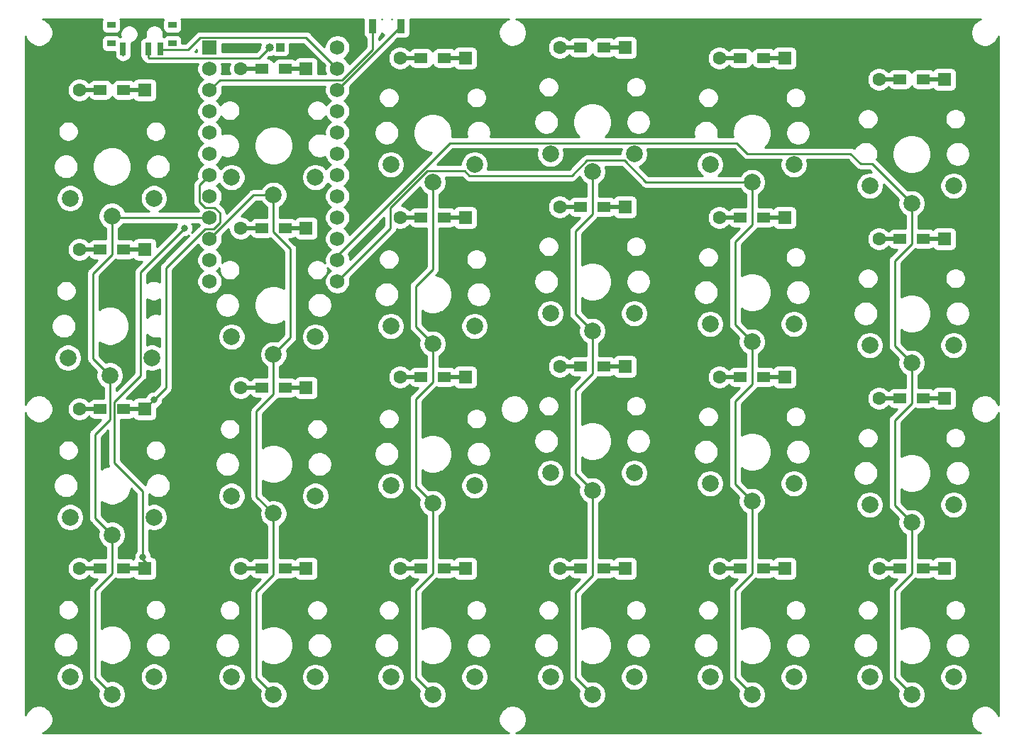
<source format=gbr>
%TF.GenerationSoftware,KiCad,Pcbnew,(5.1.8-0-10_14)*%
%TF.CreationDate,2021-01-06T07:12:47-06:00*%
%TF.ProjectId,halfboard,68616c66-626f-4617-9264-2e6b69636164,rev?*%
%TF.SameCoordinates,Original*%
%TF.FileFunction,Copper,L4,Bot*%
%TF.FilePolarity,Positive*%
%FSLAX46Y46*%
G04 Gerber Fmt 4.6, Leading zero omitted, Abs format (unit mm)*
G04 Created by KiCad (PCBNEW (5.1.8-0-10_14)) date 2021-01-06 07:12:47*
%MOMM*%
%LPD*%
G01*
G04 APERTURE LIST*
%TA.AperFunction,SMDPad,CuDef*%
%ADD10R,1.000000X0.800000*%
%TD*%
%TA.AperFunction,SMDPad,CuDef*%
%ADD11R,0.700000X1.500000*%
%TD*%
%TA.AperFunction,SMDPad,CuDef*%
%ADD12R,0.900000X1.700000*%
%TD*%
%TA.AperFunction,ComponentPad*%
%ADD13O,1.000000X1.000000*%
%TD*%
%TA.AperFunction,ComponentPad*%
%ADD14R,1.000000X1.000000*%
%TD*%
%TA.AperFunction,ComponentPad*%
%ADD15C,2.000000*%
%TD*%
%TA.AperFunction,ComponentPad*%
%ADD16R,1.600000X1.600000*%
%TD*%
%TA.AperFunction,ComponentPad*%
%ADD17C,1.600000*%
%TD*%
%TA.AperFunction,SMDPad,CuDef*%
%ADD18R,2.900000X0.500000*%
%TD*%
%TA.AperFunction,SMDPad,CuDef*%
%ADD19R,1.600000X1.200000*%
%TD*%
%TA.AperFunction,ComponentPad*%
%ADD20C,1.752600*%
%TD*%
%TA.AperFunction,ComponentPad*%
%ADD21R,1.752600X1.752600*%
%TD*%
%TA.AperFunction,ViaPad*%
%ADD22C,0.800000*%
%TD*%
%TA.AperFunction,Conductor*%
%ADD23C,0.250000*%
%TD*%
%TA.AperFunction,NonConductor*%
%ADD24C,0.254000*%
%TD*%
%TA.AperFunction,NonConductor*%
%ADD25C,0.100000*%
%TD*%
G04 APERTURE END LIST*
D10*
%TO.P,REF\u002A\u002A,*%
%TO.N,*%
X52230000Y-49040000D03*
X59530000Y-49040000D03*
X59530000Y-46830000D03*
X52230000Y-46830000D03*
D11*
%TO.P,REF\u002A\u002A,3*%
%TO.N,BAT_GND*%
X58130000Y-49690000D03*
%TO.P,REF\u002A\u002A,2*%
%TO.N,BAT_SW*%
X56630000Y-49690000D03*
%TO.P,REF\u002A\u002A,1*%
%TO.N,N/C*%
X53630000Y-49690000D03*
%TD*%
D12*
%TO.P,REF\u002A\u002A,2*%
%TO.N,RESET_GND*%
X83390000Y-46990000D03*
%TO.P,REF\u002A\u002A,1*%
%TO.N,RESET*%
X86790000Y-46990000D03*
%TD*%
D13*
%TO.P,BAT,2*%
%TO.N,BAT_SW*%
X71120000Y-49530000D03*
D14*
%TO.P,BAT,1*%
%TO.N,BAT0*%
X72390000Y-49530000D03*
%TD*%
D15*
%TO.P, ,2*%
%TO.N,col5_row0*%
X142732303Y-66059730D03*
%TO.P, ,1*%
%TO.N,col5*%
X147732303Y-68159730D03*
%TO.P, ,2*%
%TO.N,col5_row0*%
X152732303Y-66059730D03*
%TD*%
D16*
%TO.P,D0,1*%
%TO.N,row0*%
X151632303Y-53340000D03*
D17*
%TO.P,D0,2*%
%TO.N,col5_row0*%
X143832303Y-53340000D03*
D18*
%TO.P,D0,1*%
%TO.N,N/C*%
X150232303Y-53340000D03*
D19*
X149132303Y-53340000D03*
%TO.P,D0,2*%
X146332303Y-53340000D03*
D18*
X145232303Y-53340000D03*
%TD*%
D15*
%TO.P, ,2*%
%TO.N,col5_row1*%
X142732303Y-85109730D03*
%TO.P, ,1*%
%TO.N,col5*%
X147732303Y-87209730D03*
%TO.P, ,2*%
%TO.N,col5_row1*%
X152732303Y-85109730D03*
%TD*%
D16*
%TO.P,D0,1*%
%TO.N,row1*%
X151632303Y-72390000D03*
D17*
%TO.P,D0,2*%
%TO.N,col5_row1*%
X143832303Y-72390000D03*
D18*
%TO.P,D0,1*%
%TO.N,N/C*%
X150232303Y-72390000D03*
D19*
X149132303Y-72390000D03*
%TO.P,D0,2*%
X146332303Y-72390000D03*
D18*
X145232303Y-72390000D03*
%TD*%
D15*
%TO.P, ,2*%
%TO.N,col5_row2*%
X142732303Y-104159730D03*
%TO.P, ,1*%
%TO.N,col5*%
X147732303Y-106259730D03*
%TO.P, ,2*%
%TO.N,col5_row2*%
X152732303Y-104159730D03*
%TD*%
D16*
%TO.P,D0,1*%
%TO.N,row2*%
X151632303Y-91440000D03*
D17*
%TO.P,D0,2*%
%TO.N,col5_row2*%
X143832303Y-91440000D03*
D18*
%TO.P,D0,1*%
%TO.N,N/C*%
X150232303Y-91440000D03*
D19*
X149132303Y-91440000D03*
%TO.P,D0,2*%
X146332303Y-91440000D03*
D18*
X145232303Y-91440000D03*
%TD*%
D15*
%TO.P, ,2*%
%TO.N,col5_row3*%
X142732303Y-124733730D03*
%TO.P, ,1*%
%TO.N,col5*%
X147732303Y-126833730D03*
%TO.P, ,2*%
%TO.N,col5_row3*%
X152732303Y-124733730D03*
%TD*%
D16*
%TO.P,D0,1*%
%TO.N,row3*%
X151632303Y-111760000D03*
D17*
%TO.P,D0,2*%
%TO.N,col5_row3*%
X143832303Y-111760000D03*
D18*
%TO.P,D0,1*%
%TO.N,N/C*%
X150232303Y-111760000D03*
D19*
X149132303Y-111760000D03*
%TO.P,D0,2*%
X146332303Y-111760000D03*
D18*
X145232303Y-111760000D03*
%TD*%
D15*
%TO.P, ,2*%
%TO.N,col4_row3*%
X123682303Y-124733730D03*
%TO.P, ,1*%
%TO.N,col4*%
X128682303Y-126833730D03*
%TO.P, ,2*%
%TO.N,col4_row3*%
X133682303Y-124733730D03*
%TD*%
D16*
%TO.P,D0,1*%
%TO.N,row3*%
X132582303Y-111760000D03*
D17*
%TO.P,D0,2*%
%TO.N,col4_row3*%
X124782303Y-111760000D03*
D18*
%TO.P,D0,1*%
%TO.N,N/C*%
X131182303Y-111760000D03*
D19*
X130082303Y-111760000D03*
%TO.P,D0,2*%
X127282303Y-111760000D03*
D18*
X126182303Y-111760000D03*
%TD*%
D15*
%TO.P, ,2*%
%TO.N,col3_row3*%
X104632303Y-124733730D03*
%TO.P, ,1*%
%TO.N,col3*%
X109632303Y-126833730D03*
%TO.P, ,2*%
%TO.N,col3_row3*%
X114632303Y-124733730D03*
%TD*%
D16*
%TO.P,D0,1*%
%TO.N,row3*%
X113532303Y-111760000D03*
D17*
%TO.P,D0,2*%
%TO.N,col3_row3*%
X105732303Y-111760000D03*
D18*
%TO.P,D0,1*%
%TO.N,N/C*%
X112132303Y-111760000D03*
D19*
X111032303Y-111760000D03*
%TO.P,D0,2*%
X108232303Y-111760000D03*
D18*
X107132303Y-111760000D03*
%TD*%
D15*
%TO.P, ,2*%
%TO.N,col2_row3*%
X85582303Y-124733730D03*
%TO.P, ,1*%
%TO.N,col2*%
X90582303Y-126833730D03*
%TO.P, ,2*%
%TO.N,col2_row3*%
X95582303Y-124733730D03*
%TD*%
D16*
%TO.P,D0,1*%
%TO.N,row3*%
X94482303Y-111760000D03*
D17*
%TO.P,D0,2*%
%TO.N,col2_row3*%
X86682303Y-111760000D03*
D18*
%TO.P,D0,1*%
%TO.N,N/C*%
X93082303Y-111760000D03*
D19*
X91982303Y-111760000D03*
%TO.P,D0,2*%
X89182303Y-111760000D03*
D18*
X88082303Y-111760000D03*
%TD*%
D15*
%TO.P, ,2*%
%TO.N,col4_row2*%
X123682303Y-101619730D03*
%TO.P, ,1*%
%TO.N,col4*%
X128682303Y-103719730D03*
%TO.P, ,2*%
%TO.N,col4_row2*%
X133682303Y-101619730D03*
%TD*%
D16*
%TO.P,D0,1*%
%TO.N,row2*%
X132582303Y-88900000D03*
D17*
%TO.P,D0,2*%
%TO.N,col4_row2*%
X124782303Y-88900000D03*
D18*
%TO.P,D0,1*%
%TO.N,N/C*%
X131182303Y-88900000D03*
D19*
X130082303Y-88900000D03*
%TO.P,D0,2*%
X127282303Y-88900000D03*
D18*
X126182303Y-88900000D03*
%TD*%
D15*
%TO.P, ,2*%
%TO.N,col4_row1*%
X123682303Y-82569730D03*
%TO.P, ,1*%
%TO.N,col4*%
X128682303Y-84669730D03*
%TO.P, ,2*%
%TO.N,col4_row1*%
X133682303Y-82569730D03*
%TD*%
D16*
%TO.P,D0,1*%
%TO.N,row1*%
X132582303Y-69850000D03*
D17*
%TO.P,D0,2*%
%TO.N,col4_row1*%
X124782303Y-69850000D03*
D18*
%TO.P,D0,1*%
%TO.N,N/C*%
X131182303Y-69850000D03*
D19*
X130082303Y-69850000D03*
%TO.P,D0,2*%
X127282303Y-69850000D03*
D18*
X126182303Y-69850000D03*
%TD*%
D15*
%TO.P, ,2*%
%TO.N,col4_row0*%
X123682303Y-63519730D03*
%TO.P, ,1*%
%TO.N,col4*%
X128682303Y-65619730D03*
%TO.P, ,2*%
%TO.N,col4_row0*%
X133682303Y-63519730D03*
%TD*%
D16*
%TO.P,D0,1*%
%TO.N,row0*%
X132582303Y-50800000D03*
D17*
%TO.P,D0,2*%
%TO.N,col4_row0*%
X124782303Y-50800000D03*
D18*
%TO.P,D0,1*%
%TO.N,N/C*%
X131182303Y-50800000D03*
D19*
X130082303Y-50800000D03*
%TO.P,D0,2*%
X127282303Y-50800000D03*
D18*
X126182303Y-50800000D03*
%TD*%
D15*
%TO.P, ,2*%
%TO.N,col3_row0*%
X104632303Y-62249730D03*
%TO.P, ,1*%
%TO.N,col3*%
X109632303Y-64349730D03*
%TO.P, ,2*%
%TO.N,col3_row0*%
X114632303Y-62249730D03*
%TD*%
D16*
%TO.P,D0,1*%
%TO.N,row0*%
X113532303Y-49530000D03*
D17*
%TO.P,D0,2*%
%TO.N,col3_row0*%
X105732303Y-49530000D03*
D18*
%TO.P,D0,1*%
%TO.N,N/C*%
X112132303Y-49530000D03*
D19*
X111032303Y-49530000D03*
%TO.P,D0,2*%
X108232303Y-49530000D03*
D18*
X107132303Y-49530000D03*
%TD*%
D15*
%TO.P, ,2*%
%TO.N,col3_row1*%
X104632303Y-81299730D03*
%TO.P, ,1*%
%TO.N,col3*%
X109632303Y-83399730D03*
%TO.P, ,2*%
%TO.N,col3_row1*%
X114632303Y-81299730D03*
%TD*%
D16*
%TO.P,D0,1*%
%TO.N,row1*%
X113532303Y-68580000D03*
D17*
%TO.P,D0,2*%
%TO.N,col3_row1*%
X105732303Y-68580000D03*
D18*
%TO.P,D0,1*%
%TO.N,N/C*%
X112132303Y-68580000D03*
D19*
X111032303Y-68580000D03*
%TO.P,D0,2*%
X108232303Y-68580000D03*
D18*
X107132303Y-68580000D03*
%TD*%
D15*
%TO.P, ,2*%
%TO.N,col3_row2*%
X104632303Y-100349730D03*
%TO.P, ,1*%
%TO.N,col3*%
X109632303Y-102449730D03*
%TO.P, ,2*%
%TO.N,col3_row2*%
X114632303Y-100349730D03*
%TD*%
D16*
%TO.P,D0,1*%
%TO.N,row2*%
X113532303Y-87630000D03*
D17*
%TO.P,D0,2*%
%TO.N,col3_row2*%
X105732303Y-87630000D03*
D18*
%TO.P,D0,1*%
%TO.N,N/C*%
X112132303Y-87630000D03*
D19*
X111032303Y-87630000D03*
%TO.P,D0,2*%
X108232303Y-87630000D03*
D18*
X107132303Y-87630000D03*
%TD*%
D15*
%TO.P, ,2*%
%TO.N,col2_row2*%
X85582303Y-101873730D03*
%TO.P, ,1*%
%TO.N,col2*%
X90582303Y-103973730D03*
%TO.P, ,2*%
%TO.N,col2_row2*%
X95582303Y-101873730D03*
%TD*%
D16*
%TO.P,D0,1*%
%TO.N,row2*%
X94482303Y-88900000D03*
D17*
%TO.P,D0,2*%
%TO.N,col2_row2*%
X86682303Y-88900000D03*
D18*
%TO.P,D0,1*%
%TO.N,N/C*%
X93082303Y-88900000D03*
D19*
X91982303Y-88900000D03*
%TO.P,D0,2*%
X89182303Y-88900000D03*
D18*
X88082303Y-88900000D03*
%TD*%
D15*
%TO.P, ,2*%
%TO.N,col2_row1*%
X85582303Y-82823730D03*
%TO.P, ,1*%
%TO.N,col2*%
X90582303Y-84923730D03*
%TO.P, ,2*%
%TO.N,col2_row1*%
X95582303Y-82823730D03*
%TD*%
D16*
%TO.P,D0,1*%
%TO.N,row1*%
X94482303Y-69850000D03*
D17*
%TO.P,D0,2*%
%TO.N,col2_row1*%
X86682303Y-69850000D03*
D18*
%TO.P,D0,1*%
%TO.N,N/C*%
X93082303Y-69850000D03*
D19*
X91982303Y-69850000D03*
%TO.P,D0,2*%
X89182303Y-69850000D03*
D18*
X88082303Y-69850000D03*
%TD*%
D15*
%TO.P, ,2*%
%TO.N,col2_row0*%
X85582303Y-63519730D03*
%TO.P, ,1*%
%TO.N,col2*%
X90582303Y-65619730D03*
%TO.P, ,2*%
%TO.N,col2_row0*%
X95582303Y-63519730D03*
%TD*%
D16*
%TO.P,D0,1*%
%TO.N,row0*%
X94482303Y-50800000D03*
D17*
%TO.P,D0,2*%
%TO.N,col2_row0*%
X86682303Y-50800000D03*
D18*
%TO.P,D0,1*%
%TO.N,N/C*%
X93082303Y-50800000D03*
D19*
X91982303Y-50800000D03*
%TO.P,D0,2*%
X89182303Y-50800000D03*
D18*
X88082303Y-50800000D03*
%TD*%
D15*
%TO.P, ,2*%
%TO.N,col1_row0*%
X66589231Y-65043730D03*
%TO.P, ,1*%
%TO.N,col1*%
X71589231Y-67143730D03*
%TO.P, ,2*%
%TO.N,col1_row0*%
X76589231Y-65043730D03*
%TD*%
D16*
%TO.P,D0,1*%
%TO.N,row0*%
X75489231Y-52070000D03*
D17*
%TO.P,D0,2*%
%TO.N,col1_row0*%
X67689231Y-52070000D03*
D18*
%TO.P,D0,1*%
%TO.N,N/C*%
X74089231Y-52070000D03*
D19*
X72989231Y-52070000D03*
%TO.P,D0,2*%
X70189231Y-52070000D03*
D18*
X69089231Y-52070000D03*
%TD*%
D15*
%TO.P, ,2*%
%TO.N,col1_row1*%
X66589231Y-84091829D03*
%TO.P, ,1*%
%TO.N,col1*%
X71589231Y-86191829D03*
%TO.P, ,2*%
%TO.N,col1_row1*%
X76589231Y-84091829D03*
%TD*%
D16*
%TO.P,D0,1*%
%TO.N,row1*%
X75489231Y-71120000D03*
D17*
%TO.P,D0,2*%
%TO.N,col1_row1*%
X67689231Y-71120000D03*
D18*
%TO.P,D0,1*%
%TO.N,N/C*%
X74089231Y-71120000D03*
D19*
X72989231Y-71120000D03*
%TO.P,D0,2*%
X70189231Y-71120000D03*
D18*
X69089231Y-71120000D03*
%TD*%
D15*
%TO.P, ,2*%
%TO.N,col1_row2*%
X66589231Y-103100230D03*
%TO.P, ,1*%
%TO.N,col1*%
X71589231Y-105200230D03*
%TO.P, ,2*%
%TO.N,col1_row2*%
X76589231Y-103100230D03*
%TD*%
D16*
%TO.P,D0,1*%
%TO.N,row2*%
X75489231Y-90170000D03*
D17*
%TO.P,D0,2*%
%TO.N,col1_row2*%
X67689231Y-90170000D03*
D18*
%TO.P,D0,1*%
%TO.N,N/C*%
X74089231Y-90170000D03*
D19*
X72989231Y-90170000D03*
%TO.P,D0,2*%
X70189231Y-90170000D03*
D18*
X69089231Y-90170000D03*
%TD*%
D15*
%TO.P, ,2*%
%TO.N,col1_row3*%
X66589231Y-124733730D03*
%TO.P, ,1*%
%TO.N,col1*%
X71589231Y-126833730D03*
%TO.P, ,2*%
%TO.N,col1_row3*%
X76589231Y-124733730D03*
%TD*%
D16*
%TO.P,D0,1*%
%TO.N,row3*%
X75489231Y-111760000D03*
D17*
%TO.P,D0,2*%
%TO.N,col1_row3*%
X67689231Y-111760000D03*
D18*
%TO.P,D0,1*%
%TO.N,N/C*%
X74089231Y-111760000D03*
D19*
X72989231Y-111760000D03*
%TO.P,D0,2*%
X70189231Y-111760000D03*
D18*
X69089231Y-111760000D03*
%TD*%
D15*
%TO.P, ,2*%
%TO.N,col0_row3*%
X47324000Y-124704000D03*
%TO.P, ,1*%
%TO.N,col0*%
X52324000Y-126804000D03*
%TO.P, ,2*%
%TO.N,col0_row3*%
X57324000Y-124704000D03*
%TD*%
D16*
%TO.P,D0,1*%
%TO.N,row3*%
X56224000Y-111760000D03*
D17*
%TO.P,D0,2*%
%TO.N,col0_row3*%
X48424000Y-111760000D03*
D18*
%TO.P,D0,1*%
%TO.N,N/C*%
X54824000Y-111760000D03*
D19*
X53724000Y-111760000D03*
%TO.P,D0,2*%
X50924000Y-111760000D03*
D18*
X49824000Y-111760000D03*
%TD*%
D15*
%TO.P, ,2*%
%TO.N,col0_row2*%
X47324000Y-105654000D03*
%TO.P, ,1*%
%TO.N,col0*%
X52324000Y-107754000D03*
%TO.P, ,2*%
%TO.N,col0_row2*%
X57324000Y-105654000D03*
%TD*%
D16*
%TO.P,D0,1*%
%TO.N,row2*%
X56224000Y-92710000D03*
D17*
%TO.P,D0,2*%
%TO.N,col0_row2*%
X48424000Y-92710000D03*
D18*
%TO.P,D0,1*%
%TO.N,N/C*%
X54824000Y-92710000D03*
D19*
X53724000Y-92710000D03*
%TO.P,D0,2*%
X50924000Y-92710000D03*
D18*
X49824000Y-92710000D03*
%TD*%
D15*
%TO.P, ,2*%
%TO.N,col0_row1*%
X47070000Y-86604000D03*
%TO.P, ,1*%
%TO.N,col0*%
X52070000Y-88704000D03*
%TO.P, ,2*%
%TO.N,col0_row1*%
X57070000Y-86604000D03*
%TD*%
D16*
%TO.P,D0,1*%
%TO.N,row1*%
X56224000Y-73660000D03*
D17*
%TO.P,D0,2*%
%TO.N,col0_row1*%
X48424000Y-73660000D03*
D18*
%TO.P,D0,1*%
%TO.N,N/C*%
X54824000Y-73660000D03*
D19*
X53724000Y-73660000D03*
%TO.P,D0,2*%
X50924000Y-73660000D03*
D18*
X49824000Y-73660000D03*
%TD*%
D15*
%TO.P, ,2*%
%TO.N,col0_row0*%
X57324000Y-67554000D03*
%TO.P, ,1*%
%TO.N,col0*%
X52324000Y-69654000D03*
%TO.P, ,2*%
%TO.N,col0_row0*%
X47324000Y-67554000D03*
%TD*%
D18*
%TO.P,D0,2*%
%TO.N,N/C*%
X49824000Y-54610000D03*
D19*
X50924000Y-54610000D03*
%TO.P,D0,1*%
X53724000Y-54610000D03*
D18*
X54824000Y-54610000D03*
D17*
%TO.P,D0,2*%
%TO.N,col0_row0*%
X48424000Y-54610000D03*
D16*
%TO.P,D0,1*%
%TO.N,row0*%
X56224000Y-54610000D03*
%TD*%
D20*
%TO.P,U1,24*%
%TO.N,BAT0*%
X79209231Y-49530000D03*
%TO.P,U1,12*%
%TO.N,col3*%
X63969231Y-77470000D03*
%TO.P,U1,23*%
%TO.N,BAT_GND*%
X79209231Y-52070000D03*
%TO.P,U1,22*%
%TO.N,RESET*%
X79209231Y-54610000D03*
%TO.P,U1,21*%
%TO.N,N/C*%
X79209231Y-57150000D03*
%TO.P,U1,20*%
X79209231Y-59690000D03*
%TO.P,U1,19*%
X79209231Y-62230000D03*
%TO.P,U1,18*%
X79209231Y-64770000D03*
%TO.P,U1,17*%
X79209231Y-67310000D03*
%TO.P,U1,16*%
X79209231Y-69850000D03*
%TO.P,U1,15*%
X79209231Y-72390000D03*
%TO.P,U1,14*%
%TO.N,col5*%
X79209231Y-74930000D03*
%TO.P,U1,13*%
%TO.N,col4*%
X79209231Y-77470000D03*
%TO.P,U1,11*%
%TO.N,col2*%
X63969231Y-74930000D03*
%TO.P,U1,10*%
%TO.N,col1*%
X63969231Y-72390000D03*
%TO.P,U1,9*%
%TO.N,col0*%
X63969231Y-69850000D03*
%TO.P,U1,8*%
%TO.N,row3*%
X63969231Y-67310000D03*
%TO.P,U1,7*%
%TO.N,row2*%
X63969231Y-64770000D03*
%TO.P,U1,6*%
%TO.N,row1*%
X63969231Y-62230000D03*
%TO.P,U1,5*%
%TO.N,row0*%
X63969231Y-59690000D03*
%TO.P,U1,4*%
%TO.N,N/C*%
X63969231Y-57150000D03*
%TO.P,U1,3*%
%TO.N,RESET_GND*%
X63969231Y-54610000D03*
%TO.P,U1,2*%
%TO.N,N/C*%
X63969231Y-52070000D03*
D21*
%TO.P,U1,1*%
X63969231Y-49530000D03*
%TD*%
D22*
%TO.N,row3*%
X60960000Y-71120000D03*
X60960000Y-71120000D03*
X55998999Y-110371001D03*
%TO.N,row2*%
X57322000Y-91612000D03*
%TD*%
D23*
%TO.N,*%
X53630000Y-49690000D02*
X53630000Y-50510000D01*
%TO.N,col2_row0*%
X86307302Y-50289999D02*
X86307302Y-50800000D01*
%TO.N,row3*%
X56599001Y-111249999D02*
X56599001Y-111760000D01*
X55998999Y-102531997D02*
X55998999Y-110371001D01*
X52598999Y-99131997D02*
X55998999Y-102531997D01*
X52598999Y-91849999D02*
X52598999Y-99131997D01*
X55998999Y-110649997D02*
X56599001Y-111249999D01*
X55744999Y-88703999D02*
X52598999Y-91849999D01*
X55744999Y-76335001D02*
X55744999Y-88703999D01*
X60960000Y-71120000D02*
X55744999Y-76335001D01*
X55998999Y-110371001D02*
X55998999Y-110649997D01*
%TO.N,col0*%
X52324000Y-74245002D02*
X52324000Y-69654000D01*
X50044999Y-76524003D02*
X52324000Y-74245002D01*
X50044999Y-86678999D02*
X50044999Y-76524003D01*
X52070000Y-88704000D02*
X50044999Y-86678999D01*
X52070000Y-93980000D02*
X52070000Y-88704000D01*
X50298999Y-95751001D02*
X52070000Y-93980000D01*
X50298999Y-105728999D02*
X50298999Y-95751001D01*
X52324000Y-107754000D02*
X50298999Y-105728999D01*
X52324000Y-112345002D02*
X52324000Y-107754000D01*
X50298999Y-114370003D02*
X52324000Y-112345002D01*
X50298999Y-124778999D02*
X50298999Y-114370003D01*
X52324000Y-126804000D02*
X50298999Y-124778999D01*
X52520000Y-69850000D02*
X52324000Y-69654000D01*
X63969231Y-69850000D02*
X52520000Y-69850000D01*
%TO.N,col1*%
X71589231Y-71589231D02*
X71589231Y-67143730D01*
X73614232Y-73614232D02*
X71589231Y-71589231D01*
X73614232Y-84166828D02*
X73614232Y-73614232D01*
X71589231Y-86191829D02*
X73614232Y-84166828D01*
X69564230Y-92995770D02*
X71589231Y-90970769D01*
X71589231Y-90970769D02*
X71589231Y-86191829D01*
X69564230Y-103175229D02*
X69564230Y-92995770D01*
X71589231Y-105200230D02*
X69564230Y-103175229D01*
X69564230Y-114585770D02*
X71589231Y-112560769D01*
X71589231Y-112560769D02*
X71589231Y-105200230D01*
X69564230Y-124808729D02*
X69564230Y-114585770D01*
X71589231Y-126833730D02*
X69564230Y-124808729D01*
X69215501Y-67143730D02*
X71589231Y-67143730D01*
X63969231Y-72390000D02*
X69215501Y-67143730D01*
%TO.N,col2*%
X88557302Y-82898729D02*
X90582303Y-84923730D01*
X88557302Y-78051729D02*
X88557302Y-82898729D01*
X90582303Y-76026728D02*
X88557302Y-78051729D01*
X90582303Y-65619730D02*
X90582303Y-76026728D01*
X90582303Y-89485002D02*
X90582303Y-84923730D01*
X88557302Y-91510003D02*
X90582303Y-89485002D01*
X88557302Y-101948729D02*
X88557302Y-91510003D01*
X90582303Y-103973730D02*
X88557302Y-101948729D01*
X90582303Y-112345002D02*
X90582303Y-103973730D01*
X88557302Y-114370003D02*
X90582303Y-112345002D01*
X88557302Y-124808729D02*
X88557302Y-114370003D01*
X90582303Y-126833730D02*
X88557302Y-124808729D01*
%TO.N,col3*%
X109632303Y-112617697D02*
X109632303Y-102449730D01*
X107607302Y-114642698D02*
X109632303Y-112617697D01*
X107607302Y-124808729D02*
X107607302Y-114642698D01*
X109632303Y-126833730D02*
X107607302Y-124808729D01*
X109632303Y-88487697D02*
X109632303Y-83399730D01*
X107607302Y-90512698D02*
X109632303Y-88487697D01*
X107607302Y-100424729D02*
X107607302Y-90512698D01*
X109632303Y-102449730D02*
X107607302Y-100424729D01*
X109632303Y-69437697D02*
X109632303Y-64349730D01*
X107607302Y-71462698D02*
X109632303Y-69437697D01*
X107607302Y-81374729D02*
X107607302Y-71462698D01*
X109632303Y-83399730D02*
X107607302Y-81374729D01*
%TO.N,col4*%
X128682303Y-112345002D02*
X128682303Y-103719730D01*
X126657302Y-114370003D02*
X128682303Y-112345002D01*
X126657302Y-124808729D02*
X126657302Y-114370003D01*
X128682303Y-126833730D02*
X126657302Y-124808729D01*
X128682303Y-89757697D02*
X128682303Y-84669730D01*
X126657302Y-91782698D02*
X128682303Y-89757697D01*
X126657302Y-101694729D02*
X126657302Y-91782698D01*
X128682303Y-103719730D02*
X126657302Y-101694729D01*
X128682303Y-70707697D02*
X128682303Y-65619730D01*
X126657302Y-72732698D02*
X128682303Y-70707697D01*
X126657302Y-82644729D02*
X126657302Y-72732698D01*
X128682303Y-84669730D02*
X126657302Y-82644729D01*
X107176300Y-64844731D02*
X108996302Y-63024729D01*
X94946302Y-64844731D02*
X107176300Y-64844731D01*
X94396300Y-64294729D02*
X94946302Y-64844731D01*
X89946302Y-64294729D02*
X94396300Y-64294729D01*
X113446300Y-63024729D02*
X116041301Y-65619730D01*
X85557302Y-68683729D02*
X89946302Y-64294729D01*
X116041301Y-65619730D02*
X128682303Y-65619730D01*
X85557302Y-71121929D02*
X85557302Y-68683729D01*
X108996302Y-63024729D02*
X113446300Y-63024729D01*
X79209231Y-77470000D02*
X85557302Y-71121929D01*
%TO.N,col5*%
X145707302Y-114370003D02*
X147732303Y-112345002D01*
X147732303Y-112345002D02*
X147732303Y-106259730D01*
X145707302Y-124808729D02*
X145707302Y-114370003D01*
X147732303Y-126833730D02*
X145707302Y-124808729D01*
X147732303Y-92025002D02*
X147732303Y-87209730D01*
X145707302Y-94050003D02*
X147732303Y-92025002D01*
X145707302Y-104234729D02*
X145707302Y-94050003D01*
X147732303Y-106259730D02*
X145707302Y-104234729D01*
X147732303Y-72975002D02*
X147732303Y-68159730D01*
X145707302Y-75000003D02*
X147732303Y-72975002D01*
X145707302Y-85184729D02*
X145707302Y-75000003D01*
X147732303Y-87209730D02*
X145707302Y-85184729D01*
X141668302Y-63434731D02*
X143007304Y-63434731D01*
X140428300Y-62194729D02*
X141668302Y-63434731D01*
X128160300Y-62194729D02*
X140428300Y-62194729D01*
X126890300Y-60924729D02*
X128160300Y-62194729D01*
X92679892Y-60924729D02*
X126890300Y-60924729D01*
X143007304Y-63434731D02*
X147732303Y-68159730D01*
X79209231Y-74395390D02*
X92679892Y-60924729D01*
X79209231Y-74930000D02*
X79209231Y-74395390D01*
%TO.N,row2*%
X56599001Y-92334999D02*
X56599001Y-92710000D01*
X58745001Y-75836304D02*
X58745001Y-90188999D01*
X65170532Y-69273375D02*
X65170532Y-70426625D01*
X63392606Y-71188699D02*
X58745001Y-75836304D01*
X64545856Y-68648699D02*
X65170532Y-69273375D01*
X63392606Y-68648699D02*
X64545856Y-68648699D01*
X58745001Y-90188999D02*
X57322000Y-91612000D01*
X62767930Y-68024023D02*
X63392606Y-68648699D01*
X64408458Y-71188699D02*
X63392606Y-71188699D01*
X65170532Y-70426625D02*
X64408458Y-71188699D01*
X62767930Y-65971301D02*
X62767930Y-68024023D01*
X63969231Y-64770000D02*
X62767930Y-65971301D01*
X57322000Y-91612000D02*
X56599001Y-92334999D01*
%TO.N,BAT_SW*%
X56705001Y-50765001D02*
X69884999Y-50765001D01*
X69884999Y-50765001D02*
X71120000Y-49530000D01*
X56630000Y-50690000D02*
X56705001Y-50765001D01*
X56630000Y-49690000D02*
X56630000Y-50690000D01*
%TO.N,BAT_GND*%
X75467930Y-48328699D02*
X79209231Y-52070000D01*
X62832930Y-48328699D02*
X75467930Y-48328699D01*
X61396628Y-49765001D02*
X62832930Y-48328699D01*
X58205001Y-49765001D02*
X61396628Y-49765001D01*
X58130000Y-49690000D02*
X58205001Y-49765001D01*
%TO.N,RESET*%
X86790000Y-47029231D02*
X79209231Y-54610000D01*
X86790000Y-46990000D02*
X86790000Y-47029231D01*
%TO.N,RESET_GND*%
X65170532Y-53408699D02*
X63969231Y-54610000D01*
X79774122Y-53408699D02*
X65170532Y-53408699D01*
X83390000Y-49792821D02*
X79774122Y-53408699D01*
X83390000Y-46990000D02*
X83390000Y-49792821D01*
%TD*%
D24*
X53295000Y-47900638D02*
X53295000Y-48036863D01*
X53336696Y-48246483D01*
X53359662Y-48301928D01*
X53280000Y-48301928D01*
X53269849Y-48302928D01*
X53260537Y-48285506D01*
X53181185Y-48188815D01*
X53084494Y-48109463D01*
X52974180Y-48050498D01*
X52854482Y-48014188D01*
X52730000Y-48001928D01*
X51730000Y-48001928D01*
X51605518Y-48014188D01*
X51485820Y-48050498D01*
X51375506Y-48109463D01*
X51278815Y-48188815D01*
X51199463Y-48285506D01*
X51140498Y-48395820D01*
X51104188Y-48515518D01*
X51091928Y-48640000D01*
X51091928Y-49440000D01*
X51104188Y-49564482D01*
X51140498Y-49684180D01*
X51199463Y-49794494D01*
X51278815Y-49891185D01*
X51375506Y-49970537D01*
X51485820Y-50029502D01*
X51605518Y-50065812D01*
X51730000Y-50078072D01*
X52641928Y-50078072D01*
X52641928Y-50440000D01*
X52654188Y-50564482D01*
X52690498Y-50684180D01*
X52749463Y-50794494D01*
X52828815Y-50891185D01*
X52925506Y-50970537D01*
X53035820Y-51029502D01*
X53085560Y-51044590D01*
X53090000Y-51050001D01*
X53205725Y-51144974D01*
X53337754Y-51215546D01*
X53481015Y-51259003D01*
X53630000Y-51273677D01*
X53778986Y-51259003D01*
X53922247Y-51215546D01*
X54054276Y-51144974D01*
X54170001Y-51050001D01*
X54174442Y-51044590D01*
X54224180Y-51029502D01*
X54334494Y-50970537D01*
X54431185Y-50891185D01*
X54510537Y-50794494D01*
X54569502Y-50684180D01*
X54605812Y-50564482D01*
X54618072Y-50440000D01*
X54618072Y-48988901D01*
X54696483Y-48973304D01*
X54893940Y-48891515D01*
X55071647Y-48772775D01*
X55222775Y-48621647D01*
X55341515Y-48443940D01*
X55423304Y-48246483D01*
X55465000Y-48036863D01*
X55465000Y-47905526D01*
X56295000Y-47907395D01*
X56295000Y-48036863D01*
X56336696Y-48246483D01*
X56359662Y-48301928D01*
X56280000Y-48301928D01*
X56155518Y-48314188D01*
X56035820Y-48350498D01*
X55925506Y-48409463D01*
X55828815Y-48488815D01*
X55749463Y-48585506D01*
X55690498Y-48695820D01*
X55654188Y-48815518D01*
X55641928Y-48940000D01*
X55641928Y-50440000D01*
X55654188Y-50564482D01*
X55690498Y-50684180D01*
X55749463Y-50794494D01*
X55828815Y-50891185D01*
X55919376Y-50965507D01*
X55924454Y-50982246D01*
X55995026Y-51114276D01*
X56060609Y-51194188D01*
X56090000Y-51230001D01*
X56118996Y-51253797D01*
X56141200Y-51276002D01*
X56165000Y-51305002D01*
X56280725Y-51399975D01*
X56412754Y-51470547D01*
X56556015Y-51514004D01*
X56667668Y-51525001D01*
X56667678Y-51525001D01*
X56705000Y-51528677D01*
X56742323Y-51525001D01*
X62559157Y-51525001D01*
X62516009Y-51629170D01*
X62457931Y-51921150D01*
X62457931Y-52218850D01*
X62516009Y-52510830D01*
X62629934Y-52785869D01*
X62795327Y-53033398D01*
X63005833Y-53243904D01*
X63149651Y-53340000D01*
X63005833Y-53436096D01*
X62795327Y-53646602D01*
X62629934Y-53894131D01*
X62516009Y-54169170D01*
X62457931Y-54461150D01*
X62457931Y-54758850D01*
X62516009Y-55050830D01*
X62629934Y-55325869D01*
X62795327Y-55573398D01*
X63005833Y-55783904D01*
X63149651Y-55880000D01*
X63005833Y-55976096D01*
X62795327Y-56186602D01*
X62629934Y-56434131D01*
X62516009Y-56709170D01*
X62457931Y-57001150D01*
X62457931Y-57298850D01*
X62516009Y-57590830D01*
X62629934Y-57865869D01*
X62795327Y-58113398D01*
X63005833Y-58323904D01*
X63149651Y-58420000D01*
X63005833Y-58516096D01*
X62795327Y-58726602D01*
X62629934Y-58974131D01*
X62516009Y-59249170D01*
X62457931Y-59541150D01*
X62457931Y-59838850D01*
X62516009Y-60130830D01*
X62629934Y-60405869D01*
X62795327Y-60653398D01*
X63005833Y-60863904D01*
X63149651Y-60960000D01*
X63005833Y-61056096D01*
X62795327Y-61266602D01*
X62629934Y-61514131D01*
X62516009Y-61789170D01*
X62457931Y-62081150D01*
X62457931Y-62378850D01*
X62516009Y-62670830D01*
X62629934Y-62945869D01*
X62795327Y-63193398D01*
X63005833Y-63403904D01*
X63149651Y-63500000D01*
X63005833Y-63596096D01*
X62795327Y-63806602D01*
X62629934Y-64054131D01*
X62516009Y-64329170D01*
X62457931Y-64621150D01*
X62457931Y-64918850D01*
X62505655Y-65158775D01*
X62256933Y-65407497D01*
X62227929Y-65431300D01*
X62183146Y-65485869D01*
X62132956Y-65547025D01*
X62094101Y-65619717D01*
X62062384Y-65679055D01*
X62018927Y-65822316D01*
X62007930Y-65933969D01*
X62007930Y-65933979D01*
X62004254Y-65971301D01*
X62007930Y-66008624D01*
X62007931Y-67986691D01*
X62004254Y-68024023D01*
X62018928Y-68173008D01*
X62062384Y-68316269D01*
X62132956Y-68448299D01*
X62204131Y-68535025D01*
X62227930Y-68564024D01*
X62256928Y-68587822D01*
X62699349Y-69030244D01*
X62659421Y-69090000D01*
X57888229Y-69090000D01*
X58098463Y-69002918D01*
X58366252Y-68823987D01*
X58593987Y-68596252D01*
X58772918Y-68328463D01*
X58896168Y-68030912D01*
X58959000Y-67715033D01*
X58959000Y-67392967D01*
X58896168Y-67077088D01*
X58772918Y-66779537D01*
X58593987Y-66511748D01*
X58366252Y-66284013D01*
X58098463Y-66105082D01*
X57800912Y-65981832D01*
X57485033Y-65919000D01*
X57162967Y-65919000D01*
X56847088Y-65981832D01*
X56549537Y-66105082D01*
X56281748Y-66284013D01*
X56054013Y-66511748D01*
X55875082Y-66779537D01*
X55751832Y-67077088D01*
X55689000Y-67392967D01*
X55689000Y-67715033D01*
X55751832Y-68030912D01*
X55875082Y-68328463D01*
X56054013Y-68596252D01*
X56281748Y-68823987D01*
X56549537Y-69002918D01*
X56759771Y-69090000D01*
X53860095Y-69090000D01*
X53772918Y-68879537D01*
X53593987Y-68611748D01*
X53366252Y-68384013D01*
X53098463Y-68205082D01*
X52800912Y-68081832D01*
X52485033Y-68019000D01*
X52162967Y-68019000D01*
X51847088Y-68081832D01*
X51549537Y-68205082D01*
X51281748Y-68384013D01*
X51054013Y-68611748D01*
X50875082Y-68879537D01*
X50751832Y-69177088D01*
X50689000Y-69492967D01*
X50689000Y-69815033D01*
X50751832Y-70130912D01*
X50875082Y-70428463D01*
X51054013Y-70696252D01*
X51281748Y-70923987D01*
X51549537Y-71102918D01*
X51564001Y-71108909D01*
X51564000Y-72421928D01*
X50124000Y-72421928D01*
X49999518Y-72434188D01*
X49879820Y-72470498D01*
X49769506Y-72529463D01*
X49672815Y-72608815D01*
X49593463Y-72705506D01*
X49557959Y-72771928D01*
X49556469Y-72771928D01*
X49538637Y-72745241D01*
X49338759Y-72545363D01*
X49103727Y-72388320D01*
X48842574Y-72280147D01*
X48565335Y-72225000D01*
X48282665Y-72225000D01*
X48005426Y-72280147D01*
X47744273Y-72388320D01*
X47509241Y-72545363D01*
X47309363Y-72745241D01*
X47152320Y-72980273D01*
X47044147Y-73241426D01*
X46989000Y-73518665D01*
X46989000Y-73801335D01*
X47044147Y-74078574D01*
X47152320Y-74339727D01*
X47309363Y-74574759D01*
X47509241Y-74774637D01*
X47744273Y-74931680D01*
X48005426Y-75039853D01*
X48282665Y-75095000D01*
X48565335Y-75095000D01*
X48842574Y-75039853D01*
X49103727Y-74931680D01*
X49338759Y-74774637D01*
X49538637Y-74574759D01*
X49556469Y-74548072D01*
X49557959Y-74548072D01*
X49593463Y-74614494D01*
X49672815Y-74711185D01*
X49769506Y-74790537D01*
X49879820Y-74849502D01*
X49999518Y-74885812D01*
X50124000Y-74898072D01*
X50596129Y-74898072D01*
X49533997Y-75960204D01*
X49504999Y-75984002D01*
X49481201Y-76013000D01*
X49481200Y-76013001D01*
X49410025Y-76099727D01*
X49339453Y-76231757D01*
X49295997Y-76375018D01*
X49281323Y-76524003D01*
X49285000Y-76561335D01*
X49284999Y-86641677D01*
X49281323Y-86678999D01*
X49284999Y-86716321D01*
X49284999Y-86716331D01*
X49295996Y-86827984D01*
X49337951Y-86966292D01*
X49339453Y-86971245D01*
X49410025Y-87103275D01*
X49449870Y-87151825D01*
X49504998Y-87219000D01*
X49534002Y-87242803D01*
X50503823Y-88212624D01*
X50497832Y-88227088D01*
X50435000Y-88542967D01*
X50435000Y-88865033D01*
X50497832Y-89180912D01*
X50621082Y-89478463D01*
X50800013Y-89746252D01*
X51027748Y-89973987D01*
X51295537Y-90152918D01*
X51310001Y-90158909D01*
X51310000Y-91471928D01*
X50124000Y-91471928D01*
X49999518Y-91484188D01*
X49879820Y-91520498D01*
X49769506Y-91579463D01*
X49672815Y-91658815D01*
X49593463Y-91755506D01*
X49557959Y-91821928D01*
X49556469Y-91821928D01*
X49538637Y-91795241D01*
X49338759Y-91595363D01*
X49103727Y-91438320D01*
X48842574Y-91330147D01*
X48565335Y-91275000D01*
X48282665Y-91275000D01*
X48005426Y-91330147D01*
X47744273Y-91438320D01*
X47509241Y-91595363D01*
X47309363Y-91795241D01*
X47152320Y-92030273D01*
X47044147Y-92291426D01*
X46989000Y-92568665D01*
X46989000Y-92851335D01*
X47044147Y-93128574D01*
X47152320Y-93389727D01*
X47309363Y-93624759D01*
X47509241Y-93824637D01*
X47744273Y-93981680D01*
X48005426Y-94089853D01*
X48282665Y-94145000D01*
X48565335Y-94145000D01*
X48842574Y-94089853D01*
X49103727Y-93981680D01*
X49338759Y-93824637D01*
X49538637Y-93624759D01*
X49556469Y-93598072D01*
X49557959Y-93598072D01*
X49593463Y-93664494D01*
X49672815Y-93761185D01*
X49769506Y-93840537D01*
X49879820Y-93899502D01*
X49999518Y-93935812D01*
X50124000Y-93948072D01*
X51027126Y-93948072D01*
X49787997Y-95187202D01*
X49758999Y-95211000D01*
X49735201Y-95239998D01*
X49735200Y-95239999D01*
X49664025Y-95326725D01*
X49593453Y-95458755D01*
X49549997Y-95602016D01*
X49535323Y-95751001D01*
X49539000Y-95788333D01*
X49538999Y-105691677D01*
X49535323Y-105728999D01*
X49538999Y-105766321D01*
X49538999Y-105766331D01*
X49549996Y-105877984D01*
X49576060Y-105963906D01*
X49593453Y-106021245D01*
X49664025Y-106153275D01*
X49703870Y-106201825D01*
X49758998Y-106269000D01*
X49788002Y-106292803D01*
X50757823Y-107262624D01*
X50751832Y-107277088D01*
X50689000Y-107592967D01*
X50689000Y-107915033D01*
X50751832Y-108230912D01*
X50875082Y-108528463D01*
X51054013Y-108796252D01*
X51281748Y-109023987D01*
X51549537Y-109202918D01*
X51564001Y-109208909D01*
X51564000Y-110521928D01*
X50124000Y-110521928D01*
X49999518Y-110534188D01*
X49879820Y-110570498D01*
X49769506Y-110629463D01*
X49672815Y-110708815D01*
X49593463Y-110805506D01*
X49557959Y-110871928D01*
X49556469Y-110871928D01*
X49538637Y-110845241D01*
X49338759Y-110645363D01*
X49103727Y-110488320D01*
X48842574Y-110380147D01*
X48565335Y-110325000D01*
X48282665Y-110325000D01*
X48005426Y-110380147D01*
X47744273Y-110488320D01*
X47509241Y-110645363D01*
X47309363Y-110845241D01*
X47152320Y-111080273D01*
X47044147Y-111341426D01*
X46989000Y-111618665D01*
X46989000Y-111901335D01*
X47044147Y-112178574D01*
X47152320Y-112439727D01*
X47309363Y-112674759D01*
X47509241Y-112874637D01*
X47744273Y-113031680D01*
X48005426Y-113139853D01*
X48282665Y-113195000D01*
X48565335Y-113195000D01*
X48842574Y-113139853D01*
X49103727Y-113031680D01*
X49338759Y-112874637D01*
X49538637Y-112674759D01*
X49556469Y-112648072D01*
X49557959Y-112648072D01*
X49593463Y-112714494D01*
X49672815Y-112811185D01*
X49769506Y-112890537D01*
X49879820Y-112949502D01*
X49999518Y-112985812D01*
X50124000Y-112998072D01*
X50596129Y-112998072D01*
X49787997Y-113806204D01*
X49758999Y-113830002D01*
X49735201Y-113859000D01*
X49735200Y-113859001D01*
X49664025Y-113945727D01*
X49593453Y-114077757D01*
X49549997Y-114221018D01*
X49535323Y-114370003D01*
X49539000Y-114407335D01*
X49538999Y-124741677D01*
X49535323Y-124778999D01*
X49538999Y-124816321D01*
X49538999Y-124816331D01*
X49549996Y-124927984D01*
X49559015Y-124957715D01*
X49593453Y-125071245D01*
X49664025Y-125203275D01*
X49688424Y-125233005D01*
X49758998Y-125319000D01*
X49788002Y-125342803D01*
X50757823Y-126312624D01*
X50751832Y-126327088D01*
X50689000Y-126642967D01*
X50689000Y-126965033D01*
X50751832Y-127280912D01*
X50875082Y-127578463D01*
X51054013Y-127846252D01*
X51281748Y-128073987D01*
X51549537Y-128252918D01*
X51847088Y-128376168D01*
X52162967Y-128439000D01*
X52485033Y-128439000D01*
X52800912Y-128376168D01*
X53098463Y-128252918D01*
X53366252Y-128073987D01*
X53593987Y-127846252D01*
X53772918Y-127578463D01*
X53896168Y-127280912D01*
X53959000Y-126965033D01*
X53959000Y-126642967D01*
X53896168Y-126327088D01*
X53772918Y-126029537D01*
X53593987Y-125761748D01*
X53366252Y-125534013D01*
X53098463Y-125355082D01*
X52800912Y-125231832D01*
X52485033Y-125169000D01*
X52162967Y-125169000D01*
X51847088Y-125231832D01*
X51832624Y-125237823D01*
X51137768Y-124542967D01*
X55689000Y-124542967D01*
X55689000Y-124865033D01*
X55751832Y-125180912D01*
X55875082Y-125478463D01*
X56054013Y-125746252D01*
X56281748Y-125973987D01*
X56549537Y-126152918D01*
X56847088Y-126276168D01*
X57162967Y-126339000D01*
X57485033Y-126339000D01*
X57800912Y-126276168D01*
X58098463Y-126152918D01*
X58366252Y-125973987D01*
X58593987Y-125746252D01*
X58772918Y-125478463D01*
X58896168Y-125180912D01*
X58959000Y-124865033D01*
X58959000Y-124572697D01*
X64954231Y-124572697D01*
X64954231Y-124894763D01*
X65017063Y-125210642D01*
X65140313Y-125508193D01*
X65319244Y-125775982D01*
X65546979Y-126003717D01*
X65814768Y-126182648D01*
X66112319Y-126305898D01*
X66428198Y-126368730D01*
X66750264Y-126368730D01*
X67066143Y-126305898D01*
X67363694Y-126182648D01*
X67631483Y-126003717D01*
X67859218Y-125775982D01*
X68038149Y-125508193D01*
X68161399Y-125210642D01*
X68224231Y-124894763D01*
X68224231Y-124572697D01*
X68161399Y-124256818D01*
X68038149Y-123959267D01*
X67859218Y-123691478D01*
X67631483Y-123463743D01*
X67363694Y-123284812D01*
X67066143Y-123161562D01*
X66750264Y-123098730D01*
X66428198Y-123098730D01*
X66112319Y-123161562D01*
X65814768Y-123284812D01*
X65546979Y-123463743D01*
X65319244Y-123691478D01*
X65140313Y-123959267D01*
X65017063Y-124256818D01*
X64954231Y-124572697D01*
X58959000Y-124572697D01*
X58959000Y-124542967D01*
X58896168Y-124227088D01*
X58772918Y-123929537D01*
X58593987Y-123661748D01*
X58366252Y-123434013D01*
X58098463Y-123255082D01*
X57800912Y-123131832D01*
X57485033Y-123069000D01*
X57162967Y-123069000D01*
X56847088Y-123131832D01*
X56549537Y-123255082D01*
X56281748Y-123434013D01*
X56054013Y-123661748D01*
X55875082Y-123929537D01*
X55751832Y-124227088D01*
X55689000Y-124542967D01*
X51137768Y-124542967D01*
X51058999Y-124464198D01*
X51058999Y-122867034D01*
X51217963Y-122973250D01*
X51642906Y-123149267D01*
X52094023Y-123239000D01*
X52553977Y-123239000D01*
X53005094Y-123149267D01*
X53430037Y-122973250D01*
X53812476Y-122717713D01*
X54137713Y-122392476D01*
X54393250Y-122010037D01*
X54569267Y-121585094D01*
X54659000Y-121133977D01*
X54659000Y-120757740D01*
X56339000Y-120757740D01*
X56339000Y-121050260D01*
X56396068Y-121337158D01*
X56508010Y-121607411D01*
X56670525Y-121850632D01*
X56877368Y-122057475D01*
X57120589Y-122219990D01*
X57390842Y-122331932D01*
X57677740Y-122389000D01*
X57970260Y-122389000D01*
X58257158Y-122331932D01*
X58527411Y-122219990D01*
X58770632Y-122057475D01*
X58977475Y-121850632D01*
X59139990Y-121607411D01*
X59251932Y-121337158D01*
X59309000Y-121050260D01*
X59309000Y-120787470D01*
X64604231Y-120787470D01*
X64604231Y-121079990D01*
X64661299Y-121366888D01*
X64773241Y-121637141D01*
X64935756Y-121880362D01*
X65142599Y-122087205D01*
X65385820Y-122249720D01*
X65656073Y-122361662D01*
X65942971Y-122418730D01*
X66235491Y-122418730D01*
X66522389Y-122361662D01*
X66792642Y-122249720D01*
X67035863Y-122087205D01*
X67242706Y-121880362D01*
X67405221Y-121637141D01*
X67517163Y-121366888D01*
X67574231Y-121079990D01*
X67574231Y-120787470D01*
X67517163Y-120500572D01*
X67405221Y-120230319D01*
X67242706Y-119987098D01*
X67035863Y-119780255D01*
X66792642Y-119617740D01*
X66522389Y-119505798D01*
X66235491Y-119448730D01*
X65942971Y-119448730D01*
X65656073Y-119505798D01*
X65385820Y-119617740D01*
X65142599Y-119780255D01*
X64935756Y-119987098D01*
X64773241Y-120230319D01*
X64661299Y-120500572D01*
X64604231Y-120787470D01*
X59309000Y-120787470D01*
X59309000Y-120757740D01*
X59251932Y-120470842D01*
X59139990Y-120200589D01*
X58977475Y-119957368D01*
X58770632Y-119750525D01*
X58527411Y-119588010D01*
X58257158Y-119476068D01*
X57970260Y-119419000D01*
X57677740Y-119419000D01*
X57390842Y-119476068D01*
X57120589Y-119588010D01*
X56877368Y-119750525D01*
X56670525Y-119957368D01*
X56508010Y-120200589D01*
X56396068Y-120470842D01*
X56339000Y-120757740D01*
X54659000Y-120757740D01*
X54659000Y-120674023D01*
X54569267Y-120222906D01*
X54393250Y-119797963D01*
X54137713Y-119415524D01*
X53812476Y-119090287D01*
X53430037Y-118834750D01*
X53005094Y-118658733D01*
X52553977Y-118569000D01*
X52094023Y-118569000D01*
X51642906Y-118658733D01*
X51217963Y-118834750D01*
X51058999Y-118940966D01*
X51058999Y-116582363D01*
X56309000Y-116582363D01*
X56309000Y-116825637D01*
X56356460Y-117064236D01*
X56449557Y-117288992D01*
X56584713Y-117491267D01*
X56756733Y-117663287D01*
X56959008Y-117798443D01*
X57183764Y-117891540D01*
X57422363Y-117939000D01*
X57665637Y-117939000D01*
X57904236Y-117891540D01*
X58128992Y-117798443D01*
X58331267Y-117663287D01*
X58503287Y-117491267D01*
X58638443Y-117288992D01*
X58731540Y-117064236D01*
X58779000Y-116825637D01*
X58779000Y-116612093D01*
X65134231Y-116612093D01*
X65134231Y-116855367D01*
X65181691Y-117093966D01*
X65274788Y-117318722D01*
X65409944Y-117520997D01*
X65581964Y-117693017D01*
X65784239Y-117828173D01*
X66008995Y-117921270D01*
X66247594Y-117968730D01*
X66490868Y-117968730D01*
X66729467Y-117921270D01*
X66954223Y-117828173D01*
X67156498Y-117693017D01*
X67328518Y-117520997D01*
X67463674Y-117318722D01*
X67556771Y-117093966D01*
X67604231Y-116855367D01*
X67604231Y-116612093D01*
X67556771Y-116373494D01*
X67463674Y-116148738D01*
X67328518Y-115946463D01*
X67156498Y-115774443D01*
X66954223Y-115639287D01*
X66729467Y-115546190D01*
X66490868Y-115498730D01*
X66247594Y-115498730D01*
X66008995Y-115546190D01*
X65784239Y-115639287D01*
X65581964Y-115774443D01*
X65409944Y-115946463D01*
X65274788Y-116148738D01*
X65181691Y-116373494D01*
X65134231Y-116612093D01*
X58779000Y-116612093D01*
X58779000Y-116582363D01*
X58731540Y-116343764D01*
X58638443Y-116119008D01*
X58503287Y-115916733D01*
X58331267Y-115744713D01*
X58128992Y-115609557D01*
X57904236Y-115516460D01*
X57665637Y-115469000D01*
X57422363Y-115469000D01*
X57183764Y-115516460D01*
X56959008Y-115609557D01*
X56756733Y-115744713D01*
X56584713Y-115916733D01*
X56449557Y-116119008D01*
X56356460Y-116343764D01*
X56309000Y-116582363D01*
X51058999Y-116582363D01*
X51058999Y-114684804D01*
X52767657Y-112976147D01*
X52799518Y-112985812D01*
X52924000Y-112998072D01*
X54524000Y-112998072D01*
X54648482Y-112985812D01*
X54768180Y-112949502D01*
X54878494Y-112890537D01*
X54879998Y-112889303D01*
X54893463Y-112914494D01*
X54972815Y-113011185D01*
X55069506Y-113090537D01*
X55179820Y-113149502D01*
X55299518Y-113185812D01*
X55424000Y-113198072D01*
X57024000Y-113198072D01*
X57148482Y-113185812D01*
X57268180Y-113149502D01*
X57378494Y-113090537D01*
X57475185Y-113011185D01*
X57554537Y-112914494D01*
X57613502Y-112804180D01*
X57649812Y-112684482D01*
X57662072Y-112560000D01*
X57662072Y-110960000D01*
X57649812Y-110835518D01*
X57613502Y-110715820D01*
X57554537Y-110605506D01*
X57475185Y-110508815D01*
X57378494Y-110429463D01*
X57268180Y-110370498D01*
X57148482Y-110334188D01*
X57033999Y-110322913D01*
X57033999Y-110269062D01*
X56994225Y-110069103D01*
X56916204Y-109880745D01*
X56802936Y-109711227D01*
X56758999Y-109667290D01*
X56758999Y-107189680D01*
X56847088Y-107226168D01*
X57162967Y-107289000D01*
X57485033Y-107289000D01*
X57800912Y-107226168D01*
X58098463Y-107102918D01*
X58366252Y-106923987D01*
X58593987Y-106696252D01*
X58772918Y-106428463D01*
X58896168Y-106130912D01*
X58959000Y-105815033D01*
X58959000Y-105492967D01*
X58896168Y-105177088D01*
X58772918Y-104879537D01*
X58593987Y-104611748D01*
X58366252Y-104384013D01*
X58098463Y-104205082D01*
X57800912Y-104081832D01*
X57485033Y-104019000D01*
X57162967Y-104019000D01*
X56847088Y-104081832D01*
X56758999Y-104118320D01*
X56758999Y-102889106D01*
X56877368Y-103007475D01*
X57120589Y-103169990D01*
X57390842Y-103281932D01*
X57677740Y-103339000D01*
X57970260Y-103339000D01*
X58257158Y-103281932D01*
X58527411Y-103169990D01*
X58770632Y-103007475D01*
X58838910Y-102939197D01*
X64954231Y-102939197D01*
X64954231Y-103261263D01*
X65017063Y-103577142D01*
X65140313Y-103874693D01*
X65319244Y-104142482D01*
X65546979Y-104370217D01*
X65814768Y-104549148D01*
X66112319Y-104672398D01*
X66428198Y-104735230D01*
X66750264Y-104735230D01*
X67066143Y-104672398D01*
X67363694Y-104549148D01*
X67631483Y-104370217D01*
X67859218Y-104142482D01*
X68038149Y-103874693D01*
X68161399Y-103577142D01*
X68224231Y-103261263D01*
X68224231Y-102939197D01*
X68161399Y-102623318D01*
X68038149Y-102325767D01*
X67859218Y-102057978D01*
X67631483Y-101830243D01*
X67363694Y-101651312D01*
X67066143Y-101528062D01*
X66750264Y-101465230D01*
X66428198Y-101465230D01*
X66112319Y-101528062D01*
X65814768Y-101651312D01*
X65546979Y-101830243D01*
X65319244Y-102057978D01*
X65140313Y-102325767D01*
X65017063Y-102623318D01*
X64954231Y-102939197D01*
X58838910Y-102939197D01*
X58977475Y-102800632D01*
X59139990Y-102557411D01*
X59251932Y-102287158D01*
X59309000Y-102000260D01*
X59309000Y-101707740D01*
X59251932Y-101420842D01*
X59139990Y-101150589D01*
X58977475Y-100907368D01*
X58770632Y-100700525D01*
X58527411Y-100538010D01*
X58257158Y-100426068D01*
X57970260Y-100369000D01*
X57677740Y-100369000D01*
X57390842Y-100426068D01*
X57120589Y-100538010D01*
X56877368Y-100700525D01*
X56670525Y-100907368D01*
X56508010Y-101150589D01*
X56396068Y-101420842D01*
X56339000Y-101707740D01*
X56339000Y-101797196D01*
X53695774Y-99153970D01*
X64604231Y-99153970D01*
X64604231Y-99446490D01*
X64661299Y-99733388D01*
X64773241Y-100003641D01*
X64935756Y-100246862D01*
X65142599Y-100453705D01*
X65385820Y-100616220D01*
X65656073Y-100728162D01*
X65942971Y-100785230D01*
X66235491Y-100785230D01*
X66522389Y-100728162D01*
X66792642Y-100616220D01*
X67035863Y-100453705D01*
X67242706Y-100246862D01*
X67405221Y-100003641D01*
X67517163Y-99733388D01*
X67574231Y-99446490D01*
X67574231Y-99153970D01*
X67517163Y-98867072D01*
X67405221Y-98596819D01*
X67242706Y-98353598D01*
X67035863Y-98146755D01*
X66792642Y-97984240D01*
X66522389Y-97872298D01*
X66235491Y-97815230D01*
X65942971Y-97815230D01*
X65656073Y-97872298D01*
X65385820Y-97984240D01*
X65142599Y-98146755D01*
X64935756Y-98353598D01*
X64773241Y-98596819D01*
X64661299Y-98867072D01*
X64604231Y-99153970D01*
X53695774Y-99153970D01*
X53358999Y-98817196D01*
X53358999Y-97532363D01*
X56309000Y-97532363D01*
X56309000Y-97775637D01*
X56356460Y-98014236D01*
X56449557Y-98238992D01*
X56584713Y-98441267D01*
X56756733Y-98613287D01*
X56959008Y-98748443D01*
X57183764Y-98841540D01*
X57422363Y-98889000D01*
X57665637Y-98889000D01*
X57904236Y-98841540D01*
X58128992Y-98748443D01*
X58331267Y-98613287D01*
X58503287Y-98441267D01*
X58638443Y-98238992D01*
X58731540Y-98014236D01*
X58779000Y-97775637D01*
X58779000Y-97532363D01*
X58731540Y-97293764D01*
X58638443Y-97069008D01*
X58503287Y-96866733D01*
X58331267Y-96694713D01*
X58128992Y-96559557D01*
X57904236Y-96466460D01*
X57665637Y-96419000D01*
X57422363Y-96419000D01*
X57183764Y-96466460D01*
X56959008Y-96559557D01*
X56756733Y-96694713D01*
X56584713Y-96866733D01*
X56449557Y-97069008D01*
X56356460Y-97293764D01*
X56309000Y-97532363D01*
X53358999Y-97532363D01*
X53358999Y-94978593D01*
X65134231Y-94978593D01*
X65134231Y-95221867D01*
X65181691Y-95460466D01*
X65274788Y-95685222D01*
X65409944Y-95887497D01*
X65581964Y-96059517D01*
X65784239Y-96194673D01*
X66008995Y-96287770D01*
X66247594Y-96335230D01*
X66490868Y-96335230D01*
X66729467Y-96287770D01*
X66954223Y-96194673D01*
X67156498Y-96059517D01*
X67328518Y-95887497D01*
X67463674Y-95685222D01*
X67556771Y-95460466D01*
X67604231Y-95221867D01*
X67604231Y-94978593D01*
X67556771Y-94739994D01*
X67463674Y-94515238D01*
X67328518Y-94312963D01*
X67156498Y-94140943D01*
X66954223Y-94005787D01*
X66729467Y-93912690D01*
X66490868Y-93865230D01*
X66247594Y-93865230D01*
X66008995Y-93912690D01*
X65784239Y-94005787D01*
X65581964Y-94140943D01*
X65409944Y-94312963D01*
X65274788Y-94515238D01*
X65181691Y-94739994D01*
X65134231Y-94978593D01*
X53358999Y-94978593D01*
X53358999Y-93948072D01*
X54524000Y-93948072D01*
X54648482Y-93935812D01*
X54768180Y-93899502D01*
X54878494Y-93840537D01*
X54879998Y-93839303D01*
X54893463Y-93864494D01*
X54972815Y-93961185D01*
X55069506Y-94040537D01*
X55179820Y-94099502D01*
X55299518Y-94135812D01*
X55424000Y-94148072D01*
X57024000Y-94148072D01*
X57148482Y-94135812D01*
X57268180Y-94099502D01*
X57378494Y-94040537D01*
X57475185Y-93961185D01*
X57554537Y-93864494D01*
X57613502Y-93754180D01*
X57649812Y-93634482D01*
X57662072Y-93510000D01*
X57662072Y-92591414D01*
X57812256Y-92529205D01*
X57981774Y-92415937D01*
X58125937Y-92271774D01*
X58239205Y-92102256D01*
X58317226Y-91913898D01*
X58357000Y-91713939D01*
X58357000Y-91651801D01*
X59256004Y-90752798D01*
X59285002Y-90729000D01*
X59379975Y-90613275D01*
X59450547Y-90481246D01*
X59494004Y-90337985D01*
X59505001Y-90226332D01*
X59505001Y-90226323D01*
X59508677Y-90189000D01*
X59505001Y-90151677D01*
X59505001Y-83930796D01*
X64954231Y-83930796D01*
X64954231Y-84252862D01*
X65017063Y-84568741D01*
X65140313Y-84866292D01*
X65319244Y-85134081D01*
X65546979Y-85361816D01*
X65814768Y-85540747D01*
X66112319Y-85663997D01*
X66428198Y-85726829D01*
X66750264Y-85726829D01*
X67066143Y-85663997D01*
X67363694Y-85540747D01*
X67631483Y-85361816D01*
X67859218Y-85134081D01*
X68038149Y-84866292D01*
X68161399Y-84568741D01*
X68224231Y-84252862D01*
X68224231Y-83930796D01*
X68161399Y-83614917D01*
X68038149Y-83317366D01*
X67859218Y-83049577D01*
X67631483Y-82821842D01*
X67363694Y-82642911D01*
X67066143Y-82519661D01*
X66750264Y-82456829D01*
X66428198Y-82456829D01*
X66112319Y-82519661D01*
X65814768Y-82642911D01*
X65546979Y-82821842D01*
X65319244Y-83049577D01*
X65140313Y-83317366D01*
X65017063Y-83614917D01*
X64954231Y-83930796D01*
X59505001Y-83930796D01*
X59505001Y-80145569D01*
X64604231Y-80145569D01*
X64604231Y-80438089D01*
X64661299Y-80724987D01*
X64773241Y-80995240D01*
X64935756Y-81238461D01*
X65142599Y-81445304D01*
X65385820Y-81607819D01*
X65656073Y-81719761D01*
X65942971Y-81776829D01*
X66235491Y-81776829D01*
X66522389Y-81719761D01*
X66792642Y-81607819D01*
X67035863Y-81445304D01*
X67242706Y-81238461D01*
X67405221Y-80995240D01*
X67517163Y-80724987D01*
X67574231Y-80438089D01*
X67574231Y-80145569D01*
X67517163Y-79858671D01*
X67405221Y-79588418D01*
X67242706Y-79345197D01*
X67035863Y-79138354D01*
X66792642Y-78975839D01*
X66522389Y-78863897D01*
X66235491Y-78806829D01*
X65942971Y-78806829D01*
X65656073Y-78863897D01*
X65385820Y-78975839D01*
X65142599Y-79138354D01*
X64935756Y-79345197D01*
X64773241Y-79588418D01*
X64661299Y-79858671D01*
X64604231Y-80145569D01*
X59505001Y-80145569D01*
X59505001Y-76151105D01*
X62606591Y-73049515D01*
X62629934Y-73105869D01*
X62795327Y-73353398D01*
X63005833Y-73563904D01*
X63149651Y-73660000D01*
X63005833Y-73756096D01*
X62795327Y-73966602D01*
X62629934Y-74214131D01*
X62516009Y-74489170D01*
X62457931Y-74781150D01*
X62457931Y-75078850D01*
X62516009Y-75370830D01*
X62629934Y-75645869D01*
X62795327Y-75893398D01*
X63005833Y-76103904D01*
X63149651Y-76200000D01*
X63005833Y-76296096D01*
X62795327Y-76506602D01*
X62629934Y-76754131D01*
X62516009Y-77029170D01*
X62457931Y-77321150D01*
X62457931Y-77618850D01*
X62516009Y-77910830D01*
X62629934Y-78185869D01*
X62795327Y-78433398D01*
X63005833Y-78643904D01*
X63253362Y-78809297D01*
X63528401Y-78923222D01*
X63820381Y-78981300D01*
X64118081Y-78981300D01*
X64410061Y-78923222D01*
X64685100Y-78809297D01*
X64932629Y-78643904D01*
X65143135Y-78433398D01*
X65308528Y-78185869D01*
X65422453Y-77910830D01*
X65480531Y-77618850D01*
X65480531Y-77321150D01*
X65422453Y-77029170D01*
X65308528Y-76754131D01*
X65143135Y-76506602D01*
X64932629Y-76296096D01*
X64788811Y-76200000D01*
X64932629Y-76103904D01*
X65143135Y-75893398D01*
X65152207Y-75879821D01*
X65134231Y-75970192D01*
X65134231Y-76213466D01*
X65181691Y-76452065D01*
X65274788Y-76676821D01*
X65409944Y-76879096D01*
X65581964Y-77051116D01*
X65784239Y-77186272D01*
X66008995Y-77279369D01*
X66247594Y-77326829D01*
X66490868Y-77326829D01*
X66729467Y-77279369D01*
X66954223Y-77186272D01*
X67156498Y-77051116D01*
X67328518Y-76879096D01*
X67463674Y-76676821D01*
X67556771Y-76452065D01*
X67604231Y-76213466D01*
X67604231Y-75970192D01*
X67556771Y-75731593D01*
X67463674Y-75506837D01*
X67328518Y-75304562D01*
X67156498Y-75132542D01*
X66954223Y-74997386D01*
X66729467Y-74904289D01*
X66490868Y-74856829D01*
X66247594Y-74856829D01*
X66008995Y-74904289D01*
X65784239Y-74997386D01*
X65581964Y-75132542D01*
X65442013Y-75272493D01*
X65480531Y-75078850D01*
X65480531Y-74781150D01*
X65422453Y-74489170D01*
X65308528Y-74214131D01*
X65143135Y-73966602D01*
X64932629Y-73756096D01*
X64788811Y-73660000D01*
X64932629Y-73563904D01*
X65143135Y-73353398D01*
X65308528Y-73105869D01*
X65422453Y-72830830D01*
X65480531Y-72538850D01*
X65480531Y-72241150D01*
X65432807Y-72001225D01*
X66254231Y-71179801D01*
X66254231Y-71261335D01*
X66309378Y-71538574D01*
X66417551Y-71799727D01*
X66574594Y-72034759D01*
X66774472Y-72234637D01*
X67009504Y-72391680D01*
X67270657Y-72499853D01*
X67547896Y-72555000D01*
X67830566Y-72555000D01*
X68107805Y-72499853D01*
X68368958Y-72391680D01*
X68603990Y-72234637D01*
X68803868Y-72034759D01*
X68821700Y-72008072D01*
X68823190Y-72008072D01*
X68858694Y-72074494D01*
X68938046Y-72171185D01*
X69034737Y-72250537D01*
X69145051Y-72309502D01*
X69264749Y-72345812D01*
X69389231Y-72358072D01*
X70989231Y-72358072D01*
X71113713Y-72345812D01*
X71233411Y-72309502D01*
X71234252Y-72309053D01*
X72854233Y-73929035D01*
X72854233Y-78328795D01*
X72695268Y-78222579D01*
X72270325Y-78046562D01*
X71819208Y-77956829D01*
X71359254Y-77956829D01*
X70908137Y-78046562D01*
X70483194Y-78222579D01*
X70100755Y-78478116D01*
X69775518Y-78803353D01*
X69519981Y-79185792D01*
X69343964Y-79610735D01*
X69254231Y-80061852D01*
X69254231Y-80521806D01*
X69343964Y-80972923D01*
X69519981Y-81397866D01*
X69775518Y-81780305D01*
X70100755Y-82105542D01*
X70483194Y-82361079D01*
X70908137Y-82537096D01*
X71359254Y-82626829D01*
X71819208Y-82626829D01*
X72270325Y-82537096D01*
X72695268Y-82361079D01*
X72854232Y-82254863D01*
X72854232Y-83852026D01*
X72080606Y-84625652D01*
X72066143Y-84619661D01*
X71750264Y-84556829D01*
X71428198Y-84556829D01*
X71112319Y-84619661D01*
X70814768Y-84742911D01*
X70546979Y-84921842D01*
X70319244Y-85149577D01*
X70140313Y-85417366D01*
X70017063Y-85714917D01*
X69954231Y-86030796D01*
X69954231Y-86352862D01*
X70017063Y-86668741D01*
X70140313Y-86966292D01*
X70319244Y-87234081D01*
X70546979Y-87461816D01*
X70814768Y-87640747D01*
X70829232Y-87646738D01*
X70829231Y-88931928D01*
X69389231Y-88931928D01*
X69264749Y-88944188D01*
X69145051Y-88980498D01*
X69034737Y-89039463D01*
X68938046Y-89118815D01*
X68858694Y-89215506D01*
X68823190Y-89281928D01*
X68821700Y-89281928D01*
X68803868Y-89255241D01*
X68603990Y-89055363D01*
X68368958Y-88898320D01*
X68107805Y-88790147D01*
X67830566Y-88735000D01*
X67547896Y-88735000D01*
X67270657Y-88790147D01*
X67009504Y-88898320D01*
X66774472Y-89055363D01*
X66574594Y-89255241D01*
X66417551Y-89490273D01*
X66309378Y-89751426D01*
X66254231Y-90028665D01*
X66254231Y-90311335D01*
X66309378Y-90588574D01*
X66417551Y-90849727D01*
X66574594Y-91084759D01*
X66774472Y-91284637D01*
X67009504Y-91441680D01*
X67270657Y-91549853D01*
X67547896Y-91605000D01*
X67830566Y-91605000D01*
X68107805Y-91549853D01*
X68368958Y-91441680D01*
X68603990Y-91284637D01*
X68803868Y-91084759D01*
X68821700Y-91058072D01*
X68823190Y-91058072D01*
X68858694Y-91124494D01*
X68938046Y-91221185D01*
X69034737Y-91300537D01*
X69145051Y-91359502D01*
X69264749Y-91395812D01*
X69389231Y-91408072D01*
X70077126Y-91408072D01*
X69053228Y-92431971D01*
X69024230Y-92455769D01*
X69000432Y-92484767D01*
X69000431Y-92484768D01*
X68929256Y-92571494D01*
X68858684Y-92703524D01*
X68832854Y-92788679D01*
X68820471Y-92829502D01*
X68815228Y-92846785D01*
X68800554Y-92995770D01*
X68804231Y-93033102D01*
X68804230Y-103137907D01*
X68800554Y-103175229D01*
X68804230Y-103212551D01*
X68804230Y-103212561D01*
X68815227Y-103324214D01*
X68852139Y-103445898D01*
X68858684Y-103467475D01*
X68929256Y-103599505D01*
X68969101Y-103648055D01*
X69024229Y-103715230D01*
X69053233Y-103739033D01*
X70023054Y-104708854D01*
X70017063Y-104723318D01*
X69954231Y-105039197D01*
X69954231Y-105361263D01*
X70017063Y-105677142D01*
X70140313Y-105974693D01*
X70319244Y-106242482D01*
X70546979Y-106470217D01*
X70814768Y-106649148D01*
X70829232Y-106655139D01*
X70829231Y-110521928D01*
X69389231Y-110521928D01*
X69264749Y-110534188D01*
X69145051Y-110570498D01*
X69034737Y-110629463D01*
X68938046Y-110708815D01*
X68858694Y-110805506D01*
X68823190Y-110871928D01*
X68821700Y-110871928D01*
X68803868Y-110845241D01*
X68603990Y-110645363D01*
X68368958Y-110488320D01*
X68107805Y-110380147D01*
X67830566Y-110325000D01*
X67547896Y-110325000D01*
X67270657Y-110380147D01*
X67009504Y-110488320D01*
X66774472Y-110645363D01*
X66574594Y-110845241D01*
X66417551Y-111080273D01*
X66309378Y-111341426D01*
X66254231Y-111618665D01*
X66254231Y-111901335D01*
X66309378Y-112178574D01*
X66417551Y-112439727D01*
X66574594Y-112674759D01*
X66774472Y-112874637D01*
X67009504Y-113031680D01*
X67270657Y-113139853D01*
X67547896Y-113195000D01*
X67830566Y-113195000D01*
X68107805Y-113139853D01*
X68368958Y-113031680D01*
X68603990Y-112874637D01*
X68803868Y-112674759D01*
X68821700Y-112648072D01*
X68823190Y-112648072D01*
X68858694Y-112714494D01*
X68938046Y-112811185D01*
X69034737Y-112890537D01*
X69145051Y-112949502D01*
X69264749Y-112985812D01*
X69389231Y-112998072D01*
X70077126Y-112998072D01*
X69053228Y-114021971D01*
X69024230Y-114045769D01*
X69000432Y-114074767D01*
X69000431Y-114074768D01*
X68929256Y-114161494D01*
X68858684Y-114293524D01*
X68815228Y-114436785D01*
X68800554Y-114585770D01*
X68804231Y-114623102D01*
X68804230Y-124771407D01*
X68800554Y-124808729D01*
X68804230Y-124846051D01*
X68804230Y-124846061D01*
X68815227Y-124957714D01*
X68849666Y-125071245D01*
X68858684Y-125100975D01*
X68929256Y-125233005D01*
X68969101Y-125281555D01*
X69024229Y-125348730D01*
X69053233Y-125372533D01*
X70023054Y-126342354D01*
X70017063Y-126356818D01*
X69954231Y-126672697D01*
X69954231Y-126994763D01*
X70017063Y-127310642D01*
X70140313Y-127608193D01*
X70319244Y-127875982D01*
X70546979Y-128103717D01*
X70814768Y-128282648D01*
X71112319Y-128405898D01*
X71428198Y-128468730D01*
X71750264Y-128468730D01*
X72066143Y-128405898D01*
X72363694Y-128282648D01*
X72631483Y-128103717D01*
X72859218Y-127875982D01*
X73038149Y-127608193D01*
X73161399Y-127310642D01*
X73224231Y-126994763D01*
X73224231Y-126672697D01*
X73161399Y-126356818D01*
X73038149Y-126059267D01*
X72859218Y-125791478D01*
X72631483Y-125563743D01*
X72363694Y-125384812D01*
X72066143Y-125261562D01*
X71750264Y-125198730D01*
X71428198Y-125198730D01*
X71112319Y-125261562D01*
X71097855Y-125267553D01*
X70402999Y-124572697D01*
X74954231Y-124572697D01*
X74954231Y-124894763D01*
X75017063Y-125210642D01*
X75140313Y-125508193D01*
X75319244Y-125775982D01*
X75546979Y-126003717D01*
X75814768Y-126182648D01*
X76112319Y-126305898D01*
X76428198Y-126368730D01*
X76750264Y-126368730D01*
X77066143Y-126305898D01*
X77363694Y-126182648D01*
X77631483Y-126003717D01*
X77859218Y-125775982D01*
X78038149Y-125508193D01*
X78161399Y-125210642D01*
X78224231Y-124894763D01*
X78224231Y-124572697D01*
X83947303Y-124572697D01*
X83947303Y-124894763D01*
X84010135Y-125210642D01*
X84133385Y-125508193D01*
X84312316Y-125775982D01*
X84540051Y-126003717D01*
X84807840Y-126182648D01*
X85105391Y-126305898D01*
X85421270Y-126368730D01*
X85743336Y-126368730D01*
X86059215Y-126305898D01*
X86356766Y-126182648D01*
X86624555Y-126003717D01*
X86852290Y-125775982D01*
X87031221Y-125508193D01*
X87154471Y-125210642D01*
X87217303Y-124894763D01*
X87217303Y-124572697D01*
X87154471Y-124256818D01*
X87031221Y-123959267D01*
X86852290Y-123691478D01*
X86624555Y-123463743D01*
X86356766Y-123284812D01*
X86059215Y-123161562D01*
X85743336Y-123098730D01*
X85421270Y-123098730D01*
X85105391Y-123161562D01*
X84807840Y-123284812D01*
X84540051Y-123463743D01*
X84312316Y-123691478D01*
X84133385Y-123959267D01*
X84010135Y-124256818D01*
X83947303Y-124572697D01*
X78224231Y-124572697D01*
X78161399Y-124256818D01*
X78038149Y-123959267D01*
X77859218Y-123691478D01*
X77631483Y-123463743D01*
X77363694Y-123284812D01*
X77066143Y-123161562D01*
X76750264Y-123098730D01*
X76428198Y-123098730D01*
X76112319Y-123161562D01*
X75814768Y-123284812D01*
X75546979Y-123463743D01*
X75319244Y-123691478D01*
X75140313Y-123959267D01*
X75017063Y-124256818D01*
X74954231Y-124572697D01*
X70402999Y-124572697D01*
X70324230Y-124493928D01*
X70324230Y-122896764D01*
X70483194Y-123002980D01*
X70908137Y-123178997D01*
X71359254Y-123268730D01*
X71819208Y-123268730D01*
X72270325Y-123178997D01*
X72695268Y-123002980D01*
X73077707Y-122747443D01*
X73402944Y-122422206D01*
X73658481Y-122039767D01*
X73834498Y-121614824D01*
X73924231Y-121163707D01*
X73924231Y-120787470D01*
X75604231Y-120787470D01*
X75604231Y-121079990D01*
X75661299Y-121366888D01*
X75773241Y-121637141D01*
X75935756Y-121880362D01*
X76142599Y-122087205D01*
X76385820Y-122249720D01*
X76656073Y-122361662D01*
X76942971Y-122418730D01*
X77235491Y-122418730D01*
X77522389Y-122361662D01*
X77792642Y-122249720D01*
X78035863Y-122087205D01*
X78242706Y-121880362D01*
X78405221Y-121637141D01*
X78517163Y-121366888D01*
X78574231Y-121079990D01*
X78574231Y-120787470D01*
X83597303Y-120787470D01*
X83597303Y-121079990D01*
X83654371Y-121366888D01*
X83766313Y-121637141D01*
X83928828Y-121880362D01*
X84135671Y-122087205D01*
X84378892Y-122249720D01*
X84649145Y-122361662D01*
X84936043Y-122418730D01*
X85228563Y-122418730D01*
X85515461Y-122361662D01*
X85785714Y-122249720D01*
X86028935Y-122087205D01*
X86235778Y-121880362D01*
X86398293Y-121637141D01*
X86510235Y-121366888D01*
X86567303Y-121079990D01*
X86567303Y-120787470D01*
X86510235Y-120500572D01*
X86398293Y-120230319D01*
X86235778Y-119987098D01*
X86028935Y-119780255D01*
X85785714Y-119617740D01*
X85515461Y-119505798D01*
X85228563Y-119448730D01*
X84936043Y-119448730D01*
X84649145Y-119505798D01*
X84378892Y-119617740D01*
X84135671Y-119780255D01*
X83928828Y-119987098D01*
X83766313Y-120230319D01*
X83654371Y-120500572D01*
X83597303Y-120787470D01*
X78574231Y-120787470D01*
X78517163Y-120500572D01*
X78405221Y-120230319D01*
X78242706Y-119987098D01*
X78035863Y-119780255D01*
X77792642Y-119617740D01*
X77522389Y-119505798D01*
X77235491Y-119448730D01*
X76942971Y-119448730D01*
X76656073Y-119505798D01*
X76385820Y-119617740D01*
X76142599Y-119780255D01*
X75935756Y-119987098D01*
X75773241Y-120230319D01*
X75661299Y-120500572D01*
X75604231Y-120787470D01*
X73924231Y-120787470D01*
X73924231Y-120703753D01*
X73834498Y-120252636D01*
X73658481Y-119827693D01*
X73402944Y-119445254D01*
X73077707Y-119120017D01*
X72695268Y-118864480D01*
X72270325Y-118688463D01*
X71819208Y-118598730D01*
X71359254Y-118598730D01*
X70908137Y-118688463D01*
X70483194Y-118864480D01*
X70324230Y-118970696D01*
X70324230Y-116612093D01*
X75574231Y-116612093D01*
X75574231Y-116855367D01*
X75621691Y-117093966D01*
X75714788Y-117318722D01*
X75849944Y-117520997D01*
X76021964Y-117693017D01*
X76224239Y-117828173D01*
X76448995Y-117921270D01*
X76687594Y-117968730D01*
X76930868Y-117968730D01*
X77169467Y-117921270D01*
X77394223Y-117828173D01*
X77596498Y-117693017D01*
X77768518Y-117520997D01*
X77903674Y-117318722D01*
X77996771Y-117093966D01*
X78044231Y-116855367D01*
X78044231Y-116612093D01*
X84127303Y-116612093D01*
X84127303Y-116855367D01*
X84174763Y-117093966D01*
X84267860Y-117318722D01*
X84403016Y-117520997D01*
X84575036Y-117693017D01*
X84777311Y-117828173D01*
X85002067Y-117921270D01*
X85240666Y-117968730D01*
X85483940Y-117968730D01*
X85722539Y-117921270D01*
X85947295Y-117828173D01*
X86149570Y-117693017D01*
X86321590Y-117520997D01*
X86456746Y-117318722D01*
X86549843Y-117093966D01*
X86597303Y-116855367D01*
X86597303Y-116612093D01*
X86549843Y-116373494D01*
X86456746Y-116148738D01*
X86321590Y-115946463D01*
X86149570Y-115774443D01*
X85947295Y-115639287D01*
X85722539Y-115546190D01*
X85483940Y-115498730D01*
X85240666Y-115498730D01*
X85002067Y-115546190D01*
X84777311Y-115639287D01*
X84575036Y-115774443D01*
X84403016Y-115946463D01*
X84267860Y-116148738D01*
X84174763Y-116373494D01*
X84127303Y-116612093D01*
X78044231Y-116612093D01*
X77996771Y-116373494D01*
X77903674Y-116148738D01*
X77768518Y-115946463D01*
X77596498Y-115774443D01*
X77394223Y-115639287D01*
X77169467Y-115546190D01*
X76930868Y-115498730D01*
X76687594Y-115498730D01*
X76448995Y-115546190D01*
X76224239Y-115639287D01*
X76021964Y-115774443D01*
X75849944Y-115946463D01*
X75714788Y-116148738D01*
X75621691Y-116373494D01*
X75574231Y-116612093D01*
X70324230Y-116612093D01*
X70324230Y-114900571D01*
X72100235Y-113124567D01*
X72129232Y-113100770D01*
X72177485Y-113041974D01*
X72213515Y-112998072D01*
X73789231Y-112998072D01*
X73913713Y-112985812D01*
X74033411Y-112949502D01*
X74143725Y-112890537D01*
X74145229Y-112889303D01*
X74158694Y-112914494D01*
X74238046Y-113011185D01*
X74334737Y-113090537D01*
X74445051Y-113149502D01*
X74564749Y-113185812D01*
X74689231Y-113198072D01*
X76289231Y-113198072D01*
X76413713Y-113185812D01*
X76533411Y-113149502D01*
X76643725Y-113090537D01*
X76740416Y-113011185D01*
X76819768Y-112914494D01*
X76878733Y-112804180D01*
X76915043Y-112684482D01*
X76927303Y-112560000D01*
X76927303Y-110960000D01*
X76915043Y-110835518D01*
X76878733Y-110715820D01*
X76819768Y-110605506D01*
X76740416Y-110508815D01*
X76643725Y-110429463D01*
X76533411Y-110370498D01*
X76413713Y-110334188D01*
X76289231Y-110321928D01*
X74689231Y-110321928D01*
X74564749Y-110334188D01*
X74445051Y-110370498D01*
X74334737Y-110429463D01*
X74238046Y-110508815D01*
X74158694Y-110605506D01*
X74145229Y-110630697D01*
X74143725Y-110629463D01*
X74033411Y-110570498D01*
X73913713Y-110534188D01*
X73789231Y-110521928D01*
X72349231Y-110521928D01*
X72349231Y-106655139D01*
X72363694Y-106649148D01*
X72631483Y-106470217D01*
X72859218Y-106242482D01*
X73038149Y-105974693D01*
X73161399Y-105677142D01*
X73224231Y-105361263D01*
X73224231Y-105039197D01*
X73161399Y-104723318D01*
X73038149Y-104425767D01*
X72859218Y-104157978D01*
X72631483Y-103930243D01*
X72363694Y-103751312D01*
X72066143Y-103628062D01*
X71750264Y-103565230D01*
X71428198Y-103565230D01*
X71112319Y-103628062D01*
X71097855Y-103634053D01*
X70402999Y-102939197D01*
X74954231Y-102939197D01*
X74954231Y-103261263D01*
X75017063Y-103577142D01*
X75140313Y-103874693D01*
X75319244Y-104142482D01*
X75546979Y-104370217D01*
X75814768Y-104549148D01*
X76112319Y-104672398D01*
X76428198Y-104735230D01*
X76750264Y-104735230D01*
X77066143Y-104672398D01*
X77363694Y-104549148D01*
X77631483Y-104370217D01*
X77859218Y-104142482D01*
X78038149Y-103874693D01*
X78161399Y-103577142D01*
X78224231Y-103261263D01*
X78224231Y-102939197D01*
X78161399Y-102623318D01*
X78038149Y-102325767D01*
X77859218Y-102057978D01*
X77631483Y-101830243D01*
X77455564Y-101712697D01*
X83947303Y-101712697D01*
X83947303Y-102034763D01*
X84010135Y-102350642D01*
X84133385Y-102648193D01*
X84312316Y-102915982D01*
X84540051Y-103143717D01*
X84807840Y-103322648D01*
X85105391Y-103445898D01*
X85421270Y-103508730D01*
X85743336Y-103508730D01*
X86059215Y-103445898D01*
X86356766Y-103322648D01*
X86624555Y-103143717D01*
X86852290Y-102915982D01*
X87031221Y-102648193D01*
X87154471Y-102350642D01*
X87217303Y-102034763D01*
X87217303Y-101712697D01*
X87154471Y-101396818D01*
X87031221Y-101099267D01*
X86852290Y-100831478D01*
X86624555Y-100603743D01*
X86356766Y-100424812D01*
X86059215Y-100301562D01*
X85743336Y-100238730D01*
X85421270Y-100238730D01*
X85105391Y-100301562D01*
X84807840Y-100424812D01*
X84540051Y-100603743D01*
X84312316Y-100831478D01*
X84133385Y-101099267D01*
X84010135Y-101396818D01*
X83947303Y-101712697D01*
X77455564Y-101712697D01*
X77363694Y-101651312D01*
X77066143Y-101528062D01*
X76750264Y-101465230D01*
X76428198Y-101465230D01*
X76112319Y-101528062D01*
X75814768Y-101651312D01*
X75546979Y-101830243D01*
X75319244Y-102057978D01*
X75140313Y-102325767D01*
X75017063Y-102623318D01*
X74954231Y-102939197D01*
X70402999Y-102939197D01*
X70324230Y-102860428D01*
X70324230Y-101263264D01*
X70483194Y-101369480D01*
X70908137Y-101545497D01*
X71359254Y-101635230D01*
X71819208Y-101635230D01*
X72270325Y-101545497D01*
X72695268Y-101369480D01*
X73077707Y-101113943D01*
X73402944Y-100788706D01*
X73658481Y-100406267D01*
X73834498Y-99981324D01*
X73924231Y-99530207D01*
X73924231Y-99153970D01*
X75604231Y-99153970D01*
X75604231Y-99446490D01*
X75661299Y-99733388D01*
X75773241Y-100003641D01*
X75935756Y-100246862D01*
X76142599Y-100453705D01*
X76385820Y-100616220D01*
X76656073Y-100728162D01*
X76942971Y-100785230D01*
X77235491Y-100785230D01*
X77522389Y-100728162D01*
X77792642Y-100616220D01*
X78035863Y-100453705D01*
X78242706Y-100246862D01*
X78405221Y-100003641D01*
X78517163Y-99733388D01*
X78574231Y-99446490D01*
X78574231Y-99153970D01*
X78517163Y-98867072D01*
X78405221Y-98596819D01*
X78242706Y-98353598D01*
X78035863Y-98146755D01*
X77792642Y-97984240D01*
X77655587Y-97927470D01*
X83597303Y-97927470D01*
X83597303Y-98219990D01*
X83654371Y-98506888D01*
X83766313Y-98777141D01*
X83928828Y-99020362D01*
X84135671Y-99227205D01*
X84378892Y-99389720D01*
X84649145Y-99501662D01*
X84936043Y-99558730D01*
X85228563Y-99558730D01*
X85515461Y-99501662D01*
X85785714Y-99389720D01*
X86028935Y-99227205D01*
X86235778Y-99020362D01*
X86398293Y-98777141D01*
X86510235Y-98506888D01*
X86567303Y-98219990D01*
X86567303Y-97927470D01*
X86510235Y-97640572D01*
X86398293Y-97370319D01*
X86235778Y-97127098D01*
X86028935Y-96920255D01*
X85785714Y-96757740D01*
X85515461Y-96645798D01*
X85228563Y-96588730D01*
X84936043Y-96588730D01*
X84649145Y-96645798D01*
X84378892Y-96757740D01*
X84135671Y-96920255D01*
X83928828Y-97127098D01*
X83766313Y-97370319D01*
X83654371Y-97640572D01*
X83597303Y-97927470D01*
X77655587Y-97927470D01*
X77522389Y-97872298D01*
X77235491Y-97815230D01*
X76942971Y-97815230D01*
X76656073Y-97872298D01*
X76385820Y-97984240D01*
X76142599Y-98146755D01*
X75935756Y-98353598D01*
X75773241Y-98596819D01*
X75661299Y-98867072D01*
X75604231Y-99153970D01*
X73924231Y-99153970D01*
X73924231Y-99070253D01*
X73834498Y-98619136D01*
X73658481Y-98194193D01*
X73402944Y-97811754D01*
X73077707Y-97486517D01*
X72695268Y-97230980D01*
X72270325Y-97054963D01*
X71819208Y-96965230D01*
X71359254Y-96965230D01*
X70908137Y-97054963D01*
X70483194Y-97230980D01*
X70324230Y-97337196D01*
X70324230Y-94978593D01*
X75574231Y-94978593D01*
X75574231Y-95221867D01*
X75621691Y-95460466D01*
X75714788Y-95685222D01*
X75849944Y-95887497D01*
X76021964Y-96059517D01*
X76224239Y-96194673D01*
X76448995Y-96287770D01*
X76687594Y-96335230D01*
X76930868Y-96335230D01*
X77169467Y-96287770D01*
X77394223Y-96194673D01*
X77596498Y-96059517D01*
X77768518Y-95887497D01*
X77903674Y-95685222D01*
X77996771Y-95460466D01*
X78044231Y-95221867D01*
X78044231Y-94978593D01*
X77996771Y-94739994D01*
X77903674Y-94515238D01*
X77768518Y-94312963D01*
X77596498Y-94140943D01*
X77394223Y-94005787D01*
X77169467Y-93912690D01*
X76930868Y-93865230D01*
X76687594Y-93865230D01*
X76448995Y-93912690D01*
X76224239Y-94005787D01*
X76021964Y-94140943D01*
X75849944Y-94312963D01*
X75714788Y-94515238D01*
X75621691Y-94739994D01*
X75574231Y-94978593D01*
X70324230Y-94978593D01*
X70324230Y-93752093D01*
X84127303Y-93752093D01*
X84127303Y-93995367D01*
X84174763Y-94233966D01*
X84267860Y-94458722D01*
X84403016Y-94660997D01*
X84575036Y-94833017D01*
X84777311Y-94968173D01*
X85002067Y-95061270D01*
X85240666Y-95108730D01*
X85483940Y-95108730D01*
X85722539Y-95061270D01*
X85947295Y-94968173D01*
X86149570Y-94833017D01*
X86321590Y-94660997D01*
X86456746Y-94458722D01*
X86549843Y-94233966D01*
X86597303Y-93995367D01*
X86597303Y-93752093D01*
X86549843Y-93513494D01*
X86456746Y-93288738D01*
X86321590Y-93086463D01*
X86149570Y-92914443D01*
X85947295Y-92779287D01*
X85722539Y-92686190D01*
X85483940Y-92638730D01*
X85240666Y-92638730D01*
X85002067Y-92686190D01*
X84777311Y-92779287D01*
X84575036Y-92914443D01*
X84403016Y-93086463D01*
X84267860Y-93288738D01*
X84174763Y-93513494D01*
X84127303Y-93752093D01*
X70324230Y-93752093D01*
X70324230Y-93310571D01*
X72100235Y-91534567D01*
X72129232Y-91510770D01*
X72161109Y-91471928D01*
X72213515Y-91408072D01*
X73789231Y-91408072D01*
X73913713Y-91395812D01*
X74033411Y-91359502D01*
X74143725Y-91300537D01*
X74145229Y-91299303D01*
X74158694Y-91324494D01*
X74238046Y-91421185D01*
X74334737Y-91500537D01*
X74445051Y-91559502D01*
X74564749Y-91595812D01*
X74689231Y-91608072D01*
X76289231Y-91608072D01*
X76413713Y-91595812D01*
X76533411Y-91559502D01*
X76643725Y-91500537D01*
X76740416Y-91421185D01*
X76819768Y-91324494D01*
X76878733Y-91214180D01*
X76915043Y-91094482D01*
X76927303Y-90970000D01*
X76927303Y-89370000D01*
X76915043Y-89245518D01*
X76878733Y-89125820D01*
X76819768Y-89015506D01*
X76740416Y-88918815D01*
X76643725Y-88839463D01*
X76533411Y-88780498D01*
X76413713Y-88744188D01*
X76289231Y-88731928D01*
X74689231Y-88731928D01*
X74564749Y-88744188D01*
X74445051Y-88780498D01*
X74334737Y-88839463D01*
X74238046Y-88918815D01*
X74158694Y-89015506D01*
X74145229Y-89040697D01*
X74143725Y-89039463D01*
X74033411Y-88980498D01*
X73913713Y-88944188D01*
X73789231Y-88931928D01*
X72349231Y-88931928D01*
X72349231Y-87646738D01*
X72363694Y-87640747D01*
X72631483Y-87461816D01*
X72859218Y-87234081D01*
X73038149Y-86966292D01*
X73161399Y-86668741D01*
X73224231Y-86352862D01*
X73224231Y-86030796D01*
X73161399Y-85714917D01*
X73155408Y-85700454D01*
X74125236Y-84730626D01*
X74154233Y-84706829D01*
X74205198Y-84644728D01*
X74249206Y-84591105D01*
X74319778Y-84459075D01*
X74326860Y-84435727D01*
X74363235Y-84315814D01*
X74374232Y-84204161D01*
X74374232Y-84204151D01*
X74377908Y-84166828D01*
X74374232Y-84129505D01*
X74374232Y-83930796D01*
X74954231Y-83930796D01*
X74954231Y-84252862D01*
X75017063Y-84568741D01*
X75140313Y-84866292D01*
X75319244Y-85134081D01*
X75546979Y-85361816D01*
X75814768Y-85540747D01*
X76112319Y-85663997D01*
X76428198Y-85726829D01*
X76750264Y-85726829D01*
X77066143Y-85663997D01*
X77363694Y-85540747D01*
X77631483Y-85361816D01*
X77859218Y-85134081D01*
X78038149Y-84866292D01*
X78161399Y-84568741D01*
X78224231Y-84252862D01*
X78224231Y-83930796D01*
X78161399Y-83614917D01*
X78038149Y-83317366D01*
X77859218Y-83049577D01*
X77631483Y-82821842D01*
X77393306Y-82662697D01*
X83947303Y-82662697D01*
X83947303Y-82984763D01*
X84010135Y-83300642D01*
X84133385Y-83598193D01*
X84312316Y-83865982D01*
X84540051Y-84093717D01*
X84807840Y-84272648D01*
X85105391Y-84395898D01*
X85421270Y-84458730D01*
X85743336Y-84458730D01*
X86059215Y-84395898D01*
X86356766Y-84272648D01*
X86624555Y-84093717D01*
X86852290Y-83865982D01*
X87031221Y-83598193D01*
X87154471Y-83300642D01*
X87217303Y-82984763D01*
X87217303Y-82662697D01*
X87154471Y-82346818D01*
X87031221Y-82049267D01*
X86852290Y-81781478D01*
X86624555Y-81553743D01*
X86356766Y-81374812D01*
X86059215Y-81251562D01*
X85743336Y-81188730D01*
X85421270Y-81188730D01*
X85105391Y-81251562D01*
X84807840Y-81374812D01*
X84540051Y-81553743D01*
X84312316Y-81781478D01*
X84133385Y-82049267D01*
X84010135Y-82346818D01*
X83947303Y-82662697D01*
X77393306Y-82662697D01*
X77363694Y-82642911D01*
X77066143Y-82519661D01*
X76750264Y-82456829D01*
X76428198Y-82456829D01*
X76112319Y-82519661D01*
X75814768Y-82642911D01*
X75546979Y-82821842D01*
X75319244Y-83049577D01*
X75140313Y-83317366D01*
X75017063Y-83614917D01*
X74954231Y-83930796D01*
X74374232Y-83930796D01*
X74374232Y-80145569D01*
X75604231Y-80145569D01*
X75604231Y-80438089D01*
X75661299Y-80724987D01*
X75773241Y-80995240D01*
X75935756Y-81238461D01*
X76142599Y-81445304D01*
X76385820Y-81607819D01*
X76656073Y-81719761D01*
X76942971Y-81776829D01*
X77235491Y-81776829D01*
X77522389Y-81719761D01*
X77792642Y-81607819D01*
X78035863Y-81445304D01*
X78242706Y-81238461D01*
X78405221Y-80995240D01*
X78517163Y-80724987D01*
X78574231Y-80438089D01*
X78574231Y-80145569D01*
X78517163Y-79858671D01*
X78405221Y-79588418D01*
X78242706Y-79345197D01*
X78035863Y-79138354D01*
X77792642Y-78975839D01*
X77522389Y-78863897D01*
X77235491Y-78806829D01*
X76942971Y-78806829D01*
X76656073Y-78863897D01*
X76385820Y-78975839D01*
X76142599Y-79138354D01*
X75935756Y-79345197D01*
X75773241Y-79588418D01*
X75661299Y-79858671D01*
X75604231Y-80145569D01*
X74374232Y-80145569D01*
X74374232Y-73651555D01*
X74377908Y-73614232D01*
X74374232Y-73576909D01*
X74374232Y-73576899D01*
X74363235Y-73465246D01*
X74319778Y-73321985D01*
X74290520Y-73267248D01*
X74249206Y-73189955D01*
X74178031Y-73103229D01*
X74154233Y-73074231D01*
X74125235Y-73050433D01*
X73432874Y-72358072D01*
X73789231Y-72358072D01*
X73913713Y-72345812D01*
X74033411Y-72309502D01*
X74143725Y-72250537D01*
X74145229Y-72249303D01*
X74158694Y-72274494D01*
X74238046Y-72371185D01*
X74334737Y-72450537D01*
X74445051Y-72509502D01*
X74564749Y-72545812D01*
X74689231Y-72558072D01*
X76289231Y-72558072D01*
X76413713Y-72545812D01*
X76533411Y-72509502D01*
X76643725Y-72450537D01*
X76740416Y-72371185D01*
X76819768Y-72274494D01*
X76878733Y-72164180D01*
X76915043Y-72044482D01*
X76927303Y-71920000D01*
X76927303Y-70320000D01*
X76915043Y-70195518D01*
X76878733Y-70075820D01*
X76819768Y-69965506D01*
X76740416Y-69868815D01*
X76643725Y-69789463D01*
X76533411Y-69730498D01*
X76413713Y-69694188D01*
X76289231Y-69681928D01*
X74689231Y-69681928D01*
X74564749Y-69694188D01*
X74445051Y-69730498D01*
X74334737Y-69789463D01*
X74238046Y-69868815D01*
X74158694Y-69965506D01*
X74145229Y-69990697D01*
X74143725Y-69989463D01*
X74033411Y-69930498D01*
X73913713Y-69894188D01*
X73789231Y-69881928D01*
X72349231Y-69881928D01*
X72349231Y-68598639D01*
X72363694Y-68592648D01*
X72631483Y-68413717D01*
X72859218Y-68185982D01*
X73038149Y-67918193D01*
X73161399Y-67620642D01*
X73224231Y-67304763D01*
X73224231Y-66982697D01*
X73161399Y-66666818D01*
X73038149Y-66369267D01*
X72859218Y-66101478D01*
X72631483Y-65873743D01*
X72363694Y-65694812D01*
X72066143Y-65571562D01*
X71750264Y-65508730D01*
X71428198Y-65508730D01*
X71112319Y-65571562D01*
X70814768Y-65694812D01*
X70546979Y-65873743D01*
X70319244Y-66101478D01*
X70140313Y-66369267D01*
X70134322Y-66383730D01*
X69252823Y-66383730D01*
X69215500Y-66380054D01*
X69178177Y-66383730D01*
X69178168Y-66383730D01*
X69066515Y-66394727D01*
X68923254Y-66438184D01*
X68791225Y-66508756D01*
X68675500Y-66603729D01*
X68651702Y-66632727D01*
X65930532Y-69353898D01*
X65930532Y-69310697D01*
X65934208Y-69273374D01*
X65930532Y-69236051D01*
X65930532Y-69236042D01*
X65919535Y-69124389D01*
X65876078Y-68981128D01*
X65805506Y-68849099D01*
X65710533Y-68733374D01*
X65681536Y-68709577D01*
X65184079Y-68212121D01*
X65308528Y-68025869D01*
X65422453Y-67750830D01*
X65480531Y-67458850D01*
X65480531Y-67161150D01*
X65422453Y-66869170D01*
X65308528Y-66594131D01*
X65143135Y-66346602D01*
X64932629Y-66136096D01*
X64788811Y-66040000D01*
X64932629Y-65943904D01*
X65116304Y-65760229D01*
X65140313Y-65818193D01*
X65319244Y-66085982D01*
X65546979Y-66313717D01*
X65814768Y-66492648D01*
X66112319Y-66615898D01*
X66428198Y-66678730D01*
X66750264Y-66678730D01*
X67066143Y-66615898D01*
X67363694Y-66492648D01*
X67631483Y-66313717D01*
X67859218Y-66085982D01*
X68038149Y-65818193D01*
X68161399Y-65520642D01*
X68224231Y-65204763D01*
X68224231Y-64882697D01*
X68161399Y-64566818D01*
X68038149Y-64269267D01*
X67859218Y-64001478D01*
X67631483Y-63773743D01*
X67363694Y-63594812D01*
X67066143Y-63471562D01*
X66750264Y-63408730D01*
X66428198Y-63408730D01*
X66112319Y-63471562D01*
X65814768Y-63594812D01*
X65546979Y-63773743D01*
X65319244Y-64001478D01*
X65296295Y-64035823D01*
X65143135Y-63806602D01*
X64932629Y-63596096D01*
X64788811Y-63500000D01*
X64932629Y-63403904D01*
X65143135Y-63193398D01*
X65308528Y-62945869D01*
X65422453Y-62670830D01*
X65440083Y-62582196D01*
X65656073Y-62671662D01*
X65942971Y-62728730D01*
X66235491Y-62728730D01*
X66522389Y-62671662D01*
X66792642Y-62559720D01*
X67035863Y-62397205D01*
X67242706Y-62190362D01*
X67405221Y-61947141D01*
X67517163Y-61676888D01*
X67574231Y-61389990D01*
X67574231Y-61097470D01*
X67557579Y-61013753D01*
X69254231Y-61013753D01*
X69254231Y-61473707D01*
X69343964Y-61924824D01*
X69519981Y-62349767D01*
X69775518Y-62732206D01*
X70100755Y-63057443D01*
X70483194Y-63312980D01*
X70908137Y-63488997D01*
X71359254Y-63578730D01*
X71819208Y-63578730D01*
X72270325Y-63488997D01*
X72695268Y-63312980D01*
X73077707Y-63057443D01*
X73402944Y-62732206D01*
X73658481Y-62349767D01*
X73834498Y-61924824D01*
X73924231Y-61473707D01*
X73924231Y-61013753D01*
X73834498Y-60562636D01*
X73658481Y-60137693D01*
X73402944Y-59755254D01*
X73077707Y-59430017D01*
X72695268Y-59174480D01*
X72270325Y-58998463D01*
X71819208Y-58908730D01*
X71359254Y-58908730D01*
X70908137Y-58998463D01*
X70483194Y-59174480D01*
X70100755Y-59430017D01*
X69775518Y-59755254D01*
X69519981Y-60137693D01*
X69343964Y-60562636D01*
X69254231Y-61013753D01*
X67557579Y-61013753D01*
X67517163Y-60810572D01*
X67405221Y-60540319D01*
X67242706Y-60297098D01*
X67035863Y-60090255D01*
X66792642Y-59927740D01*
X66522389Y-59815798D01*
X66235491Y-59758730D01*
X65942971Y-59758730D01*
X65656073Y-59815798D01*
X65469766Y-59892968D01*
X65480531Y-59838850D01*
X65480531Y-59541150D01*
X65422453Y-59249170D01*
X65308528Y-58974131D01*
X65143135Y-58726602D01*
X64932629Y-58516096D01*
X64788811Y-58420000D01*
X64932629Y-58323904D01*
X65143135Y-58113398D01*
X65308528Y-57865869D01*
X65356255Y-57750646D01*
X65409944Y-57830997D01*
X65581964Y-58003017D01*
X65784239Y-58138173D01*
X66008995Y-58231270D01*
X66247594Y-58278730D01*
X66490868Y-58278730D01*
X66729467Y-58231270D01*
X66954223Y-58138173D01*
X67156498Y-58003017D01*
X67328518Y-57830997D01*
X67463674Y-57628722D01*
X67556771Y-57403966D01*
X67604231Y-57165367D01*
X67604231Y-56922093D01*
X67556771Y-56683494D01*
X67463674Y-56458738D01*
X67328518Y-56256463D01*
X67156498Y-56084443D01*
X66954223Y-55949287D01*
X66729467Y-55856190D01*
X66490868Y-55808730D01*
X66247594Y-55808730D01*
X66008995Y-55856190D01*
X65784239Y-55949287D01*
X65581964Y-56084443D01*
X65409944Y-56256463D01*
X65299879Y-56421187D01*
X65143135Y-56186602D01*
X64932629Y-55976096D01*
X64788811Y-55880000D01*
X64932629Y-55783904D01*
X65143135Y-55573398D01*
X65308528Y-55325869D01*
X65422453Y-55050830D01*
X65480531Y-54758850D01*
X65480531Y-54461150D01*
X65432807Y-54221225D01*
X65485334Y-54168699D01*
X77756204Y-54168699D01*
X77756009Y-54169170D01*
X77697931Y-54461150D01*
X77697931Y-54758850D01*
X77756009Y-55050830D01*
X77869934Y-55325869D01*
X78035327Y-55573398D01*
X78245833Y-55783904D01*
X78389651Y-55880000D01*
X78245833Y-55976096D01*
X78035327Y-56186602D01*
X77878583Y-56421187D01*
X77768518Y-56256463D01*
X77596498Y-56084443D01*
X77394223Y-55949287D01*
X77169467Y-55856190D01*
X76930868Y-55808730D01*
X76687594Y-55808730D01*
X76448995Y-55856190D01*
X76224239Y-55949287D01*
X76021964Y-56084443D01*
X75849944Y-56256463D01*
X75714788Y-56458738D01*
X75621691Y-56683494D01*
X75574231Y-56922093D01*
X75574231Y-57165367D01*
X75621691Y-57403966D01*
X75714788Y-57628722D01*
X75849944Y-57830997D01*
X76021964Y-58003017D01*
X76224239Y-58138173D01*
X76448995Y-58231270D01*
X76687594Y-58278730D01*
X76930868Y-58278730D01*
X77169467Y-58231270D01*
X77394223Y-58138173D01*
X77596498Y-58003017D01*
X77768518Y-57830997D01*
X77822207Y-57750646D01*
X77869934Y-57865869D01*
X78035327Y-58113398D01*
X78245833Y-58323904D01*
X78389651Y-58420000D01*
X78245833Y-58516096D01*
X78035327Y-58726602D01*
X77869934Y-58974131D01*
X77756009Y-59249170D01*
X77697931Y-59541150D01*
X77697931Y-59838850D01*
X77708696Y-59892968D01*
X77522389Y-59815798D01*
X77235491Y-59758730D01*
X76942971Y-59758730D01*
X76656073Y-59815798D01*
X76385820Y-59927740D01*
X76142599Y-60090255D01*
X75935756Y-60297098D01*
X75773241Y-60540319D01*
X75661299Y-60810572D01*
X75604231Y-61097470D01*
X75604231Y-61389990D01*
X75661299Y-61676888D01*
X75773241Y-61947141D01*
X75935756Y-62190362D01*
X76142599Y-62397205D01*
X76385820Y-62559720D01*
X76656073Y-62671662D01*
X76942971Y-62728730D01*
X77235491Y-62728730D01*
X77522389Y-62671662D01*
X77738379Y-62582196D01*
X77756009Y-62670830D01*
X77869934Y-62945869D01*
X78035327Y-63193398D01*
X78245833Y-63403904D01*
X78389651Y-63500000D01*
X78245833Y-63596096D01*
X78035327Y-63806602D01*
X77882167Y-64035823D01*
X77859218Y-64001478D01*
X77631483Y-63773743D01*
X77363694Y-63594812D01*
X77066143Y-63471562D01*
X76750264Y-63408730D01*
X76428198Y-63408730D01*
X76112319Y-63471562D01*
X75814768Y-63594812D01*
X75546979Y-63773743D01*
X75319244Y-64001478D01*
X75140313Y-64269267D01*
X75017063Y-64566818D01*
X74954231Y-64882697D01*
X74954231Y-65204763D01*
X75017063Y-65520642D01*
X75140313Y-65818193D01*
X75319244Y-66085982D01*
X75546979Y-66313717D01*
X75814768Y-66492648D01*
X76112319Y-66615898D01*
X76428198Y-66678730D01*
X76750264Y-66678730D01*
X77066143Y-66615898D01*
X77363694Y-66492648D01*
X77631483Y-66313717D01*
X77859218Y-66085982D01*
X78038149Y-65818193D01*
X78062158Y-65760229D01*
X78245833Y-65943904D01*
X78389651Y-66040000D01*
X78245833Y-66136096D01*
X78035327Y-66346602D01*
X77869934Y-66594131D01*
X77756009Y-66869170D01*
X77697931Y-67161150D01*
X77697931Y-67458850D01*
X77756009Y-67750830D01*
X77869934Y-68025869D01*
X78035327Y-68273398D01*
X78245833Y-68483904D01*
X78389651Y-68580000D01*
X78245833Y-68676096D01*
X78035327Y-68886602D01*
X77869934Y-69134131D01*
X77756009Y-69409170D01*
X77697931Y-69701150D01*
X77697931Y-69998850D01*
X77756009Y-70290830D01*
X77869934Y-70565869D01*
X78035327Y-70813398D01*
X78245833Y-71023904D01*
X78389651Y-71120000D01*
X78245833Y-71216096D01*
X78035327Y-71426602D01*
X77869934Y-71674131D01*
X77756009Y-71949170D01*
X77697931Y-72241150D01*
X77697931Y-72538850D01*
X77756009Y-72830830D01*
X77869934Y-73105869D01*
X78035327Y-73353398D01*
X78245833Y-73563904D01*
X78389651Y-73660000D01*
X78245833Y-73756096D01*
X78035327Y-73966602D01*
X77869934Y-74214131D01*
X77756009Y-74489170D01*
X77697931Y-74781150D01*
X77697931Y-75078850D01*
X77736449Y-75272493D01*
X77596498Y-75132542D01*
X77394223Y-74997386D01*
X77169467Y-74904289D01*
X76930868Y-74856829D01*
X76687594Y-74856829D01*
X76448995Y-74904289D01*
X76224239Y-74997386D01*
X76021964Y-75132542D01*
X75849944Y-75304562D01*
X75714788Y-75506837D01*
X75621691Y-75731593D01*
X75574231Y-75970192D01*
X75574231Y-76213466D01*
X75621691Y-76452065D01*
X75714788Y-76676821D01*
X75849944Y-76879096D01*
X76021964Y-77051116D01*
X76224239Y-77186272D01*
X76448995Y-77279369D01*
X76687594Y-77326829D01*
X76930868Y-77326829D01*
X77169467Y-77279369D01*
X77394223Y-77186272D01*
X77596498Y-77051116D01*
X77768518Y-76879096D01*
X77903674Y-76676821D01*
X77996771Y-76452065D01*
X78044231Y-76213466D01*
X78044231Y-75970192D01*
X78026255Y-75879821D01*
X78035327Y-75893398D01*
X78245833Y-76103904D01*
X78389651Y-76200000D01*
X78245833Y-76296096D01*
X78035327Y-76506602D01*
X77869934Y-76754131D01*
X77756009Y-77029170D01*
X77697931Y-77321150D01*
X77697931Y-77618850D01*
X77756009Y-77910830D01*
X77869934Y-78185869D01*
X78035327Y-78433398D01*
X78245833Y-78643904D01*
X78493362Y-78809297D01*
X78768401Y-78923222D01*
X79060381Y-78981300D01*
X79358081Y-78981300D01*
X79650061Y-78923222D01*
X79760515Y-78877470D01*
X83597303Y-78877470D01*
X83597303Y-79169990D01*
X83654371Y-79456888D01*
X83766313Y-79727141D01*
X83928828Y-79970362D01*
X84135671Y-80177205D01*
X84378892Y-80339720D01*
X84649145Y-80451662D01*
X84936043Y-80508730D01*
X85228563Y-80508730D01*
X85515461Y-80451662D01*
X85785714Y-80339720D01*
X86028935Y-80177205D01*
X86235778Y-79970362D01*
X86398293Y-79727141D01*
X86510235Y-79456888D01*
X86567303Y-79169990D01*
X86567303Y-78877470D01*
X86510235Y-78590572D01*
X86398293Y-78320319D01*
X86235778Y-78077098D01*
X86028935Y-77870255D01*
X85785714Y-77707740D01*
X85515461Y-77595798D01*
X85228563Y-77538730D01*
X84936043Y-77538730D01*
X84649145Y-77595798D01*
X84378892Y-77707740D01*
X84135671Y-77870255D01*
X83928828Y-78077098D01*
X83766313Y-78320319D01*
X83654371Y-78590572D01*
X83597303Y-78877470D01*
X79760515Y-78877470D01*
X79925100Y-78809297D01*
X80172629Y-78643904D01*
X80383135Y-78433398D01*
X80548528Y-78185869D01*
X80662453Y-77910830D01*
X80720531Y-77618850D01*
X80720531Y-77321150D01*
X80672807Y-77081225D01*
X83051939Y-74702093D01*
X84127303Y-74702093D01*
X84127303Y-74945367D01*
X84174763Y-75183966D01*
X84267860Y-75408722D01*
X84403016Y-75610997D01*
X84575036Y-75783017D01*
X84777311Y-75918173D01*
X85002067Y-76011270D01*
X85240666Y-76058730D01*
X85483940Y-76058730D01*
X85722539Y-76011270D01*
X85947295Y-75918173D01*
X86149570Y-75783017D01*
X86321590Y-75610997D01*
X86456746Y-75408722D01*
X86549843Y-75183966D01*
X86597303Y-74945367D01*
X86597303Y-74702093D01*
X86549843Y-74463494D01*
X86456746Y-74238738D01*
X86321590Y-74036463D01*
X86149570Y-73864443D01*
X85947295Y-73729287D01*
X85722539Y-73636190D01*
X85483940Y-73588730D01*
X85240666Y-73588730D01*
X85002067Y-73636190D01*
X84777311Y-73729287D01*
X84575036Y-73864443D01*
X84403016Y-74036463D01*
X84267860Y-74238738D01*
X84174763Y-74463494D01*
X84127303Y-74702093D01*
X83051939Y-74702093D01*
X86068306Y-71685727D01*
X86097303Y-71661930D01*
X86126328Y-71626563D01*
X86192276Y-71546206D01*
X86262848Y-71414176D01*
X86285708Y-71338815D01*
X86306305Y-71270915D01*
X86309453Y-71238948D01*
X86540968Y-71285000D01*
X86823638Y-71285000D01*
X87100877Y-71229853D01*
X87362030Y-71121680D01*
X87597062Y-70964637D01*
X87796940Y-70764759D01*
X87814772Y-70738072D01*
X87816262Y-70738072D01*
X87851766Y-70804494D01*
X87931118Y-70901185D01*
X88027809Y-70980537D01*
X88138123Y-71039502D01*
X88257821Y-71075812D01*
X88382303Y-71088072D01*
X89822304Y-71088072D01*
X89822304Y-75711925D01*
X88046305Y-77487925D01*
X88017301Y-77511728D01*
X87962173Y-77578903D01*
X87922328Y-77627453D01*
X87867672Y-77729707D01*
X87851756Y-77759483D01*
X87808299Y-77902744D01*
X87797302Y-78014397D01*
X87797302Y-78014407D01*
X87793626Y-78051729D01*
X87797302Y-78089052D01*
X87797303Y-82861397D01*
X87793626Y-82898729D01*
X87808300Y-83047714D01*
X87851756Y-83190975D01*
X87922328Y-83323005D01*
X87985306Y-83399743D01*
X88017302Y-83438730D01*
X88046300Y-83462528D01*
X89016126Y-84432354D01*
X89010135Y-84446818D01*
X88947303Y-84762697D01*
X88947303Y-85084763D01*
X89010135Y-85400642D01*
X89133385Y-85698193D01*
X89312316Y-85965982D01*
X89540051Y-86193717D01*
X89807840Y-86372648D01*
X89822304Y-86378639D01*
X89822303Y-87661928D01*
X88382303Y-87661928D01*
X88257821Y-87674188D01*
X88138123Y-87710498D01*
X88027809Y-87769463D01*
X87931118Y-87848815D01*
X87851766Y-87945506D01*
X87816262Y-88011928D01*
X87814772Y-88011928D01*
X87796940Y-87985241D01*
X87597062Y-87785363D01*
X87362030Y-87628320D01*
X87100877Y-87520147D01*
X86823638Y-87465000D01*
X86540968Y-87465000D01*
X86263729Y-87520147D01*
X86002576Y-87628320D01*
X85767544Y-87785363D01*
X85567666Y-87985241D01*
X85410623Y-88220273D01*
X85302450Y-88481426D01*
X85247303Y-88758665D01*
X85247303Y-89041335D01*
X85302450Y-89318574D01*
X85410623Y-89579727D01*
X85567666Y-89814759D01*
X85767544Y-90014637D01*
X86002576Y-90171680D01*
X86263729Y-90279853D01*
X86540968Y-90335000D01*
X86823638Y-90335000D01*
X87100877Y-90279853D01*
X87362030Y-90171680D01*
X87597062Y-90014637D01*
X87796940Y-89814759D01*
X87814772Y-89788072D01*
X87816262Y-89788072D01*
X87851766Y-89854494D01*
X87931118Y-89951185D01*
X88027809Y-90030537D01*
X88138123Y-90089502D01*
X88257821Y-90125812D01*
X88382303Y-90138072D01*
X88854432Y-90138072D01*
X88046300Y-90946204D01*
X88017302Y-90970002D01*
X87993504Y-90999000D01*
X87993503Y-90999001D01*
X87922328Y-91085727D01*
X87851756Y-91217757D01*
X87831605Y-91284188D01*
X87808300Y-91361017D01*
X87803343Y-91411342D01*
X87793626Y-91510003D01*
X87797303Y-91547335D01*
X87797302Y-101911407D01*
X87793626Y-101948729D01*
X87797302Y-101986051D01*
X87797302Y-101986061D01*
X87808299Y-102097714D01*
X87831271Y-102173443D01*
X87851756Y-102240975D01*
X87922328Y-102373005D01*
X87953964Y-102411553D01*
X88017301Y-102488730D01*
X88046305Y-102512533D01*
X89016126Y-103482354D01*
X89010135Y-103496818D01*
X88947303Y-103812697D01*
X88947303Y-104134763D01*
X89010135Y-104450642D01*
X89133385Y-104748193D01*
X89312316Y-105015982D01*
X89540051Y-105243717D01*
X89807840Y-105422648D01*
X89822304Y-105428639D01*
X89822303Y-110521928D01*
X88382303Y-110521928D01*
X88257821Y-110534188D01*
X88138123Y-110570498D01*
X88027809Y-110629463D01*
X87931118Y-110708815D01*
X87851766Y-110805506D01*
X87816262Y-110871928D01*
X87814772Y-110871928D01*
X87796940Y-110845241D01*
X87597062Y-110645363D01*
X87362030Y-110488320D01*
X87100877Y-110380147D01*
X86823638Y-110325000D01*
X86540968Y-110325000D01*
X86263729Y-110380147D01*
X86002576Y-110488320D01*
X85767544Y-110645363D01*
X85567666Y-110845241D01*
X85410623Y-111080273D01*
X85302450Y-111341426D01*
X85247303Y-111618665D01*
X85247303Y-111901335D01*
X85302450Y-112178574D01*
X85410623Y-112439727D01*
X85567666Y-112674759D01*
X85767544Y-112874637D01*
X86002576Y-113031680D01*
X86263729Y-113139853D01*
X86540968Y-113195000D01*
X86823638Y-113195000D01*
X87100877Y-113139853D01*
X87362030Y-113031680D01*
X87597062Y-112874637D01*
X87796940Y-112674759D01*
X87814772Y-112648072D01*
X87816262Y-112648072D01*
X87851766Y-112714494D01*
X87931118Y-112811185D01*
X88027809Y-112890537D01*
X88138123Y-112949502D01*
X88257821Y-112985812D01*
X88382303Y-112998072D01*
X88854432Y-112998072D01*
X88046300Y-113806204D01*
X88017302Y-113830002D01*
X87993504Y-113859000D01*
X87993503Y-113859001D01*
X87922328Y-113945727D01*
X87851756Y-114077757D01*
X87808300Y-114221018D01*
X87793626Y-114370003D01*
X87797303Y-114407335D01*
X87797302Y-124771407D01*
X87793626Y-124808729D01*
X87797302Y-124846051D01*
X87797302Y-124846061D01*
X87808299Y-124957714D01*
X87842738Y-125071245D01*
X87851756Y-125100975D01*
X87922328Y-125233005D01*
X87962173Y-125281555D01*
X88017301Y-125348730D01*
X88046305Y-125372533D01*
X89016126Y-126342354D01*
X89010135Y-126356818D01*
X88947303Y-126672697D01*
X88947303Y-126994763D01*
X89010135Y-127310642D01*
X89133385Y-127608193D01*
X89312316Y-127875982D01*
X89540051Y-128103717D01*
X89807840Y-128282648D01*
X90105391Y-128405898D01*
X90421270Y-128468730D01*
X90743336Y-128468730D01*
X91059215Y-128405898D01*
X91356766Y-128282648D01*
X91624555Y-128103717D01*
X91852290Y-127875982D01*
X92031221Y-127608193D01*
X92154471Y-127310642D01*
X92217303Y-126994763D01*
X92217303Y-126672697D01*
X92154471Y-126356818D01*
X92031221Y-126059267D01*
X91852290Y-125791478D01*
X91624555Y-125563743D01*
X91356766Y-125384812D01*
X91059215Y-125261562D01*
X90743336Y-125198730D01*
X90421270Y-125198730D01*
X90105391Y-125261562D01*
X90090927Y-125267553D01*
X89396071Y-124572697D01*
X93947303Y-124572697D01*
X93947303Y-124894763D01*
X94010135Y-125210642D01*
X94133385Y-125508193D01*
X94312316Y-125775982D01*
X94540051Y-126003717D01*
X94807840Y-126182648D01*
X95105391Y-126305898D01*
X95421270Y-126368730D01*
X95743336Y-126368730D01*
X96059215Y-126305898D01*
X96356766Y-126182648D01*
X96624555Y-126003717D01*
X96852290Y-125775982D01*
X97031221Y-125508193D01*
X97154471Y-125210642D01*
X97217303Y-124894763D01*
X97217303Y-124572697D01*
X102997303Y-124572697D01*
X102997303Y-124894763D01*
X103060135Y-125210642D01*
X103183385Y-125508193D01*
X103362316Y-125775982D01*
X103590051Y-126003717D01*
X103857840Y-126182648D01*
X104155391Y-126305898D01*
X104471270Y-126368730D01*
X104793336Y-126368730D01*
X105109215Y-126305898D01*
X105406766Y-126182648D01*
X105674555Y-126003717D01*
X105902290Y-125775982D01*
X106081221Y-125508193D01*
X106204471Y-125210642D01*
X106267303Y-124894763D01*
X106267303Y-124572697D01*
X106204471Y-124256818D01*
X106081221Y-123959267D01*
X105902290Y-123691478D01*
X105674555Y-123463743D01*
X105406766Y-123284812D01*
X105109215Y-123161562D01*
X104793336Y-123098730D01*
X104471270Y-123098730D01*
X104155391Y-123161562D01*
X103857840Y-123284812D01*
X103590051Y-123463743D01*
X103362316Y-123691478D01*
X103183385Y-123959267D01*
X103060135Y-124256818D01*
X102997303Y-124572697D01*
X97217303Y-124572697D01*
X97154471Y-124256818D01*
X97031221Y-123959267D01*
X96852290Y-123691478D01*
X96624555Y-123463743D01*
X96356766Y-123284812D01*
X96059215Y-123161562D01*
X95743336Y-123098730D01*
X95421270Y-123098730D01*
X95105391Y-123161562D01*
X94807840Y-123284812D01*
X94540051Y-123463743D01*
X94312316Y-123691478D01*
X94133385Y-123959267D01*
X94010135Y-124256818D01*
X93947303Y-124572697D01*
X89396071Y-124572697D01*
X89317302Y-124493928D01*
X89317302Y-122896764D01*
X89476266Y-123002980D01*
X89901209Y-123178997D01*
X90352326Y-123268730D01*
X90812280Y-123268730D01*
X91263397Y-123178997D01*
X91688340Y-123002980D01*
X92070779Y-122747443D01*
X92396016Y-122422206D01*
X92651553Y-122039767D01*
X92827570Y-121614824D01*
X92917303Y-121163707D01*
X92917303Y-120787470D01*
X94597303Y-120787470D01*
X94597303Y-121079990D01*
X94654371Y-121366888D01*
X94766313Y-121637141D01*
X94928828Y-121880362D01*
X95135671Y-122087205D01*
X95378892Y-122249720D01*
X95649145Y-122361662D01*
X95936043Y-122418730D01*
X96228563Y-122418730D01*
X96515461Y-122361662D01*
X96785714Y-122249720D01*
X97028935Y-122087205D01*
X97235778Y-121880362D01*
X97398293Y-121637141D01*
X97510235Y-121366888D01*
X97567303Y-121079990D01*
X97567303Y-120787470D01*
X102647303Y-120787470D01*
X102647303Y-121079990D01*
X102704371Y-121366888D01*
X102816313Y-121637141D01*
X102978828Y-121880362D01*
X103185671Y-122087205D01*
X103428892Y-122249720D01*
X103699145Y-122361662D01*
X103986043Y-122418730D01*
X104278563Y-122418730D01*
X104565461Y-122361662D01*
X104835714Y-122249720D01*
X105078935Y-122087205D01*
X105285778Y-121880362D01*
X105448293Y-121637141D01*
X105560235Y-121366888D01*
X105617303Y-121079990D01*
X105617303Y-120787470D01*
X105560235Y-120500572D01*
X105448293Y-120230319D01*
X105285778Y-119987098D01*
X105078935Y-119780255D01*
X104835714Y-119617740D01*
X104565461Y-119505798D01*
X104278563Y-119448730D01*
X103986043Y-119448730D01*
X103699145Y-119505798D01*
X103428892Y-119617740D01*
X103185671Y-119780255D01*
X102978828Y-119987098D01*
X102816313Y-120230319D01*
X102704371Y-120500572D01*
X102647303Y-120787470D01*
X97567303Y-120787470D01*
X97510235Y-120500572D01*
X97398293Y-120230319D01*
X97235778Y-119987098D01*
X97028935Y-119780255D01*
X96785714Y-119617740D01*
X96515461Y-119505798D01*
X96228563Y-119448730D01*
X95936043Y-119448730D01*
X95649145Y-119505798D01*
X95378892Y-119617740D01*
X95135671Y-119780255D01*
X94928828Y-119987098D01*
X94766313Y-120230319D01*
X94654371Y-120500572D01*
X94597303Y-120787470D01*
X92917303Y-120787470D01*
X92917303Y-120703753D01*
X92827570Y-120252636D01*
X92651553Y-119827693D01*
X92396016Y-119445254D01*
X92070779Y-119120017D01*
X91688340Y-118864480D01*
X91263397Y-118688463D01*
X90812280Y-118598730D01*
X90352326Y-118598730D01*
X89901209Y-118688463D01*
X89476266Y-118864480D01*
X89317302Y-118970696D01*
X89317302Y-116612093D01*
X94567303Y-116612093D01*
X94567303Y-116855367D01*
X94614763Y-117093966D01*
X94707860Y-117318722D01*
X94843016Y-117520997D01*
X95015036Y-117693017D01*
X95217311Y-117828173D01*
X95442067Y-117921270D01*
X95680666Y-117968730D01*
X95923940Y-117968730D01*
X96162539Y-117921270D01*
X96387295Y-117828173D01*
X96589570Y-117693017D01*
X96761590Y-117520997D01*
X96896746Y-117318722D01*
X96989843Y-117093966D01*
X97037303Y-116855367D01*
X97037303Y-116612093D01*
X103177303Y-116612093D01*
X103177303Y-116855367D01*
X103224763Y-117093966D01*
X103317860Y-117318722D01*
X103453016Y-117520997D01*
X103625036Y-117693017D01*
X103827311Y-117828173D01*
X104052067Y-117921270D01*
X104290666Y-117968730D01*
X104533940Y-117968730D01*
X104772539Y-117921270D01*
X104997295Y-117828173D01*
X105199570Y-117693017D01*
X105371590Y-117520997D01*
X105506746Y-117318722D01*
X105599843Y-117093966D01*
X105647303Y-116855367D01*
X105647303Y-116612093D01*
X105599843Y-116373494D01*
X105506746Y-116148738D01*
X105371590Y-115946463D01*
X105199570Y-115774443D01*
X104997295Y-115639287D01*
X104772539Y-115546190D01*
X104533940Y-115498730D01*
X104290666Y-115498730D01*
X104052067Y-115546190D01*
X103827311Y-115639287D01*
X103625036Y-115774443D01*
X103453016Y-115946463D01*
X103317860Y-116148738D01*
X103224763Y-116373494D01*
X103177303Y-116612093D01*
X97037303Y-116612093D01*
X96989843Y-116373494D01*
X96896746Y-116148738D01*
X96761590Y-115946463D01*
X96589570Y-115774443D01*
X96387295Y-115639287D01*
X96162539Y-115546190D01*
X95923940Y-115498730D01*
X95680666Y-115498730D01*
X95442067Y-115546190D01*
X95217311Y-115639287D01*
X95015036Y-115774443D01*
X94843016Y-115946463D01*
X94707860Y-116148738D01*
X94614763Y-116373494D01*
X94567303Y-116612093D01*
X89317302Y-116612093D01*
X89317302Y-114684804D01*
X91025960Y-112976147D01*
X91057821Y-112985812D01*
X91182303Y-112998072D01*
X92782303Y-112998072D01*
X92906785Y-112985812D01*
X93026483Y-112949502D01*
X93136797Y-112890537D01*
X93138301Y-112889303D01*
X93151766Y-112914494D01*
X93231118Y-113011185D01*
X93327809Y-113090537D01*
X93438123Y-113149502D01*
X93557821Y-113185812D01*
X93682303Y-113198072D01*
X95282303Y-113198072D01*
X95406785Y-113185812D01*
X95526483Y-113149502D01*
X95636797Y-113090537D01*
X95733488Y-113011185D01*
X95812840Y-112914494D01*
X95871805Y-112804180D01*
X95908115Y-112684482D01*
X95920375Y-112560000D01*
X95920375Y-110960000D01*
X95908115Y-110835518D01*
X95871805Y-110715820D01*
X95812840Y-110605506D01*
X95733488Y-110508815D01*
X95636797Y-110429463D01*
X95526483Y-110370498D01*
X95406785Y-110334188D01*
X95282303Y-110321928D01*
X93682303Y-110321928D01*
X93557821Y-110334188D01*
X93438123Y-110370498D01*
X93327809Y-110429463D01*
X93231118Y-110508815D01*
X93151766Y-110605506D01*
X93138301Y-110630697D01*
X93136797Y-110629463D01*
X93026483Y-110570498D01*
X92906785Y-110534188D01*
X92782303Y-110521928D01*
X91342303Y-110521928D01*
X91342303Y-105428639D01*
X91356766Y-105422648D01*
X91624555Y-105243717D01*
X91852290Y-105015982D01*
X92031221Y-104748193D01*
X92154471Y-104450642D01*
X92217303Y-104134763D01*
X92217303Y-103812697D01*
X92154471Y-103496818D01*
X92031221Y-103199267D01*
X91852290Y-102931478D01*
X91624555Y-102703743D01*
X91356766Y-102524812D01*
X91059215Y-102401562D01*
X90743336Y-102338730D01*
X90421270Y-102338730D01*
X90105391Y-102401562D01*
X90090927Y-102407553D01*
X89396071Y-101712697D01*
X93947303Y-101712697D01*
X93947303Y-102034763D01*
X94010135Y-102350642D01*
X94133385Y-102648193D01*
X94312316Y-102915982D01*
X94540051Y-103143717D01*
X94807840Y-103322648D01*
X95105391Y-103445898D01*
X95421270Y-103508730D01*
X95743336Y-103508730D01*
X96059215Y-103445898D01*
X96356766Y-103322648D01*
X96624555Y-103143717D01*
X96852290Y-102915982D01*
X97031221Y-102648193D01*
X97154471Y-102350642D01*
X97217303Y-102034763D01*
X97217303Y-101712697D01*
X97154471Y-101396818D01*
X97031221Y-101099267D01*
X96852290Y-100831478D01*
X96624555Y-100603743D01*
X96356766Y-100424812D01*
X96059215Y-100301562D01*
X95743336Y-100238730D01*
X95421270Y-100238730D01*
X95105391Y-100301562D01*
X94807840Y-100424812D01*
X94540051Y-100603743D01*
X94312316Y-100831478D01*
X94133385Y-101099267D01*
X94010135Y-101396818D01*
X93947303Y-101712697D01*
X89396071Y-101712697D01*
X89317302Y-101633928D01*
X89317302Y-100036764D01*
X89476266Y-100142980D01*
X89901209Y-100318997D01*
X90352326Y-100408730D01*
X90812280Y-100408730D01*
X91263397Y-100318997D01*
X91577969Y-100188697D01*
X102997303Y-100188697D01*
X102997303Y-100510763D01*
X103060135Y-100826642D01*
X103183385Y-101124193D01*
X103362316Y-101391982D01*
X103590051Y-101619717D01*
X103857840Y-101798648D01*
X104155391Y-101921898D01*
X104471270Y-101984730D01*
X104793336Y-101984730D01*
X105109215Y-101921898D01*
X105406766Y-101798648D01*
X105674555Y-101619717D01*
X105902290Y-101391982D01*
X106081221Y-101124193D01*
X106204471Y-100826642D01*
X106267303Y-100510763D01*
X106267303Y-100188697D01*
X106204471Y-99872818D01*
X106081221Y-99575267D01*
X105902290Y-99307478D01*
X105674555Y-99079743D01*
X105406766Y-98900812D01*
X105109215Y-98777562D01*
X104793336Y-98714730D01*
X104471270Y-98714730D01*
X104155391Y-98777562D01*
X103857840Y-98900812D01*
X103590051Y-99079743D01*
X103362316Y-99307478D01*
X103183385Y-99575267D01*
X103060135Y-99872818D01*
X102997303Y-100188697D01*
X91577969Y-100188697D01*
X91688340Y-100142980D01*
X92070779Y-99887443D01*
X92396016Y-99562206D01*
X92651553Y-99179767D01*
X92827570Y-98754824D01*
X92917303Y-98303707D01*
X92917303Y-97927470D01*
X94597303Y-97927470D01*
X94597303Y-98219990D01*
X94654371Y-98506888D01*
X94766313Y-98777141D01*
X94928828Y-99020362D01*
X95135671Y-99227205D01*
X95378892Y-99389720D01*
X95649145Y-99501662D01*
X95936043Y-99558730D01*
X96228563Y-99558730D01*
X96515461Y-99501662D01*
X96785714Y-99389720D01*
X97028935Y-99227205D01*
X97235778Y-99020362D01*
X97398293Y-98777141D01*
X97510235Y-98506888D01*
X97567303Y-98219990D01*
X97567303Y-97927470D01*
X97510235Y-97640572D01*
X97398293Y-97370319D01*
X97235778Y-97127098D01*
X97028935Y-96920255D01*
X96785714Y-96757740D01*
X96515461Y-96645798D01*
X96228563Y-96588730D01*
X95936043Y-96588730D01*
X95649145Y-96645798D01*
X95378892Y-96757740D01*
X95135671Y-96920255D01*
X94928828Y-97127098D01*
X94766313Y-97370319D01*
X94654371Y-97640572D01*
X94597303Y-97927470D01*
X92917303Y-97927470D01*
X92917303Y-97843753D01*
X92827570Y-97392636D01*
X92651553Y-96967693D01*
X92396016Y-96585254D01*
X92214232Y-96403470D01*
X102647303Y-96403470D01*
X102647303Y-96695990D01*
X102704371Y-96982888D01*
X102816313Y-97253141D01*
X102978828Y-97496362D01*
X103185671Y-97703205D01*
X103428892Y-97865720D01*
X103699145Y-97977662D01*
X103986043Y-98034730D01*
X104278563Y-98034730D01*
X104565461Y-97977662D01*
X104835714Y-97865720D01*
X105078935Y-97703205D01*
X105285778Y-97496362D01*
X105448293Y-97253141D01*
X105560235Y-96982888D01*
X105617303Y-96695990D01*
X105617303Y-96403470D01*
X105560235Y-96116572D01*
X105448293Y-95846319D01*
X105285778Y-95603098D01*
X105078935Y-95396255D01*
X104835714Y-95233740D01*
X104565461Y-95121798D01*
X104278563Y-95064730D01*
X103986043Y-95064730D01*
X103699145Y-95121798D01*
X103428892Y-95233740D01*
X103185671Y-95396255D01*
X102978828Y-95603098D01*
X102816313Y-95846319D01*
X102704371Y-96116572D01*
X102647303Y-96403470D01*
X92214232Y-96403470D01*
X92070779Y-96260017D01*
X91688340Y-96004480D01*
X91263397Y-95828463D01*
X90812280Y-95738730D01*
X90352326Y-95738730D01*
X89901209Y-95828463D01*
X89476266Y-96004480D01*
X89317302Y-96110696D01*
X89317302Y-93752093D01*
X94567303Y-93752093D01*
X94567303Y-93995367D01*
X94614763Y-94233966D01*
X94707860Y-94458722D01*
X94843016Y-94660997D01*
X95015036Y-94833017D01*
X95217311Y-94968173D01*
X95442067Y-95061270D01*
X95680666Y-95108730D01*
X95923940Y-95108730D01*
X96162539Y-95061270D01*
X96387295Y-94968173D01*
X96589570Y-94833017D01*
X96761590Y-94660997D01*
X96896746Y-94458722D01*
X96989843Y-94233966D01*
X97037303Y-93995367D01*
X97037303Y-93752093D01*
X96989843Y-93513494D01*
X96896746Y-93288738D01*
X96761590Y-93086463D01*
X96589570Y-92914443D01*
X96387295Y-92779287D01*
X96162539Y-92686190D01*
X95923940Y-92638730D01*
X95680666Y-92638730D01*
X95442067Y-92686190D01*
X95217311Y-92779287D01*
X95015036Y-92914443D01*
X94843016Y-93086463D01*
X94707860Y-93288738D01*
X94614763Y-93513494D01*
X94567303Y-93752093D01*
X89317302Y-93752093D01*
X89317302Y-92545331D01*
X98658090Y-92545331D01*
X98658090Y-92874669D01*
X98722340Y-93197678D01*
X98848372Y-93501947D01*
X99031342Y-93775781D01*
X99264219Y-94008658D01*
X99538053Y-94191628D01*
X99842322Y-94317660D01*
X100165331Y-94381910D01*
X100494669Y-94381910D01*
X100817678Y-94317660D01*
X101121947Y-94191628D01*
X101395781Y-94008658D01*
X101628658Y-93775781D01*
X101811628Y-93501947D01*
X101937660Y-93197678D01*
X102001910Y-92874669D01*
X102001910Y-92545331D01*
X101938808Y-92228093D01*
X103177303Y-92228093D01*
X103177303Y-92471367D01*
X103224763Y-92709966D01*
X103317860Y-92934722D01*
X103453016Y-93136997D01*
X103625036Y-93309017D01*
X103827311Y-93444173D01*
X104052067Y-93537270D01*
X104290666Y-93584730D01*
X104533940Y-93584730D01*
X104772539Y-93537270D01*
X104997295Y-93444173D01*
X105199570Y-93309017D01*
X105371590Y-93136997D01*
X105506746Y-92934722D01*
X105599843Y-92709966D01*
X105647303Y-92471367D01*
X105647303Y-92228093D01*
X105599843Y-91989494D01*
X105506746Y-91764738D01*
X105371590Y-91562463D01*
X105199570Y-91390443D01*
X104997295Y-91255287D01*
X104772539Y-91162190D01*
X104533940Y-91114730D01*
X104290666Y-91114730D01*
X104052067Y-91162190D01*
X103827311Y-91255287D01*
X103625036Y-91390443D01*
X103453016Y-91562463D01*
X103317860Y-91764738D01*
X103224763Y-91989494D01*
X103177303Y-92228093D01*
X101938808Y-92228093D01*
X101937660Y-92222322D01*
X101811628Y-91918053D01*
X101628658Y-91644219D01*
X101395781Y-91411342D01*
X101121947Y-91228372D01*
X100817678Y-91102340D01*
X100494669Y-91038090D01*
X100165331Y-91038090D01*
X99842322Y-91102340D01*
X99538053Y-91228372D01*
X99264219Y-91411342D01*
X99031342Y-91644219D01*
X98848372Y-91918053D01*
X98722340Y-92222322D01*
X98658090Y-92545331D01*
X89317302Y-92545331D01*
X89317302Y-91824804D01*
X91025960Y-90116147D01*
X91057821Y-90125812D01*
X91182303Y-90138072D01*
X92782303Y-90138072D01*
X92906785Y-90125812D01*
X93026483Y-90089502D01*
X93136797Y-90030537D01*
X93138301Y-90029303D01*
X93151766Y-90054494D01*
X93231118Y-90151185D01*
X93327809Y-90230537D01*
X93438123Y-90289502D01*
X93557821Y-90325812D01*
X93682303Y-90338072D01*
X95282303Y-90338072D01*
X95406785Y-90325812D01*
X95526483Y-90289502D01*
X95636797Y-90230537D01*
X95733488Y-90151185D01*
X95812840Y-90054494D01*
X95871805Y-89944180D01*
X95908115Y-89824482D01*
X95920375Y-89700000D01*
X95920375Y-88100000D01*
X95908115Y-87975518D01*
X95871805Y-87855820D01*
X95812840Y-87745506D01*
X95733488Y-87648815D01*
X95636797Y-87569463D01*
X95526483Y-87510498D01*
X95406785Y-87474188D01*
X95282303Y-87461928D01*
X93682303Y-87461928D01*
X93557821Y-87474188D01*
X93438123Y-87510498D01*
X93327809Y-87569463D01*
X93231118Y-87648815D01*
X93151766Y-87745506D01*
X93138301Y-87770697D01*
X93136797Y-87769463D01*
X93026483Y-87710498D01*
X92906785Y-87674188D01*
X92782303Y-87661928D01*
X91342303Y-87661928D01*
X91342303Y-86378639D01*
X91356766Y-86372648D01*
X91624555Y-86193717D01*
X91852290Y-85965982D01*
X92031221Y-85698193D01*
X92154471Y-85400642D01*
X92217303Y-85084763D01*
X92217303Y-84762697D01*
X92154471Y-84446818D01*
X92031221Y-84149267D01*
X91852290Y-83881478D01*
X91624555Y-83653743D01*
X91356766Y-83474812D01*
X91059215Y-83351562D01*
X90743336Y-83288730D01*
X90421270Y-83288730D01*
X90105391Y-83351562D01*
X90090927Y-83357553D01*
X89396071Y-82662697D01*
X93947303Y-82662697D01*
X93947303Y-82984763D01*
X94010135Y-83300642D01*
X94133385Y-83598193D01*
X94312316Y-83865982D01*
X94540051Y-84093717D01*
X94807840Y-84272648D01*
X95105391Y-84395898D01*
X95421270Y-84458730D01*
X95743336Y-84458730D01*
X96059215Y-84395898D01*
X96356766Y-84272648D01*
X96624555Y-84093717D01*
X96852290Y-83865982D01*
X97031221Y-83598193D01*
X97154471Y-83300642D01*
X97217303Y-82984763D01*
X97217303Y-82662697D01*
X97154471Y-82346818D01*
X97031221Y-82049267D01*
X96852290Y-81781478D01*
X96624555Y-81553743D01*
X96356766Y-81374812D01*
X96059215Y-81251562D01*
X95743336Y-81188730D01*
X95421270Y-81188730D01*
X95105391Y-81251562D01*
X94807840Y-81374812D01*
X94540051Y-81553743D01*
X94312316Y-81781478D01*
X94133385Y-82049267D01*
X94010135Y-82346818D01*
X93947303Y-82662697D01*
X89396071Y-82662697D01*
X89317302Y-82583928D01*
X89317302Y-80986764D01*
X89476266Y-81092980D01*
X89901209Y-81268997D01*
X90352326Y-81358730D01*
X90812280Y-81358730D01*
X91263397Y-81268997D01*
X91577969Y-81138697D01*
X102997303Y-81138697D01*
X102997303Y-81460763D01*
X103060135Y-81776642D01*
X103183385Y-82074193D01*
X103362316Y-82341982D01*
X103590051Y-82569717D01*
X103857840Y-82748648D01*
X104155391Y-82871898D01*
X104471270Y-82934730D01*
X104793336Y-82934730D01*
X105109215Y-82871898D01*
X105406766Y-82748648D01*
X105674555Y-82569717D01*
X105902290Y-82341982D01*
X106081221Y-82074193D01*
X106204471Y-81776642D01*
X106267303Y-81460763D01*
X106267303Y-81138697D01*
X106204471Y-80822818D01*
X106081221Y-80525267D01*
X105902290Y-80257478D01*
X105674555Y-80029743D01*
X105406766Y-79850812D01*
X105109215Y-79727562D01*
X104793336Y-79664730D01*
X104471270Y-79664730D01*
X104155391Y-79727562D01*
X103857840Y-79850812D01*
X103590051Y-80029743D01*
X103362316Y-80257478D01*
X103183385Y-80525267D01*
X103060135Y-80822818D01*
X102997303Y-81138697D01*
X91577969Y-81138697D01*
X91688340Y-81092980D01*
X92070779Y-80837443D01*
X92396016Y-80512206D01*
X92651553Y-80129767D01*
X92827570Y-79704824D01*
X92917303Y-79253707D01*
X92917303Y-78877470D01*
X94597303Y-78877470D01*
X94597303Y-79169990D01*
X94654371Y-79456888D01*
X94766313Y-79727141D01*
X94928828Y-79970362D01*
X95135671Y-80177205D01*
X95378892Y-80339720D01*
X95649145Y-80451662D01*
X95936043Y-80508730D01*
X96228563Y-80508730D01*
X96515461Y-80451662D01*
X96785714Y-80339720D01*
X97028935Y-80177205D01*
X97235778Y-79970362D01*
X97398293Y-79727141D01*
X97510235Y-79456888D01*
X97567303Y-79169990D01*
X97567303Y-78877470D01*
X97510235Y-78590572D01*
X97398293Y-78320319D01*
X97235778Y-78077098D01*
X97028935Y-77870255D01*
X96785714Y-77707740D01*
X96515461Y-77595798D01*
X96228563Y-77538730D01*
X95936043Y-77538730D01*
X95649145Y-77595798D01*
X95378892Y-77707740D01*
X95135671Y-77870255D01*
X94928828Y-78077098D01*
X94766313Y-78320319D01*
X94654371Y-78590572D01*
X94597303Y-78877470D01*
X92917303Y-78877470D01*
X92917303Y-78793753D01*
X92827570Y-78342636D01*
X92651553Y-77917693D01*
X92396016Y-77535254D01*
X92214232Y-77353470D01*
X102647303Y-77353470D01*
X102647303Y-77645990D01*
X102704371Y-77932888D01*
X102816313Y-78203141D01*
X102978828Y-78446362D01*
X103185671Y-78653205D01*
X103428892Y-78815720D01*
X103699145Y-78927662D01*
X103986043Y-78984730D01*
X104278563Y-78984730D01*
X104565461Y-78927662D01*
X104835714Y-78815720D01*
X105078935Y-78653205D01*
X105285778Y-78446362D01*
X105448293Y-78203141D01*
X105560235Y-77932888D01*
X105617303Y-77645990D01*
X105617303Y-77353470D01*
X105560235Y-77066572D01*
X105448293Y-76796319D01*
X105285778Y-76553098D01*
X105078935Y-76346255D01*
X104835714Y-76183740D01*
X104565461Y-76071798D01*
X104278563Y-76014730D01*
X103986043Y-76014730D01*
X103699145Y-76071798D01*
X103428892Y-76183740D01*
X103185671Y-76346255D01*
X102978828Y-76553098D01*
X102816313Y-76796319D01*
X102704371Y-77066572D01*
X102647303Y-77353470D01*
X92214232Y-77353470D01*
X92070779Y-77210017D01*
X91688340Y-76954480D01*
X91263397Y-76778463D01*
X90964771Y-76719062D01*
X91093306Y-76590527D01*
X91122304Y-76566729D01*
X91188007Y-76486670D01*
X91217277Y-76451005D01*
X91287849Y-76318975D01*
X91302918Y-76269297D01*
X91331306Y-76175714D01*
X91342303Y-76064061D01*
X91342303Y-76064051D01*
X91345979Y-76026728D01*
X91342303Y-75989405D01*
X91342303Y-74702093D01*
X94567303Y-74702093D01*
X94567303Y-74945367D01*
X94614763Y-75183966D01*
X94707860Y-75408722D01*
X94843016Y-75610997D01*
X95015036Y-75783017D01*
X95217311Y-75918173D01*
X95442067Y-76011270D01*
X95680666Y-76058730D01*
X95923940Y-76058730D01*
X96162539Y-76011270D01*
X96387295Y-75918173D01*
X96589570Y-75783017D01*
X96761590Y-75610997D01*
X96896746Y-75408722D01*
X96989843Y-75183966D01*
X97037303Y-74945367D01*
X97037303Y-74702093D01*
X96989843Y-74463494D01*
X96896746Y-74238738D01*
X96761590Y-74036463D01*
X96589570Y-73864443D01*
X96387295Y-73729287D01*
X96162539Y-73636190D01*
X95923940Y-73588730D01*
X95680666Y-73588730D01*
X95442067Y-73636190D01*
X95217311Y-73729287D01*
X95015036Y-73864443D01*
X94843016Y-74036463D01*
X94707860Y-74238738D01*
X94614763Y-74463494D01*
X94567303Y-74702093D01*
X91342303Y-74702093D01*
X91342303Y-73178093D01*
X103177303Y-73178093D01*
X103177303Y-73421367D01*
X103224763Y-73659966D01*
X103317860Y-73884722D01*
X103453016Y-74086997D01*
X103625036Y-74259017D01*
X103827311Y-74394173D01*
X104052067Y-74487270D01*
X104290666Y-74534730D01*
X104533940Y-74534730D01*
X104772539Y-74487270D01*
X104997295Y-74394173D01*
X105199570Y-74259017D01*
X105371590Y-74086997D01*
X105506746Y-73884722D01*
X105599843Y-73659966D01*
X105647303Y-73421367D01*
X105647303Y-73178093D01*
X105599843Y-72939494D01*
X105506746Y-72714738D01*
X105371590Y-72512463D01*
X105199570Y-72340443D01*
X104997295Y-72205287D01*
X104772539Y-72112190D01*
X104533940Y-72064730D01*
X104290666Y-72064730D01*
X104052067Y-72112190D01*
X103827311Y-72205287D01*
X103625036Y-72340443D01*
X103453016Y-72512463D01*
X103317860Y-72714738D01*
X103224763Y-72939494D01*
X103177303Y-73178093D01*
X91342303Y-73178093D01*
X91342303Y-71088072D01*
X92782303Y-71088072D01*
X92906785Y-71075812D01*
X93026483Y-71039502D01*
X93136797Y-70980537D01*
X93138301Y-70979303D01*
X93151766Y-71004494D01*
X93231118Y-71101185D01*
X93327809Y-71180537D01*
X93438123Y-71239502D01*
X93557821Y-71275812D01*
X93682303Y-71288072D01*
X95282303Y-71288072D01*
X95406785Y-71275812D01*
X95526483Y-71239502D01*
X95636797Y-71180537D01*
X95733488Y-71101185D01*
X95812840Y-71004494D01*
X95871805Y-70894180D01*
X95908115Y-70774482D01*
X95920375Y-70650000D01*
X95920375Y-69050000D01*
X95908115Y-68925518D01*
X95871805Y-68805820D01*
X95812840Y-68695506D01*
X95733488Y-68598815D01*
X95636797Y-68519463D01*
X95526483Y-68460498D01*
X95406785Y-68424188D01*
X95282303Y-68411928D01*
X93682303Y-68411928D01*
X93557821Y-68424188D01*
X93438123Y-68460498D01*
X93327809Y-68519463D01*
X93231118Y-68598815D01*
X93151766Y-68695506D01*
X93138301Y-68720697D01*
X93136797Y-68719463D01*
X93026483Y-68660498D01*
X92906785Y-68624188D01*
X92782303Y-68611928D01*
X91342303Y-68611928D01*
X91342303Y-67074639D01*
X91356766Y-67068648D01*
X91624555Y-66889717D01*
X91852290Y-66661982D01*
X92031221Y-66394193D01*
X92154471Y-66096642D01*
X92217303Y-65780763D01*
X92217303Y-65458697D01*
X92154471Y-65142818D01*
X92117983Y-65054729D01*
X94081499Y-65054729D01*
X94382502Y-65355733D01*
X94406301Y-65384732D01*
X94522026Y-65479705D01*
X94654055Y-65550277D01*
X94797316Y-65593734D01*
X94908969Y-65604731D01*
X94908978Y-65604731D01*
X94946301Y-65608407D01*
X94983624Y-65604731D01*
X107138978Y-65604731D01*
X107176300Y-65608407D01*
X107213622Y-65604731D01*
X107213633Y-65604731D01*
X107325286Y-65593734D01*
X107468547Y-65550277D01*
X107600576Y-65479705D01*
X107716301Y-65384732D01*
X107740104Y-65355728D01*
X108121366Y-64974466D01*
X108183385Y-65124193D01*
X108362316Y-65391982D01*
X108590051Y-65619717D01*
X108857840Y-65798648D01*
X108872304Y-65804639D01*
X108872303Y-67341928D01*
X107432303Y-67341928D01*
X107307821Y-67354188D01*
X107188123Y-67390498D01*
X107077809Y-67449463D01*
X106981118Y-67528815D01*
X106901766Y-67625506D01*
X106866262Y-67691928D01*
X106864772Y-67691928D01*
X106846940Y-67665241D01*
X106647062Y-67465363D01*
X106412030Y-67308320D01*
X106150877Y-67200147D01*
X105873638Y-67145000D01*
X105590968Y-67145000D01*
X105313729Y-67200147D01*
X105052576Y-67308320D01*
X104817544Y-67465363D01*
X104617666Y-67665241D01*
X104460623Y-67900273D01*
X104352450Y-68161426D01*
X104297303Y-68438665D01*
X104297303Y-68721335D01*
X104352450Y-68998574D01*
X104460623Y-69259727D01*
X104617666Y-69494759D01*
X104817544Y-69694637D01*
X105052576Y-69851680D01*
X105313729Y-69959853D01*
X105590968Y-70015000D01*
X105873638Y-70015000D01*
X106150877Y-69959853D01*
X106412030Y-69851680D01*
X106647062Y-69694637D01*
X106846940Y-69494759D01*
X106864772Y-69468072D01*
X106866262Y-69468072D01*
X106901766Y-69534494D01*
X106981118Y-69631185D01*
X107077809Y-69710537D01*
X107188123Y-69769502D01*
X107307821Y-69805812D01*
X107432303Y-69818072D01*
X108177126Y-69818072D01*
X107096300Y-70898899D01*
X107067302Y-70922697D01*
X107043504Y-70951695D01*
X107043503Y-70951696D01*
X106972328Y-71038422D01*
X106901756Y-71170452D01*
X106883738Y-71229853D01*
X106858300Y-71313712D01*
X106847303Y-71425365D01*
X106843626Y-71462698D01*
X106847303Y-71500030D01*
X106847302Y-81337407D01*
X106843626Y-81374729D01*
X106847302Y-81412051D01*
X106847302Y-81412061D01*
X106858299Y-81523714D01*
X106883812Y-81607819D01*
X106901756Y-81666975D01*
X106972328Y-81799005D01*
X107012173Y-81847555D01*
X107067301Y-81914730D01*
X107096305Y-81938533D01*
X108066126Y-82908354D01*
X108060135Y-82922818D01*
X107997303Y-83238697D01*
X107997303Y-83560763D01*
X108060135Y-83876642D01*
X108183385Y-84174193D01*
X108362316Y-84441982D01*
X108590051Y-84669717D01*
X108857840Y-84848648D01*
X108872304Y-84854639D01*
X108872303Y-86391928D01*
X107432303Y-86391928D01*
X107307821Y-86404188D01*
X107188123Y-86440498D01*
X107077809Y-86499463D01*
X106981118Y-86578815D01*
X106901766Y-86675506D01*
X106866262Y-86741928D01*
X106864772Y-86741928D01*
X106846940Y-86715241D01*
X106647062Y-86515363D01*
X106412030Y-86358320D01*
X106150877Y-86250147D01*
X105873638Y-86195000D01*
X105590968Y-86195000D01*
X105313729Y-86250147D01*
X105052576Y-86358320D01*
X104817544Y-86515363D01*
X104617666Y-86715241D01*
X104460623Y-86950273D01*
X104352450Y-87211426D01*
X104297303Y-87488665D01*
X104297303Y-87771335D01*
X104352450Y-88048574D01*
X104460623Y-88309727D01*
X104617666Y-88544759D01*
X104817544Y-88744637D01*
X105052576Y-88901680D01*
X105313729Y-89009853D01*
X105590968Y-89065000D01*
X105873638Y-89065000D01*
X106150877Y-89009853D01*
X106412030Y-88901680D01*
X106647062Y-88744637D01*
X106846940Y-88544759D01*
X106864772Y-88518072D01*
X106866262Y-88518072D01*
X106901766Y-88584494D01*
X106981118Y-88681185D01*
X107077809Y-88760537D01*
X107188123Y-88819502D01*
X107307821Y-88855812D01*
X107432303Y-88868072D01*
X108177126Y-88868072D01*
X107096300Y-89948899D01*
X107067302Y-89972697D01*
X107043504Y-90001695D01*
X107043503Y-90001696D01*
X106972328Y-90088422D01*
X106901756Y-90220452D01*
X106883738Y-90279853D01*
X106858300Y-90363712D01*
X106848497Y-90463243D01*
X106843626Y-90512698D01*
X106847303Y-90550030D01*
X106847302Y-100387407D01*
X106843626Y-100424729D01*
X106847302Y-100462051D01*
X106847302Y-100462061D01*
X106858299Y-100573714D01*
X106896766Y-100700525D01*
X106901756Y-100716975D01*
X106972328Y-100849005D01*
X107012173Y-100897555D01*
X107067301Y-100964730D01*
X107096305Y-100988533D01*
X108066126Y-101958354D01*
X108060135Y-101972818D01*
X107997303Y-102288697D01*
X107997303Y-102610763D01*
X108060135Y-102926642D01*
X108183385Y-103224193D01*
X108362316Y-103491982D01*
X108590051Y-103719717D01*
X108857840Y-103898648D01*
X108872304Y-103904639D01*
X108872303Y-110521928D01*
X107432303Y-110521928D01*
X107307821Y-110534188D01*
X107188123Y-110570498D01*
X107077809Y-110629463D01*
X106981118Y-110708815D01*
X106901766Y-110805506D01*
X106866262Y-110871928D01*
X106864772Y-110871928D01*
X106846940Y-110845241D01*
X106647062Y-110645363D01*
X106412030Y-110488320D01*
X106150877Y-110380147D01*
X105873638Y-110325000D01*
X105590968Y-110325000D01*
X105313729Y-110380147D01*
X105052576Y-110488320D01*
X104817544Y-110645363D01*
X104617666Y-110845241D01*
X104460623Y-111080273D01*
X104352450Y-111341426D01*
X104297303Y-111618665D01*
X104297303Y-111901335D01*
X104352450Y-112178574D01*
X104460623Y-112439727D01*
X104617666Y-112674759D01*
X104817544Y-112874637D01*
X105052576Y-113031680D01*
X105313729Y-113139853D01*
X105590968Y-113195000D01*
X105873638Y-113195000D01*
X106150877Y-113139853D01*
X106412030Y-113031680D01*
X106647062Y-112874637D01*
X106846940Y-112674759D01*
X106864772Y-112648072D01*
X106866262Y-112648072D01*
X106901766Y-112714494D01*
X106981118Y-112811185D01*
X107077809Y-112890537D01*
X107188123Y-112949502D01*
X107307821Y-112985812D01*
X107432303Y-112998072D01*
X108177126Y-112998072D01*
X107096300Y-114078899D01*
X107067302Y-114102697D01*
X107043504Y-114131695D01*
X107043503Y-114131696D01*
X106972328Y-114218422D01*
X106901756Y-114350452D01*
X106895826Y-114370003D01*
X106858300Y-114493712D01*
X106852910Y-114548437D01*
X106843626Y-114642698D01*
X106847303Y-114680030D01*
X106847302Y-124771407D01*
X106843626Y-124808729D01*
X106847302Y-124846051D01*
X106847302Y-124846061D01*
X106858299Y-124957714D01*
X106892738Y-125071245D01*
X106901756Y-125100975D01*
X106972328Y-125233005D01*
X107012173Y-125281555D01*
X107067301Y-125348730D01*
X107096305Y-125372533D01*
X108066126Y-126342354D01*
X108060135Y-126356818D01*
X107997303Y-126672697D01*
X107997303Y-126994763D01*
X108060135Y-127310642D01*
X108183385Y-127608193D01*
X108362316Y-127875982D01*
X108590051Y-128103717D01*
X108857840Y-128282648D01*
X109155391Y-128405898D01*
X109471270Y-128468730D01*
X109793336Y-128468730D01*
X110109215Y-128405898D01*
X110406766Y-128282648D01*
X110674555Y-128103717D01*
X110902290Y-127875982D01*
X111081221Y-127608193D01*
X111204471Y-127310642D01*
X111267303Y-126994763D01*
X111267303Y-126672697D01*
X111204471Y-126356818D01*
X111081221Y-126059267D01*
X110902290Y-125791478D01*
X110674555Y-125563743D01*
X110406766Y-125384812D01*
X110109215Y-125261562D01*
X109793336Y-125198730D01*
X109471270Y-125198730D01*
X109155391Y-125261562D01*
X109140927Y-125267553D01*
X108446071Y-124572697D01*
X112997303Y-124572697D01*
X112997303Y-124894763D01*
X113060135Y-125210642D01*
X113183385Y-125508193D01*
X113362316Y-125775982D01*
X113590051Y-126003717D01*
X113857840Y-126182648D01*
X114155391Y-126305898D01*
X114471270Y-126368730D01*
X114793336Y-126368730D01*
X115109215Y-126305898D01*
X115406766Y-126182648D01*
X115674555Y-126003717D01*
X115902290Y-125775982D01*
X116081221Y-125508193D01*
X116204471Y-125210642D01*
X116267303Y-124894763D01*
X116267303Y-124572697D01*
X122047303Y-124572697D01*
X122047303Y-124894763D01*
X122110135Y-125210642D01*
X122233385Y-125508193D01*
X122412316Y-125775982D01*
X122640051Y-126003717D01*
X122907840Y-126182648D01*
X123205391Y-126305898D01*
X123521270Y-126368730D01*
X123843336Y-126368730D01*
X124159215Y-126305898D01*
X124456766Y-126182648D01*
X124724555Y-126003717D01*
X124952290Y-125775982D01*
X125131221Y-125508193D01*
X125254471Y-125210642D01*
X125317303Y-124894763D01*
X125317303Y-124572697D01*
X125254471Y-124256818D01*
X125131221Y-123959267D01*
X124952290Y-123691478D01*
X124724555Y-123463743D01*
X124456766Y-123284812D01*
X124159215Y-123161562D01*
X123843336Y-123098730D01*
X123521270Y-123098730D01*
X123205391Y-123161562D01*
X122907840Y-123284812D01*
X122640051Y-123463743D01*
X122412316Y-123691478D01*
X122233385Y-123959267D01*
X122110135Y-124256818D01*
X122047303Y-124572697D01*
X116267303Y-124572697D01*
X116204471Y-124256818D01*
X116081221Y-123959267D01*
X115902290Y-123691478D01*
X115674555Y-123463743D01*
X115406766Y-123284812D01*
X115109215Y-123161562D01*
X114793336Y-123098730D01*
X114471270Y-123098730D01*
X114155391Y-123161562D01*
X113857840Y-123284812D01*
X113590051Y-123463743D01*
X113362316Y-123691478D01*
X113183385Y-123959267D01*
X113060135Y-124256818D01*
X112997303Y-124572697D01*
X108446071Y-124572697D01*
X108367302Y-124493928D01*
X108367302Y-122896764D01*
X108526266Y-123002980D01*
X108951209Y-123178997D01*
X109402326Y-123268730D01*
X109862280Y-123268730D01*
X110313397Y-123178997D01*
X110738340Y-123002980D01*
X111120779Y-122747443D01*
X111446016Y-122422206D01*
X111701553Y-122039767D01*
X111877570Y-121614824D01*
X111967303Y-121163707D01*
X111967303Y-120787470D01*
X113647303Y-120787470D01*
X113647303Y-121079990D01*
X113704371Y-121366888D01*
X113816313Y-121637141D01*
X113978828Y-121880362D01*
X114185671Y-122087205D01*
X114428892Y-122249720D01*
X114699145Y-122361662D01*
X114986043Y-122418730D01*
X115278563Y-122418730D01*
X115565461Y-122361662D01*
X115835714Y-122249720D01*
X116078935Y-122087205D01*
X116285778Y-121880362D01*
X116448293Y-121637141D01*
X116560235Y-121366888D01*
X116617303Y-121079990D01*
X116617303Y-120787470D01*
X121697303Y-120787470D01*
X121697303Y-121079990D01*
X121754371Y-121366888D01*
X121866313Y-121637141D01*
X122028828Y-121880362D01*
X122235671Y-122087205D01*
X122478892Y-122249720D01*
X122749145Y-122361662D01*
X123036043Y-122418730D01*
X123328563Y-122418730D01*
X123615461Y-122361662D01*
X123885714Y-122249720D01*
X124128935Y-122087205D01*
X124335778Y-121880362D01*
X124498293Y-121637141D01*
X124610235Y-121366888D01*
X124667303Y-121079990D01*
X124667303Y-120787470D01*
X124610235Y-120500572D01*
X124498293Y-120230319D01*
X124335778Y-119987098D01*
X124128935Y-119780255D01*
X123885714Y-119617740D01*
X123615461Y-119505798D01*
X123328563Y-119448730D01*
X123036043Y-119448730D01*
X122749145Y-119505798D01*
X122478892Y-119617740D01*
X122235671Y-119780255D01*
X122028828Y-119987098D01*
X121866313Y-120230319D01*
X121754371Y-120500572D01*
X121697303Y-120787470D01*
X116617303Y-120787470D01*
X116560235Y-120500572D01*
X116448293Y-120230319D01*
X116285778Y-119987098D01*
X116078935Y-119780255D01*
X115835714Y-119617740D01*
X115565461Y-119505798D01*
X115278563Y-119448730D01*
X114986043Y-119448730D01*
X114699145Y-119505798D01*
X114428892Y-119617740D01*
X114185671Y-119780255D01*
X113978828Y-119987098D01*
X113816313Y-120230319D01*
X113704371Y-120500572D01*
X113647303Y-120787470D01*
X111967303Y-120787470D01*
X111967303Y-120703753D01*
X111877570Y-120252636D01*
X111701553Y-119827693D01*
X111446016Y-119445254D01*
X111120779Y-119120017D01*
X110738340Y-118864480D01*
X110313397Y-118688463D01*
X109862280Y-118598730D01*
X109402326Y-118598730D01*
X108951209Y-118688463D01*
X108526266Y-118864480D01*
X108367302Y-118970696D01*
X108367302Y-116612093D01*
X113617303Y-116612093D01*
X113617303Y-116855367D01*
X113664763Y-117093966D01*
X113757860Y-117318722D01*
X113893016Y-117520997D01*
X114065036Y-117693017D01*
X114267311Y-117828173D01*
X114492067Y-117921270D01*
X114730666Y-117968730D01*
X114973940Y-117968730D01*
X115212539Y-117921270D01*
X115437295Y-117828173D01*
X115639570Y-117693017D01*
X115811590Y-117520997D01*
X115946746Y-117318722D01*
X116039843Y-117093966D01*
X116087303Y-116855367D01*
X116087303Y-116612093D01*
X122227303Y-116612093D01*
X122227303Y-116855367D01*
X122274763Y-117093966D01*
X122367860Y-117318722D01*
X122503016Y-117520997D01*
X122675036Y-117693017D01*
X122877311Y-117828173D01*
X123102067Y-117921270D01*
X123340666Y-117968730D01*
X123583940Y-117968730D01*
X123822539Y-117921270D01*
X124047295Y-117828173D01*
X124249570Y-117693017D01*
X124421590Y-117520997D01*
X124556746Y-117318722D01*
X124649843Y-117093966D01*
X124697303Y-116855367D01*
X124697303Y-116612093D01*
X124649843Y-116373494D01*
X124556746Y-116148738D01*
X124421590Y-115946463D01*
X124249570Y-115774443D01*
X124047295Y-115639287D01*
X123822539Y-115546190D01*
X123583940Y-115498730D01*
X123340666Y-115498730D01*
X123102067Y-115546190D01*
X122877311Y-115639287D01*
X122675036Y-115774443D01*
X122503016Y-115946463D01*
X122367860Y-116148738D01*
X122274763Y-116373494D01*
X122227303Y-116612093D01*
X116087303Y-116612093D01*
X116039843Y-116373494D01*
X115946746Y-116148738D01*
X115811590Y-115946463D01*
X115639570Y-115774443D01*
X115437295Y-115639287D01*
X115212539Y-115546190D01*
X114973940Y-115498730D01*
X114730666Y-115498730D01*
X114492067Y-115546190D01*
X114267311Y-115639287D01*
X114065036Y-115774443D01*
X113893016Y-115946463D01*
X113757860Y-116148738D01*
X113664763Y-116373494D01*
X113617303Y-116612093D01*
X108367302Y-116612093D01*
X108367302Y-114957499D01*
X110143307Y-113181495D01*
X110172304Y-113157698D01*
X110219024Y-113100770D01*
X110267277Y-113041974D01*
X110290743Y-112998072D01*
X111832303Y-112998072D01*
X111956785Y-112985812D01*
X112076483Y-112949502D01*
X112186797Y-112890537D01*
X112188301Y-112889303D01*
X112201766Y-112914494D01*
X112281118Y-113011185D01*
X112377809Y-113090537D01*
X112488123Y-113149502D01*
X112607821Y-113185812D01*
X112732303Y-113198072D01*
X114332303Y-113198072D01*
X114456785Y-113185812D01*
X114576483Y-113149502D01*
X114686797Y-113090537D01*
X114783488Y-113011185D01*
X114862840Y-112914494D01*
X114921805Y-112804180D01*
X114958115Y-112684482D01*
X114970375Y-112560000D01*
X114970375Y-110960000D01*
X114958115Y-110835518D01*
X114921805Y-110715820D01*
X114862840Y-110605506D01*
X114783488Y-110508815D01*
X114686797Y-110429463D01*
X114576483Y-110370498D01*
X114456785Y-110334188D01*
X114332303Y-110321928D01*
X112732303Y-110321928D01*
X112607821Y-110334188D01*
X112488123Y-110370498D01*
X112377809Y-110429463D01*
X112281118Y-110508815D01*
X112201766Y-110605506D01*
X112188301Y-110630697D01*
X112186797Y-110629463D01*
X112076483Y-110570498D01*
X111956785Y-110534188D01*
X111832303Y-110521928D01*
X110392303Y-110521928D01*
X110392303Y-103904639D01*
X110406766Y-103898648D01*
X110674555Y-103719717D01*
X110902290Y-103491982D01*
X111081221Y-103224193D01*
X111204471Y-102926642D01*
X111267303Y-102610763D01*
X111267303Y-102288697D01*
X111204471Y-101972818D01*
X111081221Y-101675267D01*
X110902290Y-101407478D01*
X110674555Y-101179743D01*
X110406766Y-101000812D01*
X110109215Y-100877562D01*
X109793336Y-100814730D01*
X109471270Y-100814730D01*
X109155391Y-100877562D01*
X109140927Y-100883553D01*
X108446071Y-100188697D01*
X112997303Y-100188697D01*
X112997303Y-100510763D01*
X113060135Y-100826642D01*
X113183385Y-101124193D01*
X113362316Y-101391982D01*
X113590051Y-101619717D01*
X113857840Y-101798648D01*
X114155391Y-101921898D01*
X114471270Y-101984730D01*
X114793336Y-101984730D01*
X115109215Y-101921898D01*
X115406766Y-101798648D01*
X115674555Y-101619717D01*
X115835575Y-101458697D01*
X122047303Y-101458697D01*
X122047303Y-101780763D01*
X122110135Y-102096642D01*
X122233385Y-102394193D01*
X122412316Y-102661982D01*
X122640051Y-102889717D01*
X122907840Y-103068648D01*
X123205391Y-103191898D01*
X123521270Y-103254730D01*
X123843336Y-103254730D01*
X124159215Y-103191898D01*
X124456766Y-103068648D01*
X124724555Y-102889717D01*
X124952290Y-102661982D01*
X125131221Y-102394193D01*
X125254471Y-102096642D01*
X125317303Y-101780763D01*
X125317303Y-101458697D01*
X125254471Y-101142818D01*
X125131221Y-100845267D01*
X124952290Y-100577478D01*
X124724555Y-100349743D01*
X124456766Y-100170812D01*
X124159215Y-100047562D01*
X123843336Y-99984730D01*
X123521270Y-99984730D01*
X123205391Y-100047562D01*
X122907840Y-100170812D01*
X122640051Y-100349743D01*
X122412316Y-100577478D01*
X122233385Y-100845267D01*
X122110135Y-101142818D01*
X122047303Y-101458697D01*
X115835575Y-101458697D01*
X115902290Y-101391982D01*
X116081221Y-101124193D01*
X116204471Y-100826642D01*
X116267303Y-100510763D01*
X116267303Y-100188697D01*
X116204471Y-99872818D01*
X116081221Y-99575267D01*
X115902290Y-99307478D01*
X115674555Y-99079743D01*
X115406766Y-98900812D01*
X115109215Y-98777562D01*
X114793336Y-98714730D01*
X114471270Y-98714730D01*
X114155391Y-98777562D01*
X113857840Y-98900812D01*
X113590051Y-99079743D01*
X113362316Y-99307478D01*
X113183385Y-99575267D01*
X113060135Y-99872818D01*
X112997303Y-100188697D01*
X108446071Y-100188697D01*
X108367302Y-100109928D01*
X108367302Y-98512764D01*
X108526266Y-98618980D01*
X108951209Y-98794997D01*
X109402326Y-98884730D01*
X109862280Y-98884730D01*
X110313397Y-98794997D01*
X110738340Y-98618980D01*
X111120779Y-98363443D01*
X111446016Y-98038206D01*
X111701553Y-97655767D01*
X111877570Y-97230824D01*
X111967303Y-96779707D01*
X111967303Y-96403470D01*
X113647303Y-96403470D01*
X113647303Y-96695990D01*
X113704371Y-96982888D01*
X113816313Y-97253141D01*
X113978828Y-97496362D01*
X114185671Y-97703205D01*
X114428892Y-97865720D01*
X114699145Y-97977662D01*
X114986043Y-98034730D01*
X115278563Y-98034730D01*
X115565461Y-97977662D01*
X115835714Y-97865720D01*
X116078935Y-97703205D01*
X116108670Y-97673470D01*
X121697303Y-97673470D01*
X121697303Y-97965990D01*
X121754371Y-98252888D01*
X121866313Y-98523141D01*
X122028828Y-98766362D01*
X122235671Y-98973205D01*
X122478892Y-99135720D01*
X122749145Y-99247662D01*
X123036043Y-99304730D01*
X123328563Y-99304730D01*
X123615461Y-99247662D01*
X123885714Y-99135720D01*
X124128935Y-98973205D01*
X124335778Y-98766362D01*
X124498293Y-98523141D01*
X124610235Y-98252888D01*
X124667303Y-97965990D01*
X124667303Y-97673470D01*
X124610235Y-97386572D01*
X124498293Y-97116319D01*
X124335778Y-96873098D01*
X124128935Y-96666255D01*
X123885714Y-96503740D01*
X123615461Y-96391798D01*
X123328563Y-96334730D01*
X123036043Y-96334730D01*
X122749145Y-96391798D01*
X122478892Y-96503740D01*
X122235671Y-96666255D01*
X122028828Y-96873098D01*
X121866313Y-97116319D01*
X121754371Y-97386572D01*
X121697303Y-97673470D01*
X116108670Y-97673470D01*
X116285778Y-97496362D01*
X116448293Y-97253141D01*
X116560235Y-96982888D01*
X116617303Y-96695990D01*
X116617303Y-96403470D01*
X116560235Y-96116572D01*
X116448293Y-95846319D01*
X116285778Y-95603098D01*
X116078935Y-95396255D01*
X115835714Y-95233740D01*
X115565461Y-95121798D01*
X115278563Y-95064730D01*
X114986043Y-95064730D01*
X114699145Y-95121798D01*
X114428892Y-95233740D01*
X114185671Y-95396255D01*
X113978828Y-95603098D01*
X113816313Y-95846319D01*
X113704371Y-96116572D01*
X113647303Y-96403470D01*
X111967303Y-96403470D01*
X111967303Y-96319753D01*
X111877570Y-95868636D01*
X111701553Y-95443693D01*
X111446016Y-95061254D01*
X111120779Y-94736017D01*
X110738340Y-94480480D01*
X110313397Y-94304463D01*
X109862280Y-94214730D01*
X109402326Y-94214730D01*
X108951209Y-94304463D01*
X108526266Y-94480480D01*
X108367302Y-94586696D01*
X108367302Y-92228093D01*
X113617303Y-92228093D01*
X113617303Y-92471367D01*
X113664763Y-92709966D01*
X113757860Y-92934722D01*
X113893016Y-93136997D01*
X114065036Y-93309017D01*
X114267311Y-93444173D01*
X114492067Y-93537270D01*
X114730666Y-93584730D01*
X114973940Y-93584730D01*
X115212539Y-93537270D01*
X115307120Y-93498093D01*
X122227303Y-93498093D01*
X122227303Y-93741367D01*
X122274763Y-93979966D01*
X122367860Y-94204722D01*
X122503016Y-94406997D01*
X122675036Y-94579017D01*
X122877311Y-94714173D01*
X123102067Y-94807270D01*
X123340666Y-94854730D01*
X123583940Y-94854730D01*
X123822539Y-94807270D01*
X124047295Y-94714173D01*
X124249570Y-94579017D01*
X124421590Y-94406997D01*
X124556746Y-94204722D01*
X124649843Y-93979966D01*
X124697303Y-93741367D01*
X124697303Y-93498093D01*
X124649843Y-93259494D01*
X124556746Y-93034738D01*
X124421590Y-92832463D01*
X124249570Y-92660443D01*
X124047295Y-92525287D01*
X123822539Y-92432190D01*
X123583940Y-92384730D01*
X123340666Y-92384730D01*
X123102067Y-92432190D01*
X122877311Y-92525287D01*
X122675036Y-92660443D01*
X122503016Y-92832463D01*
X122367860Y-93034738D01*
X122274763Y-93259494D01*
X122227303Y-93498093D01*
X115307120Y-93498093D01*
X115437295Y-93444173D01*
X115639570Y-93309017D01*
X115811590Y-93136997D01*
X115946746Y-92934722D01*
X116039843Y-92709966D01*
X116087303Y-92471367D01*
X116087303Y-92228093D01*
X116039843Y-91989494D01*
X115946746Y-91764738D01*
X115811590Y-91562463D01*
X115639570Y-91390443D01*
X115437295Y-91255287D01*
X115212539Y-91162190D01*
X114973940Y-91114730D01*
X114730666Y-91114730D01*
X114492067Y-91162190D01*
X114267311Y-91255287D01*
X114065036Y-91390443D01*
X113893016Y-91562463D01*
X113757860Y-91764738D01*
X113664763Y-91989494D01*
X113617303Y-92228093D01*
X108367302Y-92228093D01*
X108367302Y-90827499D01*
X110143307Y-89051495D01*
X110172304Y-89027698D01*
X110240839Y-88944188D01*
X110267277Y-88911974D01*
X110290743Y-88868072D01*
X111832303Y-88868072D01*
X111956785Y-88855812D01*
X112076483Y-88819502D01*
X112186797Y-88760537D01*
X112188301Y-88759303D01*
X112201766Y-88784494D01*
X112281118Y-88881185D01*
X112377809Y-88960537D01*
X112488123Y-89019502D01*
X112607821Y-89055812D01*
X112732303Y-89068072D01*
X114332303Y-89068072D01*
X114456785Y-89055812D01*
X114576483Y-89019502D01*
X114686797Y-88960537D01*
X114783488Y-88881185D01*
X114862840Y-88784494D01*
X114921805Y-88674180D01*
X114958115Y-88554482D01*
X114970375Y-88430000D01*
X114970375Y-86830000D01*
X114958115Y-86705518D01*
X114921805Y-86585820D01*
X114862840Y-86475506D01*
X114783488Y-86378815D01*
X114686797Y-86299463D01*
X114576483Y-86240498D01*
X114456785Y-86204188D01*
X114332303Y-86191928D01*
X112732303Y-86191928D01*
X112607821Y-86204188D01*
X112488123Y-86240498D01*
X112377809Y-86299463D01*
X112281118Y-86378815D01*
X112201766Y-86475506D01*
X112188301Y-86500697D01*
X112186797Y-86499463D01*
X112076483Y-86440498D01*
X111956785Y-86404188D01*
X111832303Y-86391928D01*
X110392303Y-86391928D01*
X110392303Y-84854639D01*
X110406766Y-84848648D01*
X110674555Y-84669717D01*
X110902290Y-84441982D01*
X111081221Y-84174193D01*
X111204471Y-83876642D01*
X111267303Y-83560763D01*
X111267303Y-83238697D01*
X111204471Y-82922818D01*
X111081221Y-82625267D01*
X110902290Y-82357478D01*
X110674555Y-82129743D01*
X110406766Y-81950812D01*
X110109215Y-81827562D01*
X109793336Y-81764730D01*
X109471270Y-81764730D01*
X109155391Y-81827562D01*
X109140927Y-81833553D01*
X108446071Y-81138697D01*
X112997303Y-81138697D01*
X112997303Y-81460763D01*
X113060135Y-81776642D01*
X113183385Y-82074193D01*
X113362316Y-82341982D01*
X113590051Y-82569717D01*
X113857840Y-82748648D01*
X114155391Y-82871898D01*
X114471270Y-82934730D01*
X114793336Y-82934730D01*
X115109215Y-82871898D01*
X115406766Y-82748648D01*
X115674555Y-82569717D01*
X115835575Y-82408697D01*
X122047303Y-82408697D01*
X122047303Y-82730763D01*
X122110135Y-83046642D01*
X122233385Y-83344193D01*
X122412316Y-83611982D01*
X122640051Y-83839717D01*
X122907840Y-84018648D01*
X123205391Y-84141898D01*
X123521270Y-84204730D01*
X123843336Y-84204730D01*
X124159215Y-84141898D01*
X124456766Y-84018648D01*
X124724555Y-83839717D01*
X124952290Y-83611982D01*
X125131221Y-83344193D01*
X125254471Y-83046642D01*
X125317303Y-82730763D01*
X125317303Y-82408697D01*
X125254471Y-82092818D01*
X125131221Y-81795267D01*
X124952290Y-81527478D01*
X124724555Y-81299743D01*
X124456766Y-81120812D01*
X124159215Y-80997562D01*
X123843336Y-80934730D01*
X123521270Y-80934730D01*
X123205391Y-80997562D01*
X122907840Y-81120812D01*
X122640051Y-81299743D01*
X122412316Y-81527478D01*
X122233385Y-81795267D01*
X122110135Y-82092818D01*
X122047303Y-82408697D01*
X115835575Y-82408697D01*
X115902290Y-82341982D01*
X116081221Y-82074193D01*
X116204471Y-81776642D01*
X116267303Y-81460763D01*
X116267303Y-81138697D01*
X116204471Y-80822818D01*
X116081221Y-80525267D01*
X115902290Y-80257478D01*
X115674555Y-80029743D01*
X115406766Y-79850812D01*
X115109215Y-79727562D01*
X114793336Y-79664730D01*
X114471270Y-79664730D01*
X114155391Y-79727562D01*
X113857840Y-79850812D01*
X113590051Y-80029743D01*
X113362316Y-80257478D01*
X113183385Y-80525267D01*
X113060135Y-80822818D01*
X112997303Y-81138697D01*
X108446071Y-81138697D01*
X108367302Y-81059928D01*
X108367302Y-79462764D01*
X108526266Y-79568980D01*
X108951209Y-79744997D01*
X109402326Y-79834730D01*
X109862280Y-79834730D01*
X110313397Y-79744997D01*
X110738340Y-79568980D01*
X111120779Y-79313443D01*
X111446016Y-78988206D01*
X111701553Y-78605767D01*
X111877570Y-78180824D01*
X111967303Y-77729707D01*
X111967303Y-77353470D01*
X113647303Y-77353470D01*
X113647303Y-77645990D01*
X113704371Y-77932888D01*
X113816313Y-78203141D01*
X113978828Y-78446362D01*
X114185671Y-78653205D01*
X114428892Y-78815720D01*
X114699145Y-78927662D01*
X114986043Y-78984730D01*
X115278563Y-78984730D01*
X115565461Y-78927662D01*
X115835714Y-78815720D01*
X116078935Y-78653205D01*
X116108670Y-78623470D01*
X121697303Y-78623470D01*
X121697303Y-78915990D01*
X121754371Y-79202888D01*
X121866313Y-79473141D01*
X122028828Y-79716362D01*
X122235671Y-79923205D01*
X122478892Y-80085720D01*
X122749145Y-80197662D01*
X123036043Y-80254730D01*
X123328563Y-80254730D01*
X123615461Y-80197662D01*
X123885714Y-80085720D01*
X124128935Y-79923205D01*
X124335778Y-79716362D01*
X124498293Y-79473141D01*
X124610235Y-79202888D01*
X124667303Y-78915990D01*
X124667303Y-78623470D01*
X124610235Y-78336572D01*
X124498293Y-78066319D01*
X124335778Y-77823098D01*
X124128935Y-77616255D01*
X123885714Y-77453740D01*
X123615461Y-77341798D01*
X123328563Y-77284730D01*
X123036043Y-77284730D01*
X122749145Y-77341798D01*
X122478892Y-77453740D01*
X122235671Y-77616255D01*
X122028828Y-77823098D01*
X121866313Y-78066319D01*
X121754371Y-78336572D01*
X121697303Y-78623470D01*
X116108670Y-78623470D01*
X116285778Y-78446362D01*
X116448293Y-78203141D01*
X116560235Y-77932888D01*
X116617303Y-77645990D01*
X116617303Y-77353470D01*
X116560235Y-77066572D01*
X116448293Y-76796319D01*
X116285778Y-76553098D01*
X116078935Y-76346255D01*
X115835714Y-76183740D01*
X115565461Y-76071798D01*
X115278563Y-76014730D01*
X114986043Y-76014730D01*
X114699145Y-76071798D01*
X114428892Y-76183740D01*
X114185671Y-76346255D01*
X113978828Y-76553098D01*
X113816313Y-76796319D01*
X113704371Y-77066572D01*
X113647303Y-77353470D01*
X111967303Y-77353470D01*
X111967303Y-77269753D01*
X111877570Y-76818636D01*
X111701553Y-76393693D01*
X111446016Y-76011254D01*
X111120779Y-75686017D01*
X110738340Y-75430480D01*
X110313397Y-75254463D01*
X109862280Y-75164730D01*
X109402326Y-75164730D01*
X108951209Y-75254463D01*
X108526266Y-75430480D01*
X108367302Y-75536696D01*
X108367302Y-73178093D01*
X113617303Y-73178093D01*
X113617303Y-73421367D01*
X113664763Y-73659966D01*
X113757860Y-73884722D01*
X113893016Y-74086997D01*
X114065036Y-74259017D01*
X114267311Y-74394173D01*
X114492067Y-74487270D01*
X114730666Y-74534730D01*
X114973940Y-74534730D01*
X115212539Y-74487270D01*
X115307120Y-74448093D01*
X122227303Y-74448093D01*
X122227303Y-74691367D01*
X122274763Y-74929966D01*
X122367860Y-75154722D01*
X122503016Y-75356997D01*
X122675036Y-75529017D01*
X122877311Y-75664173D01*
X123102067Y-75757270D01*
X123340666Y-75804730D01*
X123583940Y-75804730D01*
X123822539Y-75757270D01*
X124047295Y-75664173D01*
X124249570Y-75529017D01*
X124421590Y-75356997D01*
X124556746Y-75154722D01*
X124649843Y-74929966D01*
X124697303Y-74691367D01*
X124697303Y-74448093D01*
X124649843Y-74209494D01*
X124556746Y-73984738D01*
X124421590Y-73782463D01*
X124249570Y-73610443D01*
X124047295Y-73475287D01*
X123822539Y-73382190D01*
X123583940Y-73334730D01*
X123340666Y-73334730D01*
X123102067Y-73382190D01*
X122877311Y-73475287D01*
X122675036Y-73610443D01*
X122503016Y-73782463D01*
X122367860Y-73984738D01*
X122274763Y-74209494D01*
X122227303Y-74448093D01*
X115307120Y-74448093D01*
X115437295Y-74394173D01*
X115639570Y-74259017D01*
X115811590Y-74086997D01*
X115946746Y-73884722D01*
X116039843Y-73659966D01*
X116087303Y-73421367D01*
X116087303Y-73178093D01*
X116039843Y-72939494D01*
X115946746Y-72714738D01*
X115811590Y-72512463D01*
X115639570Y-72340443D01*
X115437295Y-72205287D01*
X115212539Y-72112190D01*
X114973940Y-72064730D01*
X114730666Y-72064730D01*
X114492067Y-72112190D01*
X114267311Y-72205287D01*
X114065036Y-72340443D01*
X113893016Y-72512463D01*
X113757860Y-72714738D01*
X113664763Y-72939494D01*
X113617303Y-73178093D01*
X108367302Y-73178093D01*
X108367302Y-71777499D01*
X110143307Y-70001495D01*
X110172304Y-69977698D01*
X110247046Y-69886625D01*
X110267277Y-69861974D01*
X110290743Y-69818072D01*
X111832303Y-69818072D01*
X111956785Y-69805812D01*
X112076483Y-69769502D01*
X112186797Y-69710537D01*
X112188301Y-69709303D01*
X112201766Y-69734494D01*
X112281118Y-69831185D01*
X112377809Y-69910537D01*
X112488123Y-69969502D01*
X112607821Y-70005812D01*
X112732303Y-70018072D01*
X114332303Y-70018072D01*
X114456785Y-70005812D01*
X114576483Y-69969502D01*
X114686797Y-69910537D01*
X114783488Y-69831185D01*
X114862840Y-69734494D01*
X114921805Y-69624180D01*
X114958115Y-69504482D01*
X114970375Y-69380000D01*
X114970375Y-67780000D01*
X114958115Y-67655518D01*
X114921805Y-67535820D01*
X114862840Y-67425506D01*
X114783488Y-67328815D01*
X114686797Y-67249463D01*
X114576483Y-67190498D01*
X114456785Y-67154188D01*
X114332303Y-67141928D01*
X112732303Y-67141928D01*
X112607821Y-67154188D01*
X112488123Y-67190498D01*
X112377809Y-67249463D01*
X112281118Y-67328815D01*
X112201766Y-67425506D01*
X112188301Y-67450697D01*
X112186797Y-67449463D01*
X112076483Y-67390498D01*
X111956785Y-67354188D01*
X111832303Y-67341928D01*
X110392303Y-67341928D01*
X110392303Y-65804639D01*
X110406766Y-65798648D01*
X110674555Y-65619717D01*
X110902290Y-65391982D01*
X111081221Y-65124193D01*
X111204471Y-64826642D01*
X111267303Y-64510763D01*
X111267303Y-64188697D01*
X111204471Y-63872818D01*
X111167983Y-63784729D01*
X113131499Y-63784729D01*
X115477502Y-66130733D01*
X115501300Y-66159731D01*
X115530298Y-66183529D01*
X115617025Y-66254704D01*
X115749054Y-66325276D01*
X115892315Y-66368733D01*
X116041301Y-66383407D01*
X116078634Y-66379730D01*
X127227394Y-66379730D01*
X127233385Y-66394193D01*
X127412316Y-66661982D01*
X127640051Y-66889717D01*
X127907840Y-67068648D01*
X127922304Y-67074639D01*
X127922303Y-68611928D01*
X126482303Y-68611928D01*
X126357821Y-68624188D01*
X126238123Y-68660498D01*
X126127809Y-68719463D01*
X126031118Y-68798815D01*
X125951766Y-68895506D01*
X125916262Y-68961928D01*
X125914772Y-68961928D01*
X125896940Y-68935241D01*
X125697062Y-68735363D01*
X125462030Y-68578320D01*
X125200877Y-68470147D01*
X124923638Y-68415000D01*
X124640968Y-68415000D01*
X124363729Y-68470147D01*
X124102576Y-68578320D01*
X123867544Y-68735363D01*
X123667666Y-68935241D01*
X123510623Y-69170273D01*
X123402450Y-69431426D01*
X123347303Y-69708665D01*
X123347303Y-69991335D01*
X123402450Y-70268574D01*
X123510623Y-70529727D01*
X123667666Y-70764759D01*
X123867544Y-70964637D01*
X124102576Y-71121680D01*
X124363729Y-71229853D01*
X124640968Y-71285000D01*
X124923638Y-71285000D01*
X125200877Y-71229853D01*
X125462030Y-71121680D01*
X125697062Y-70964637D01*
X125896940Y-70764759D01*
X125914772Y-70738072D01*
X125916262Y-70738072D01*
X125951766Y-70804494D01*
X126031118Y-70901185D01*
X126127809Y-70980537D01*
X126238123Y-71039502D01*
X126357821Y-71075812D01*
X126482303Y-71088072D01*
X127227126Y-71088072D01*
X126146300Y-72168899D01*
X126117302Y-72192697D01*
X126093504Y-72221695D01*
X126093503Y-72221696D01*
X126022328Y-72308422D01*
X125951756Y-72440452D01*
X125908300Y-72583713D01*
X125893626Y-72732698D01*
X125897303Y-72770030D01*
X125897302Y-82607407D01*
X125893626Y-82644729D01*
X125897302Y-82682051D01*
X125897302Y-82682061D01*
X125908299Y-82793714D01*
X125947462Y-82922818D01*
X125951756Y-82936975D01*
X126022328Y-83069005D01*
X126062173Y-83117555D01*
X126117301Y-83184730D01*
X126146305Y-83208533D01*
X127116126Y-84178354D01*
X127110135Y-84192818D01*
X127047303Y-84508697D01*
X127047303Y-84830763D01*
X127110135Y-85146642D01*
X127233385Y-85444193D01*
X127412316Y-85711982D01*
X127640051Y-85939717D01*
X127907840Y-86118648D01*
X127922304Y-86124639D01*
X127922303Y-87661928D01*
X126482303Y-87661928D01*
X126357821Y-87674188D01*
X126238123Y-87710498D01*
X126127809Y-87769463D01*
X126031118Y-87848815D01*
X125951766Y-87945506D01*
X125916262Y-88011928D01*
X125914772Y-88011928D01*
X125896940Y-87985241D01*
X125697062Y-87785363D01*
X125462030Y-87628320D01*
X125200877Y-87520147D01*
X124923638Y-87465000D01*
X124640968Y-87465000D01*
X124363729Y-87520147D01*
X124102576Y-87628320D01*
X123867544Y-87785363D01*
X123667666Y-87985241D01*
X123510623Y-88220273D01*
X123402450Y-88481426D01*
X123347303Y-88758665D01*
X123347303Y-89041335D01*
X123402450Y-89318574D01*
X123510623Y-89579727D01*
X123667666Y-89814759D01*
X123867544Y-90014637D01*
X124102576Y-90171680D01*
X124363729Y-90279853D01*
X124640968Y-90335000D01*
X124923638Y-90335000D01*
X125200877Y-90279853D01*
X125462030Y-90171680D01*
X125697062Y-90014637D01*
X125896940Y-89814759D01*
X125914772Y-89788072D01*
X125916262Y-89788072D01*
X125951766Y-89854494D01*
X126031118Y-89951185D01*
X126127809Y-90030537D01*
X126238123Y-90089502D01*
X126357821Y-90125812D01*
X126482303Y-90138072D01*
X127227126Y-90138072D01*
X126146300Y-91218899D01*
X126117302Y-91242697D01*
X126093504Y-91271695D01*
X126093503Y-91271696D01*
X126022328Y-91358422D01*
X125951756Y-91490452D01*
X125930811Y-91559502D01*
X125908300Y-91633712D01*
X125905138Y-91665820D01*
X125893626Y-91782698D01*
X125897303Y-91820030D01*
X125897302Y-101657407D01*
X125893626Y-101694729D01*
X125897302Y-101732051D01*
X125897302Y-101732061D01*
X125908299Y-101843714D01*
X125947462Y-101972818D01*
X125951756Y-101986975D01*
X126022328Y-102119005D01*
X126062173Y-102167555D01*
X126117301Y-102234730D01*
X126146305Y-102258533D01*
X127116126Y-103228354D01*
X127110135Y-103242818D01*
X127047303Y-103558697D01*
X127047303Y-103880763D01*
X127110135Y-104196642D01*
X127233385Y-104494193D01*
X127412316Y-104761982D01*
X127640051Y-104989717D01*
X127907840Y-105168648D01*
X127922304Y-105174639D01*
X127922303Y-110521928D01*
X126482303Y-110521928D01*
X126357821Y-110534188D01*
X126238123Y-110570498D01*
X126127809Y-110629463D01*
X126031118Y-110708815D01*
X125951766Y-110805506D01*
X125916262Y-110871928D01*
X125914772Y-110871928D01*
X125896940Y-110845241D01*
X125697062Y-110645363D01*
X125462030Y-110488320D01*
X125200877Y-110380147D01*
X124923638Y-110325000D01*
X124640968Y-110325000D01*
X124363729Y-110380147D01*
X124102576Y-110488320D01*
X123867544Y-110645363D01*
X123667666Y-110845241D01*
X123510623Y-111080273D01*
X123402450Y-111341426D01*
X123347303Y-111618665D01*
X123347303Y-111901335D01*
X123402450Y-112178574D01*
X123510623Y-112439727D01*
X123667666Y-112674759D01*
X123867544Y-112874637D01*
X124102576Y-113031680D01*
X124363729Y-113139853D01*
X124640968Y-113195000D01*
X124923638Y-113195000D01*
X125200877Y-113139853D01*
X125462030Y-113031680D01*
X125697062Y-112874637D01*
X125896940Y-112674759D01*
X125914772Y-112648072D01*
X125916262Y-112648072D01*
X125951766Y-112714494D01*
X126031118Y-112811185D01*
X126127809Y-112890537D01*
X126238123Y-112949502D01*
X126357821Y-112985812D01*
X126482303Y-112998072D01*
X126954432Y-112998072D01*
X126146300Y-113806204D01*
X126117302Y-113830002D01*
X126093504Y-113859000D01*
X126093503Y-113859001D01*
X126022328Y-113945727D01*
X125951756Y-114077757D01*
X125908300Y-114221018D01*
X125893626Y-114370003D01*
X125897303Y-114407335D01*
X125897302Y-124771407D01*
X125893626Y-124808729D01*
X125897302Y-124846051D01*
X125897302Y-124846061D01*
X125908299Y-124957714D01*
X125942738Y-125071245D01*
X125951756Y-125100975D01*
X126022328Y-125233005D01*
X126062173Y-125281555D01*
X126117301Y-125348730D01*
X126146305Y-125372533D01*
X127116126Y-126342354D01*
X127110135Y-126356818D01*
X127047303Y-126672697D01*
X127047303Y-126994763D01*
X127110135Y-127310642D01*
X127233385Y-127608193D01*
X127412316Y-127875982D01*
X127640051Y-128103717D01*
X127907840Y-128282648D01*
X128205391Y-128405898D01*
X128521270Y-128468730D01*
X128843336Y-128468730D01*
X129159215Y-128405898D01*
X129456766Y-128282648D01*
X129724555Y-128103717D01*
X129952290Y-127875982D01*
X130131221Y-127608193D01*
X130254471Y-127310642D01*
X130317303Y-126994763D01*
X130317303Y-126672697D01*
X130254471Y-126356818D01*
X130131221Y-126059267D01*
X129952290Y-125791478D01*
X129724555Y-125563743D01*
X129456766Y-125384812D01*
X129159215Y-125261562D01*
X128843336Y-125198730D01*
X128521270Y-125198730D01*
X128205391Y-125261562D01*
X128190927Y-125267553D01*
X127496071Y-124572697D01*
X132047303Y-124572697D01*
X132047303Y-124894763D01*
X132110135Y-125210642D01*
X132233385Y-125508193D01*
X132412316Y-125775982D01*
X132640051Y-126003717D01*
X132907840Y-126182648D01*
X133205391Y-126305898D01*
X133521270Y-126368730D01*
X133843336Y-126368730D01*
X134159215Y-126305898D01*
X134456766Y-126182648D01*
X134724555Y-126003717D01*
X134952290Y-125775982D01*
X135131221Y-125508193D01*
X135254471Y-125210642D01*
X135317303Y-124894763D01*
X135317303Y-124572697D01*
X141097303Y-124572697D01*
X141097303Y-124894763D01*
X141160135Y-125210642D01*
X141283385Y-125508193D01*
X141462316Y-125775982D01*
X141690051Y-126003717D01*
X141957840Y-126182648D01*
X142255391Y-126305898D01*
X142571270Y-126368730D01*
X142893336Y-126368730D01*
X143209215Y-126305898D01*
X143506766Y-126182648D01*
X143774555Y-126003717D01*
X144002290Y-125775982D01*
X144181221Y-125508193D01*
X144304471Y-125210642D01*
X144367303Y-124894763D01*
X144367303Y-124572697D01*
X144304471Y-124256818D01*
X144181221Y-123959267D01*
X144002290Y-123691478D01*
X143774555Y-123463743D01*
X143506766Y-123284812D01*
X143209215Y-123161562D01*
X142893336Y-123098730D01*
X142571270Y-123098730D01*
X142255391Y-123161562D01*
X141957840Y-123284812D01*
X141690051Y-123463743D01*
X141462316Y-123691478D01*
X141283385Y-123959267D01*
X141160135Y-124256818D01*
X141097303Y-124572697D01*
X135317303Y-124572697D01*
X135254471Y-124256818D01*
X135131221Y-123959267D01*
X134952290Y-123691478D01*
X134724555Y-123463743D01*
X134456766Y-123284812D01*
X134159215Y-123161562D01*
X133843336Y-123098730D01*
X133521270Y-123098730D01*
X133205391Y-123161562D01*
X132907840Y-123284812D01*
X132640051Y-123463743D01*
X132412316Y-123691478D01*
X132233385Y-123959267D01*
X132110135Y-124256818D01*
X132047303Y-124572697D01*
X127496071Y-124572697D01*
X127417302Y-124493928D01*
X127417302Y-122896764D01*
X127576266Y-123002980D01*
X128001209Y-123178997D01*
X128452326Y-123268730D01*
X128912280Y-123268730D01*
X129363397Y-123178997D01*
X129788340Y-123002980D01*
X130170779Y-122747443D01*
X130496016Y-122422206D01*
X130751553Y-122039767D01*
X130927570Y-121614824D01*
X131017303Y-121163707D01*
X131017303Y-120787470D01*
X132697303Y-120787470D01*
X132697303Y-121079990D01*
X132754371Y-121366888D01*
X132866313Y-121637141D01*
X133028828Y-121880362D01*
X133235671Y-122087205D01*
X133478892Y-122249720D01*
X133749145Y-122361662D01*
X134036043Y-122418730D01*
X134328563Y-122418730D01*
X134615461Y-122361662D01*
X134885714Y-122249720D01*
X135128935Y-122087205D01*
X135335778Y-121880362D01*
X135498293Y-121637141D01*
X135610235Y-121366888D01*
X135667303Y-121079990D01*
X135667303Y-120787470D01*
X140747303Y-120787470D01*
X140747303Y-121079990D01*
X140804371Y-121366888D01*
X140916313Y-121637141D01*
X141078828Y-121880362D01*
X141285671Y-122087205D01*
X141528892Y-122249720D01*
X141799145Y-122361662D01*
X142086043Y-122418730D01*
X142378563Y-122418730D01*
X142665461Y-122361662D01*
X142935714Y-122249720D01*
X143178935Y-122087205D01*
X143385778Y-121880362D01*
X143548293Y-121637141D01*
X143660235Y-121366888D01*
X143717303Y-121079990D01*
X143717303Y-120787470D01*
X143660235Y-120500572D01*
X143548293Y-120230319D01*
X143385778Y-119987098D01*
X143178935Y-119780255D01*
X142935714Y-119617740D01*
X142665461Y-119505798D01*
X142378563Y-119448730D01*
X142086043Y-119448730D01*
X141799145Y-119505798D01*
X141528892Y-119617740D01*
X141285671Y-119780255D01*
X141078828Y-119987098D01*
X140916313Y-120230319D01*
X140804371Y-120500572D01*
X140747303Y-120787470D01*
X135667303Y-120787470D01*
X135610235Y-120500572D01*
X135498293Y-120230319D01*
X135335778Y-119987098D01*
X135128935Y-119780255D01*
X134885714Y-119617740D01*
X134615461Y-119505798D01*
X134328563Y-119448730D01*
X134036043Y-119448730D01*
X133749145Y-119505798D01*
X133478892Y-119617740D01*
X133235671Y-119780255D01*
X133028828Y-119987098D01*
X132866313Y-120230319D01*
X132754371Y-120500572D01*
X132697303Y-120787470D01*
X131017303Y-120787470D01*
X131017303Y-120703753D01*
X130927570Y-120252636D01*
X130751553Y-119827693D01*
X130496016Y-119445254D01*
X130170779Y-119120017D01*
X129788340Y-118864480D01*
X129363397Y-118688463D01*
X128912280Y-118598730D01*
X128452326Y-118598730D01*
X128001209Y-118688463D01*
X127576266Y-118864480D01*
X127417302Y-118970696D01*
X127417302Y-116612093D01*
X132667303Y-116612093D01*
X132667303Y-116855367D01*
X132714763Y-117093966D01*
X132807860Y-117318722D01*
X132943016Y-117520997D01*
X133115036Y-117693017D01*
X133317311Y-117828173D01*
X133542067Y-117921270D01*
X133780666Y-117968730D01*
X134023940Y-117968730D01*
X134262539Y-117921270D01*
X134487295Y-117828173D01*
X134689570Y-117693017D01*
X134861590Y-117520997D01*
X134996746Y-117318722D01*
X135089843Y-117093966D01*
X135137303Y-116855367D01*
X135137303Y-116612093D01*
X141277303Y-116612093D01*
X141277303Y-116855367D01*
X141324763Y-117093966D01*
X141417860Y-117318722D01*
X141553016Y-117520997D01*
X141725036Y-117693017D01*
X141927311Y-117828173D01*
X142152067Y-117921270D01*
X142390666Y-117968730D01*
X142633940Y-117968730D01*
X142872539Y-117921270D01*
X143097295Y-117828173D01*
X143299570Y-117693017D01*
X143471590Y-117520997D01*
X143606746Y-117318722D01*
X143699843Y-117093966D01*
X143747303Y-116855367D01*
X143747303Y-116612093D01*
X143699843Y-116373494D01*
X143606746Y-116148738D01*
X143471590Y-115946463D01*
X143299570Y-115774443D01*
X143097295Y-115639287D01*
X142872539Y-115546190D01*
X142633940Y-115498730D01*
X142390666Y-115498730D01*
X142152067Y-115546190D01*
X141927311Y-115639287D01*
X141725036Y-115774443D01*
X141553016Y-115946463D01*
X141417860Y-116148738D01*
X141324763Y-116373494D01*
X141277303Y-116612093D01*
X135137303Y-116612093D01*
X135089843Y-116373494D01*
X134996746Y-116148738D01*
X134861590Y-115946463D01*
X134689570Y-115774443D01*
X134487295Y-115639287D01*
X134262539Y-115546190D01*
X134023940Y-115498730D01*
X133780666Y-115498730D01*
X133542067Y-115546190D01*
X133317311Y-115639287D01*
X133115036Y-115774443D01*
X132943016Y-115946463D01*
X132807860Y-116148738D01*
X132714763Y-116373494D01*
X132667303Y-116612093D01*
X127417302Y-116612093D01*
X127417302Y-114684804D01*
X129125960Y-112976147D01*
X129157821Y-112985812D01*
X129282303Y-112998072D01*
X130882303Y-112998072D01*
X131006785Y-112985812D01*
X131126483Y-112949502D01*
X131236797Y-112890537D01*
X131238301Y-112889303D01*
X131251766Y-112914494D01*
X131331118Y-113011185D01*
X131427809Y-113090537D01*
X131538123Y-113149502D01*
X131657821Y-113185812D01*
X131782303Y-113198072D01*
X133382303Y-113198072D01*
X133506785Y-113185812D01*
X133626483Y-113149502D01*
X133736797Y-113090537D01*
X133833488Y-113011185D01*
X133912840Y-112914494D01*
X133971805Y-112804180D01*
X134008115Y-112684482D01*
X134020375Y-112560000D01*
X134020375Y-110960000D01*
X134008115Y-110835518D01*
X133971805Y-110715820D01*
X133912840Y-110605506D01*
X133833488Y-110508815D01*
X133736797Y-110429463D01*
X133626483Y-110370498D01*
X133506785Y-110334188D01*
X133382303Y-110321928D01*
X131782303Y-110321928D01*
X131657821Y-110334188D01*
X131538123Y-110370498D01*
X131427809Y-110429463D01*
X131331118Y-110508815D01*
X131251766Y-110605506D01*
X131238301Y-110630697D01*
X131236797Y-110629463D01*
X131126483Y-110570498D01*
X131006785Y-110534188D01*
X130882303Y-110521928D01*
X129442303Y-110521928D01*
X129442303Y-105174639D01*
X129456766Y-105168648D01*
X129724555Y-104989717D01*
X129952290Y-104761982D01*
X130131221Y-104494193D01*
X130254471Y-104196642D01*
X130293844Y-103998697D01*
X141097303Y-103998697D01*
X141097303Y-104320763D01*
X141160135Y-104636642D01*
X141283385Y-104934193D01*
X141462316Y-105201982D01*
X141690051Y-105429717D01*
X141957840Y-105608648D01*
X142255391Y-105731898D01*
X142571270Y-105794730D01*
X142893336Y-105794730D01*
X143209215Y-105731898D01*
X143506766Y-105608648D01*
X143774555Y-105429717D01*
X144002290Y-105201982D01*
X144181221Y-104934193D01*
X144304471Y-104636642D01*
X144367303Y-104320763D01*
X144367303Y-103998697D01*
X144304471Y-103682818D01*
X144181221Y-103385267D01*
X144002290Y-103117478D01*
X143774555Y-102889743D01*
X143506766Y-102710812D01*
X143209215Y-102587562D01*
X142893336Y-102524730D01*
X142571270Y-102524730D01*
X142255391Y-102587562D01*
X141957840Y-102710812D01*
X141690051Y-102889743D01*
X141462316Y-103117478D01*
X141283385Y-103385267D01*
X141160135Y-103682818D01*
X141097303Y-103998697D01*
X130293844Y-103998697D01*
X130317303Y-103880763D01*
X130317303Y-103558697D01*
X130254471Y-103242818D01*
X130131221Y-102945267D01*
X129952290Y-102677478D01*
X129724555Y-102449743D01*
X129456766Y-102270812D01*
X129159215Y-102147562D01*
X128843336Y-102084730D01*
X128521270Y-102084730D01*
X128205391Y-102147562D01*
X128190927Y-102153553D01*
X127496071Y-101458697D01*
X132047303Y-101458697D01*
X132047303Y-101780763D01*
X132110135Y-102096642D01*
X132233385Y-102394193D01*
X132412316Y-102661982D01*
X132640051Y-102889717D01*
X132907840Y-103068648D01*
X133205391Y-103191898D01*
X133521270Y-103254730D01*
X133843336Y-103254730D01*
X134159215Y-103191898D01*
X134456766Y-103068648D01*
X134724555Y-102889717D01*
X134952290Y-102661982D01*
X135131221Y-102394193D01*
X135254471Y-102096642D01*
X135317303Y-101780763D01*
X135317303Y-101458697D01*
X135254471Y-101142818D01*
X135131221Y-100845267D01*
X134952290Y-100577478D01*
X134724555Y-100349743D01*
X134520609Y-100213470D01*
X140747303Y-100213470D01*
X140747303Y-100505990D01*
X140804371Y-100792888D01*
X140916313Y-101063141D01*
X141078828Y-101306362D01*
X141285671Y-101513205D01*
X141528892Y-101675720D01*
X141799145Y-101787662D01*
X142086043Y-101844730D01*
X142378563Y-101844730D01*
X142665461Y-101787662D01*
X142935714Y-101675720D01*
X143178935Y-101513205D01*
X143385778Y-101306362D01*
X143548293Y-101063141D01*
X143660235Y-100792888D01*
X143717303Y-100505990D01*
X143717303Y-100213470D01*
X143660235Y-99926572D01*
X143548293Y-99656319D01*
X143385778Y-99413098D01*
X143178935Y-99206255D01*
X142935714Y-99043740D01*
X142665461Y-98931798D01*
X142378563Y-98874730D01*
X142086043Y-98874730D01*
X141799145Y-98931798D01*
X141528892Y-99043740D01*
X141285671Y-99206255D01*
X141078828Y-99413098D01*
X140916313Y-99656319D01*
X140804371Y-99926572D01*
X140747303Y-100213470D01*
X134520609Y-100213470D01*
X134456766Y-100170812D01*
X134159215Y-100047562D01*
X133843336Y-99984730D01*
X133521270Y-99984730D01*
X133205391Y-100047562D01*
X132907840Y-100170812D01*
X132640051Y-100349743D01*
X132412316Y-100577478D01*
X132233385Y-100845267D01*
X132110135Y-101142818D01*
X132047303Y-101458697D01*
X127496071Y-101458697D01*
X127417302Y-101379928D01*
X127417302Y-99782764D01*
X127576266Y-99888980D01*
X128001209Y-100064997D01*
X128452326Y-100154730D01*
X128912280Y-100154730D01*
X129363397Y-100064997D01*
X129788340Y-99888980D01*
X130170779Y-99633443D01*
X130496016Y-99308206D01*
X130751553Y-98925767D01*
X130927570Y-98500824D01*
X131017303Y-98049707D01*
X131017303Y-97673470D01*
X132697303Y-97673470D01*
X132697303Y-97965990D01*
X132754371Y-98252888D01*
X132866313Y-98523141D01*
X133028828Y-98766362D01*
X133235671Y-98973205D01*
X133478892Y-99135720D01*
X133749145Y-99247662D01*
X134036043Y-99304730D01*
X134328563Y-99304730D01*
X134615461Y-99247662D01*
X134885714Y-99135720D01*
X135128935Y-98973205D01*
X135335778Y-98766362D01*
X135498293Y-98523141D01*
X135610235Y-98252888D01*
X135667303Y-97965990D01*
X135667303Y-97673470D01*
X135610235Y-97386572D01*
X135498293Y-97116319D01*
X135335778Y-96873098D01*
X135128935Y-96666255D01*
X134885714Y-96503740D01*
X134615461Y-96391798D01*
X134328563Y-96334730D01*
X134036043Y-96334730D01*
X133749145Y-96391798D01*
X133478892Y-96503740D01*
X133235671Y-96666255D01*
X133028828Y-96873098D01*
X132866313Y-97116319D01*
X132754371Y-97386572D01*
X132697303Y-97673470D01*
X131017303Y-97673470D01*
X131017303Y-97589753D01*
X130927570Y-97138636D01*
X130751553Y-96713693D01*
X130496016Y-96331254D01*
X130202855Y-96038093D01*
X141277303Y-96038093D01*
X141277303Y-96281367D01*
X141324763Y-96519966D01*
X141417860Y-96744722D01*
X141553016Y-96946997D01*
X141725036Y-97119017D01*
X141927311Y-97254173D01*
X142152067Y-97347270D01*
X142390666Y-97394730D01*
X142633940Y-97394730D01*
X142872539Y-97347270D01*
X143097295Y-97254173D01*
X143299570Y-97119017D01*
X143471590Y-96946997D01*
X143606746Y-96744722D01*
X143699843Y-96519966D01*
X143747303Y-96281367D01*
X143747303Y-96038093D01*
X143699843Y-95799494D01*
X143606746Y-95574738D01*
X143471590Y-95372463D01*
X143299570Y-95200443D01*
X143097295Y-95065287D01*
X142872539Y-94972190D01*
X142633940Y-94924730D01*
X142390666Y-94924730D01*
X142152067Y-94972190D01*
X141927311Y-95065287D01*
X141725036Y-95200443D01*
X141553016Y-95372463D01*
X141417860Y-95574738D01*
X141324763Y-95799494D01*
X141277303Y-96038093D01*
X130202855Y-96038093D01*
X130170779Y-96006017D01*
X129788340Y-95750480D01*
X129363397Y-95574463D01*
X128912280Y-95484730D01*
X128452326Y-95484730D01*
X128001209Y-95574463D01*
X127576266Y-95750480D01*
X127417302Y-95856696D01*
X127417302Y-93498093D01*
X132667303Y-93498093D01*
X132667303Y-93741367D01*
X132714763Y-93979966D01*
X132807860Y-94204722D01*
X132943016Y-94406997D01*
X133115036Y-94579017D01*
X133317311Y-94714173D01*
X133542067Y-94807270D01*
X133780666Y-94854730D01*
X134023940Y-94854730D01*
X134262539Y-94807270D01*
X134487295Y-94714173D01*
X134689570Y-94579017D01*
X134861590Y-94406997D01*
X134996746Y-94204722D01*
X135089843Y-93979966D01*
X135137303Y-93741367D01*
X135137303Y-93498093D01*
X135089843Y-93259494D01*
X134996746Y-93034738D01*
X134861590Y-92832463D01*
X134689570Y-92660443D01*
X134487295Y-92525287D01*
X134262539Y-92432190D01*
X134023940Y-92384730D01*
X133780666Y-92384730D01*
X133542067Y-92432190D01*
X133317311Y-92525287D01*
X133115036Y-92660443D01*
X132943016Y-92832463D01*
X132807860Y-93034738D01*
X132714763Y-93259494D01*
X132667303Y-93498093D01*
X127417302Y-93498093D01*
X127417302Y-92097499D01*
X129193307Y-90321495D01*
X129222304Y-90297698D01*
X129262533Y-90248679D01*
X129317277Y-90181974D01*
X129340743Y-90138072D01*
X130882303Y-90138072D01*
X131006785Y-90125812D01*
X131126483Y-90089502D01*
X131236797Y-90030537D01*
X131238301Y-90029303D01*
X131251766Y-90054494D01*
X131331118Y-90151185D01*
X131427809Y-90230537D01*
X131538123Y-90289502D01*
X131657821Y-90325812D01*
X131782303Y-90338072D01*
X133382303Y-90338072D01*
X133506785Y-90325812D01*
X133626483Y-90289502D01*
X133736797Y-90230537D01*
X133833488Y-90151185D01*
X133912840Y-90054494D01*
X133971805Y-89944180D01*
X134008115Y-89824482D01*
X134020375Y-89700000D01*
X134020375Y-88100000D01*
X134008115Y-87975518D01*
X133971805Y-87855820D01*
X133912840Y-87745506D01*
X133833488Y-87648815D01*
X133736797Y-87569463D01*
X133626483Y-87510498D01*
X133506785Y-87474188D01*
X133382303Y-87461928D01*
X131782303Y-87461928D01*
X131657821Y-87474188D01*
X131538123Y-87510498D01*
X131427809Y-87569463D01*
X131331118Y-87648815D01*
X131251766Y-87745506D01*
X131238301Y-87770697D01*
X131236797Y-87769463D01*
X131126483Y-87710498D01*
X131006785Y-87674188D01*
X130882303Y-87661928D01*
X129442303Y-87661928D01*
X129442303Y-86124639D01*
X129456766Y-86118648D01*
X129724555Y-85939717D01*
X129952290Y-85711982D01*
X130131221Y-85444193D01*
X130254471Y-85146642D01*
X130293844Y-84948697D01*
X141097303Y-84948697D01*
X141097303Y-85270763D01*
X141160135Y-85586642D01*
X141283385Y-85884193D01*
X141462316Y-86151982D01*
X141690051Y-86379717D01*
X141957840Y-86558648D01*
X142255391Y-86681898D01*
X142571270Y-86744730D01*
X142893336Y-86744730D01*
X143209215Y-86681898D01*
X143506766Y-86558648D01*
X143774555Y-86379717D01*
X144002290Y-86151982D01*
X144181221Y-85884193D01*
X144304471Y-85586642D01*
X144367303Y-85270763D01*
X144367303Y-84948697D01*
X144304471Y-84632818D01*
X144181221Y-84335267D01*
X144002290Y-84067478D01*
X143774555Y-83839743D01*
X143506766Y-83660812D01*
X143209215Y-83537562D01*
X142893336Y-83474730D01*
X142571270Y-83474730D01*
X142255391Y-83537562D01*
X141957840Y-83660812D01*
X141690051Y-83839743D01*
X141462316Y-84067478D01*
X141283385Y-84335267D01*
X141160135Y-84632818D01*
X141097303Y-84948697D01*
X130293844Y-84948697D01*
X130317303Y-84830763D01*
X130317303Y-84508697D01*
X130254471Y-84192818D01*
X130131221Y-83895267D01*
X129952290Y-83627478D01*
X129724555Y-83399743D01*
X129456766Y-83220812D01*
X129159215Y-83097562D01*
X128843336Y-83034730D01*
X128521270Y-83034730D01*
X128205391Y-83097562D01*
X128190927Y-83103553D01*
X127496071Y-82408697D01*
X132047303Y-82408697D01*
X132047303Y-82730763D01*
X132110135Y-83046642D01*
X132233385Y-83344193D01*
X132412316Y-83611982D01*
X132640051Y-83839717D01*
X132907840Y-84018648D01*
X133205391Y-84141898D01*
X133521270Y-84204730D01*
X133843336Y-84204730D01*
X134159215Y-84141898D01*
X134456766Y-84018648D01*
X134724555Y-83839717D01*
X134952290Y-83611982D01*
X135131221Y-83344193D01*
X135254471Y-83046642D01*
X135317303Y-82730763D01*
X135317303Y-82408697D01*
X135254471Y-82092818D01*
X135131221Y-81795267D01*
X134952290Y-81527478D01*
X134724555Y-81299743D01*
X134520609Y-81163470D01*
X140747303Y-81163470D01*
X140747303Y-81455990D01*
X140804371Y-81742888D01*
X140916313Y-82013141D01*
X141078828Y-82256362D01*
X141285671Y-82463205D01*
X141528892Y-82625720D01*
X141799145Y-82737662D01*
X142086043Y-82794730D01*
X142378563Y-82794730D01*
X142665461Y-82737662D01*
X142935714Y-82625720D01*
X143178935Y-82463205D01*
X143385778Y-82256362D01*
X143548293Y-82013141D01*
X143660235Y-81742888D01*
X143717303Y-81455990D01*
X143717303Y-81163470D01*
X143660235Y-80876572D01*
X143548293Y-80606319D01*
X143385778Y-80363098D01*
X143178935Y-80156255D01*
X142935714Y-79993740D01*
X142665461Y-79881798D01*
X142378563Y-79824730D01*
X142086043Y-79824730D01*
X141799145Y-79881798D01*
X141528892Y-79993740D01*
X141285671Y-80156255D01*
X141078828Y-80363098D01*
X140916313Y-80606319D01*
X140804371Y-80876572D01*
X140747303Y-81163470D01*
X134520609Y-81163470D01*
X134456766Y-81120812D01*
X134159215Y-80997562D01*
X133843336Y-80934730D01*
X133521270Y-80934730D01*
X133205391Y-80997562D01*
X132907840Y-81120812D01*
X132640051Y-81299743D01*
X132412316Y-81527478D01*
X132233385Y-81795267D01*
X132110135Y-82092818D01*
X132047303Y-82408697D01*
X127496071Y-82408697D01*
X127417302Y-82329928D01*
X127417302Y-80732764D01*
X127576266Y-80838980D01*
X128001209Y-81014997D01*
X128452326Y-81104730D01*
X128912280Y-81104730D01*
X129363397Y-81014997D01*
X129788340Y-80838980D01*
X130170779Y-80583443D01*
X130496016Y-80258206D01*
X130751553Y-79875767D01*
X130927570Y-79450824D01*
X131017303Y-78999707D01*
X131017303Y-78623470D01*
X132697303Y-78623470D01*
X132697303Y-78915990D01*
X132754371Y-79202888D01*
X132866313Y-79473141D01*
X133028828Y-79716362D01*
X133235671Y-79923205D01*
X133478892Y-80085720D01*
X133749145Y-80197662D01*
X134036043Y-80254730D01*
X134328563Y-80254730D01*
X134615461Y-80197662D01*
X134885714Y-80085720D01*
X135128935Y-79923205D01*
X135335778Y-79716362D01*
X135498293Y-79473141D01*
X135610235Y-79202888D01*
X135667303Y-78915990D01*
X135667303Y-78623470D01*
X135610235Y-78336572D01*
X135498293Y-78066319D01*
X135335778Y-77823098D01*
X135128935Y-77616255D01*
X134885714Y-77453740D01*
X134615461Y-77341798D01*
X134328563Y-77284730D01*
X134036043Y-77284730D01*
X133749145Y-77341798D01*
X133478892Y-77453740D01*
X133235671Y-77616255D01*
X133028828Y-77823098D01*
X132866313Y-78066319D01*
X132754371Y-78336572D01*
X132697303Y-78623470D01*
X131017303Y-78623470D01*
X131017303Y-78539753D01*
X130927570Y-78088636D01*
X130751553Y-77663693D01*
X130496016Y-77281254D01*
X130202855Y-76988093D01*
X141277303Y-76988093D01*
X141277303Y-77231367D01*
X141324763Y-77469966D01*
X141417860Y-77694722D01*
X141553016Y-77896997D01*
X141725036Y-78069017D01*
X141927311Y-78204173D01*
X142152067Y-78297270D01*
X142390666Y-78344730D01*
X142633940Y-78344730D01*
X142872539Y-78297270D01*
X143097295Y-78204173D01*
X143299570Y-78069017D01*
X143471590Y-77896997D01*
X143606746Y-77694722D01*
X143699843Y-77469966D01*
X143747303Y-77231367D01*
X143747303Y-76988093D01*
X143699843Y-76749494D01*
X143606746Y-76524738D01*
X143471590Y-76322463D01*
X143299570Y-76150443D01*
X143097295Y-76015287D01*
X142872539Y-75922190D01*
X142633940Y-75874730D01*
X142390666Y-75874730D01*
X142152067Y-75922190D01*
X141927311Y-76015287D01*
X141725036Y-76150443D01*
X141553016Y-76322463D01*
X141417860Y-76524738D01*
X141324763Y-76749494D01*
X141277303Y-76988093D01*
X130202855Y-76988093D01*
X130170779Y-76956017D01*
X129788340Y-76700480D01*
X129363397Y-76524463D01*
X128912280Y-76434730D01*
X128452326Y-76434730D01*
X128001209Y-76524463D01*
X127576266Y-76700480D01*
X127417302Y-76806696D01*
X127417302Y-74448093D01*
X132667303Y-74448093D01*
X132667303Y-74691367D01*
X132714763Y-74929966D01*
X132807860Y-75154722D01*
X132943016Y-75356997D01*
X133115036Y-75529017D01*
X133317311Y-75664173D01*
X133542067Y-75757270D01*
X133780666Y-75804730D01*
X134023940Y-75804730D01*
X134262539Y-75757270D01*
X134487295Y-75664173D01*
X134689570Y-75529017D01*
X134861590Y-75356997D01*
X134996746Y-75154722D01*
X135089843Y-74929966D01*
X135137303Y-74691367D01*
X135137303Y-74448093D01*
X135089843Y-74209494D01*
X134996746Y-73984738D01*
X134861590Y-73782463D01*
X134689570Y-73610443D01*
X134487295Y-73475287D01*
X134262539Y-73382190D01*
X134023940Y-73334730D01*
X133780666Y-73334730D01*
X133542067Y-73382190D01*
X133317311Y-73475287D01*
X133115036Y-73610443D01*
X132943016Y-73782463D01*
X132807860Y-73984738D01*
X132714763Y-74209494D01*
X132667303Y-74448093D01*
X127417302Y-74448093D01*
X127417302Y-73047499D01*
X129193307Y-71271495D01*
X129222304Y-71247698D01*
X129269408Y-71190302D01*
X129317277Y-71131974D01*
X129340743Y-71088072D01*
X130882303Y-71088072D01*
X131006785Y-71075812D01*
X131126483Y-71039502D01*
X131236797Y-70980537D01*
X131238301Y-70979303D01*
X131251766Y-71004494D01*
X131331118Y-71101185D01*
X131427809Y-71180537D01*
X131538123Y-71239502D01*
X131657821Y-71275812D01*
X131782303Y-71288072D01*
X133382303Y-71288072D01*
X133506785Y-71275812D01*
X133626483Y-71239502D01*
X133736797Y-71180537D01*
X133833488Y-71101185D01*
X133912840Y-71004494D01*
X133971805Y-70894180D01*
X134008115Y-70774482D01*
X134020375Y-70650000D01*
X134020375Y-69050000D01*
X134008115Y-68925518D01*
X133971805Y-68805820D01*
X133912840Y-68695506D01*
X133833488Y-68598815D01*
X133736797Y-68519463D01*
X133626483Y-68460498D01*
X133506785Y-68424188D01*
X133382303Y-68411928D01*
X131782303Y-68411928D01*
X131657821Y-68424188D01*
X131538123Y-68460498D01*
X131427809Y-68519463D01*
X131331118Y-68598815D01*
X131251766Y-68695506D01*
X131238301Y-68720697D01*
X131236797Y-68719463D01*
X131126483Y-68660498D01*
X131006785Y-68624188D01*
X130882303Y-68611928D01*
X129442303Y-68611928D01*
X129442303Y-67074639D01*
X129456766Y-67068648D01*
X129724555Y-66889717D01*
X129952290Y-66661982D01*
X130131221Y-66394193D01*
X130254471Y-66096642D01*
X130317303Y-65780763D01*
X130317303Y-65458697D01*
X130254471Y-65142818D01*
X130131221Y-64845267D01*
X129952290Y-64577478D01*
X129724555Y-64349743D01*
X129456766Y-64170812D01*
X129159215Y-64047562D01*
X128843336Y-63984730D01*
X128521270Y-63984730D01*
X128205391Y-64047562D01*
X127907840Y-64170812D01*
X127640051Y-64349743D01*
X127412316Y-64577478D01*
X127233385Y-64845267D01*
X127227394Y-64859730D01*
X124619773Y-64859730D01*
X124724555Y-64789717D01*
X124952290Y-64561982D01*
X125131221Y-64294193D01*
X125254471Y-63996642D01*
X125317303Y-63680763D01*
X125317303Y-63358697D01*
X125254471Y-63042818D01*
X125131221Y-62745267D01*
X124952290Y-62477478D01*
X124724555Y-62249743D01*
X124456766Y-62070812D01*
X124159215Y-61947562D01*
X123843336Y-61884730D01*
X123521270Y-61884730D01*
X123205391Y-61947562D01*
X122907840Y-62070812D01*
X122640051Y-62249743D01*
X122412316Y-62477478D01*
X122233385Y-62745267D01*
X122110135Y-63042818D01*
X122047303Y-63358697D01*
X122047303Y-63680763D01*
X122110135Y-63996642D01*
X122233385Y-64294193D01*
X122412316Y-64561982D01*
X122640051Y-64789717D01*
X122744833Y-64859730D01*
X116356103Y-64859730D01*
X115257039Y-63760667D01*
X115406766Y-63698648D01*
X115674555Y-63519717D01*
X115902290Y-63291982D01*
X116081221Y-63024193D01*
X116204471Y-62726642D01*
X116267303Y-62410763D01*
X116267303Y-62088697D01*
X116204471Y-61772818D01*
X116167983Y-61684729D01*
X126575499Y-61684729D01*
X127596500Y-62705731D01*
X127620299Y-62734730D01*
X127736024Y-62829703D01*
X127868053Y-62900275D01*
X128011314Y-62943732D01*
X128122967Y-62954729D01*
X128122976Y-62954729D01*
X128160299Y-62958405D01*
X128197622Y-62954729D01*
X132146623Y-62954729D01*
X132110135Y-63042818D01*
X132047303Y-63358697D01*
X132047303Y-63680763D01*
X132110135Y-63996642D01*
X132233385Y-64294193D01*
X132412316Y-64561982D01*
X132640051Y-64789717D01*
X132907840Y-64968648D01*
X133205391Y-65091898D01*
X133521270Y-65154730D01*
X133843336Y-65154730D01*
X134159215Y-65091898D01*
X134456766Y-64968648D01*
X134724555Y-64789717D01*
X134952290Y-64561982D01*
X135131221Y-64294193D01*
X135254471Y-63996642D01*
X135317303Y-63680763D01*
X135317303Y-63358697D01*
X135254471Y-63042818D01*
X135217983Y-62954729D01*
X140113499Y-62954729D01*
X141104502Y-63945733D01*
X141128301Y-63974732D01*
X141244026Y-64069705D01*
X141376055Y-64140277D01*
X141519316Y-64183734D01*
X141630969Y-64194731D01*
X141630977Y-64194731D01*
X141668302Y-64198407D01*
X141705627Y-64194731D01*
X142692503Y-64194731D01*
X142929744Y-64431972D01*
X142893336Y-64424730D01*
X142571270Y-64424730D01*
X142255391Y-64487562D01*
X141957840Y-64610812D01*
X141690051Y-64789743D01*
X141462316Y-65017478D01*
X141283385Y-65285267D01*
X141160135Y-65582818D01*
X141097303Y-65898697D01*
X141097303Y-66220763D01*
X141160135Y-66536642D01*
X141283385Y-66834193D01*
X141462316Y-67101982D01*
X141690051Y-67329717D01*
X141957840Y-67508648D01*
X142255391Y-67631898D01*
X142571270Y-67694730D01*
X142893336Y-67694730D01*
X143209215Y-67631898D01*
X143506766Y-67508648D01*
X143774555Y-67329717D01*
X144002290Y-67101982D01*
X144181221Y-66834193D01*
X144304471Y-66536642D01*
X144367303Y-66220763D01*
X144367303Y-65898697D01*
X144360061Y-65862290D01*
X146166126Y-67668355D01*
X146160135Y-67682818D01*
X146097303Y-67998697D01*
X146097303Y-68320763D01*
X146160135Y-68636642D01*
X146283385Y-68934193D01*
X146462316Y-69201982D01*
X146690051Y-69429717D01*
X146957840Y-69608648D01*
X146972304Y-69614639D01*
X146972303Y-71151928D01*
X145532303Y-71151928D01*
X145407821Y-71164188D01*
X145288123Y-71200498D01*
X145177809Y-71259463D01*
X145081118Y-71338815D01*
X145001766Y-71435506D01*
X144966262Y-71501928D01*
X144964772Y-71501928D01*
X144946940Y-71475241D01*
X144747062Y-71275363D01*
X144512030Y-71118320D01*
X144250877Y-71010147D01*
X143973638Y-70955000D01*
X143690968Y-70955000D01*
X143413729Y-71010147D01*
X143152576Y-71118320D01*
X142917544Y-71275363D01*
X142717666Y-71475241D01*
X142560623Y-71710273D01*
X142452450Y-71971426D01*
X142397303Y-72248665D01*
X142397303Y-72531335D01*
X142452450Y-72808574D01*
X142560623Y-73069727D01*
X142717666Y-73304759D01*
X142917544Y-73504637D01*
X143152576Y-73661680D01*
X143413729Y-73769853D01*
X143690968Y-73825000D01*
X143973638Y-73825000D01*
X144250877Y-73769853D01*
X144512030Y-73661680D01*
X144747062Y-73504637D01*
X144946940Y-73304759D01*
X144964772Y-73278072D01*
X144966262Y-73278072D01*
X145001766Y-73344494D01*
X145081118Y-73441185D01*
X145177809Y-73520537D01*
X145288123Y-73579502D01*
X145407821Y-73615812D01*
X145532303Y-73628072D01*
X146004432Y-73628072D01*
X145196300Y-74436204D01*
X145167302Y-74460002D01*
X145143504Y-74489000D01*
X145143503Y-74489001D01*
X145072328Y-74575727D01*
X145001756Y-74707757D01*
X144978325Y-74785003D01*
X144958300Y-74851017D01*
X144953053Y-74904289D01*
X144943626Y-75000003D01*
X144947303Y-75037335D01*
X144947302Y-85147407D01*
X144943626Y-85184729D01*
X144947302Y-85222051D01*
X144947302Y-85222061D01*
X144958299Y-85333714D01*
X144986946Y-85428152D01*
X145001756Y-85476975D01*
X145072328Y-85609005D01*
X145107472Y-85651828D01*
X145167301Y-85724730D01*
X145196305Y-85748533D01*
X146166126Y-86718354D01*
X146160135Y-86732818D01*
X146097303Y-87048697D01*
X146097303Y-87370763D01*
X146160135Y-87686642D01*
X146283385Y-87984193D01*
X146462316Y-88251982D01*
X146690051Y-88479717D01*
X146957840Y-88658648D01*
X146972304Y-88664639D01*
X146972303Y-90201928D01*
X145532303Y-90201928D01*
X145407821Y-90214188D01*
X145288123Y-90250498D01*
X145177809Y-90309463D01*
X145081118Y-90388815D01*
X145001766Y-90485506D01*
X144966262Y-90551928D01*
X144964772Y-90551928D01*
X144946940Y-90525241D01*
X144747062Y-90325363D01*
X144512030Y-90168320D01*
X144250877Y-90060147D01*
X143973638Y-90005000D01*
X143690968Y-90005000D01*
X143413729Y-90060147D01*
X143152576Y-90168320D01*
X142917544Y-90325363D01*
X142717666Y-90525241D01*
X142560623Y-90760273D01*
X142452450Y-91021426D01*
X142397303Y-91298665D01*
X142397303Y-91581335D01*
X142452450Y-91858574D01*
X142560623Y-92119727D01*
X142717666Y-92354759D01*
X142917544Y-92554637D01*
X143152576Y-92711680D01*
X143413729Y-92819853D01*
X143690968Y-92875000D01*
X143973638Y-92875000D01*
X144250877Y-92819853D01*
X144512030Y-92711680D01*
X144747062Y-92554637D01*
X144946940Y-92354759D01*
X144964772Y-92328072D01*
X144966262Y-92328072D01*
X145001766Y-92394494D01*
X145081118Y-92491185D01*
X145177809Y-92570537D01*
X145288123Y-92629502D01*
X145407821Y-92665812D01*
X145532303Y-92678072D01*
X146004432Y-92678072D01*
X145196300Y-93486204D01*
X145167302Y-93510002D01*
X145143504Y-93539000D01*
X145143503Y-93539001D01*
X145072328Y-93625727D01*
X145001756Y-93757757D01*
X144996289Y-93775781D01*
X144958300Y-93901017D01*
X144952374Y-93961185D01*
X144943626Y-94050003D01*
X144947303Y-94087335D01*
X144947302Y-104197407D01*
X144943626Y-104234729D01*
X144947302Y-104272051D01*
X144947302Y-104272061D01*
X144958299Y-104383714D01*
X144988540Y-104483406D01*
X145001756Y-104526975D01*
X145072328Y-104659005D01*
X145097131Y-104689227D01*
X145167301Y-104774730D01*
X145196305Y-104798533D01*
X146166126Y-105768354D01*
X146160135Y-105782818D01*
X146097303Y-106098697D01*
X146097303Y-106420763D01*
X146160135Y-106736642D01*
X146283385Y-107034193D01*
X146462316Y-107301982D01*
X146690051Y-107529717D01*
X146957840Y-107708648D01*
X146972304Y-107714639D01*
X146972303Y-110521928D01*
X145532303Y-110521928D01*
X145407821Y-110534188D01*
X145288123Y-110570498D01*
X145177809Y-110629463D01*
X145081118Y-110708815D01*
X145001766Y-110805506D01*
X144966262Y-110871928D01*
X144964772Y-110871928D01*
X144946940Y-110845241D01*
X144747062Y-110645363D01*
X144512030Y-110488320D01*
X144250877Y-110380147D01*
X143973638Y-110325000D01*
X143690968Y-110325000D01*
X143413729Y-110380147D01*
X143152576Y-110488320D01*
X142917544Y-110645363D01*
X142717666Y-110845241D01*
X142560623Y-111080273D01*
X142452450Y-111341426D01*
X142397303Y-111618665D01*
X142397303Y-111901335D01*
X142452450Y-112178574D01*
X142560623Y-112439727D01*
X142717666Y-112674759D01*
X142917544Y-112874637D01*
X143152576Y-113031680D01*
X143413729Y-113139853D01*
X143690968Y-113195000D01*
X143973638Y-113195000D01*
X144250877Y-113139853D01*
X144512030Y-113031680D01*
X144747062Y-112874637D01*
X144946940Y-112674759D01*
X144964772Y-112648072D01*
X144966262Y-112648072D01*
X145001766Y-112714494D01*
X145081118Y-112811185D01*
X145177809Y-112890537D01*
X145288123Y-112949502D01*
X145407821Y-112985812D01*
X145532303Y-112998072D01*
X146004432Y-112998072D01*
X145196300Y-113806204D01*
X145167302Y-113830002D01*
X145143504Y-113859000D01*
X145143503Y-113859001D01*
X145072328Y-113945727D01*
X145001756Y-114077757D01*
X144958300Y-114221018D01*
X144943626Y-114370003D01*
X144947303Y-114407335D01*
X144947302Y-124771407D01*
X144943626Y-124808729D01*
X144947302Y-124846051D01*
X144947302Y-124846061D01*
X144958299Y-124957714D01*
X144992738Y-125071245D01*
X145001756Y-125100975D01*
X145072328Y-125233005D01*
X145112173Y-125281555D01*
X145167301Y-125348730D01*
X145196305Y-125372533D01*
X146166126Y-126342354D01*
X146160135Y-126356818D01*
X146097303Y-126672697D01*
X146097303Y-126994763D01*
X146160135Y-127310642D01*
X146283385Y-127608193D01*
X146462316Y-127875982D01*
X146690051Y-128103717D01*
X146957840Y-128282648D01*
X147255391Y-128405898D01*
X147571270Y-128468730D01*
X147893336Y-128468730D01*
X148209215Y-128405898D01*
X148506766Y-128282648D01*
X148774555Y-128103717D01*
X149002290Y-127875982D01*
X149181221Y-127608193D01*
X149304471Y-127310642D01*
X149367303Y-126994763D01*
X149367303Y-126672697D01*
X149304471Y-126356818D01*
X149181221Y-126059267D01*
X149002290Y-125791478D01*
X148774555Y-125563743D01*
X148506766Y-125384812D01*
X148209215Y-125261562D01*
X147893336Y-125198730D01*
X147571270Y-125198730D01*
X147255391Y-125261562D01*
X147240927Y-125267553D01*
X146546071Y-124572697D01*
X151097303Y-124572697D01*
X151097303Y-124894763D01*
X151160135Y-125210642D01*
X151283385Y-125508193D01*
X151462316Y-125775982D01*
X151690051Y-126003717D01*
X151957840Y-126182648D01*
X152255391Y-126305898D01*
X152571270Y-126368730D01*
X152893336Y-126368730D01*
X153209215Y-126305898D01*
X153506766Y-126182648D01*
X153774555Y-126003717D01*
X154002290Y-125775982D01*
X154181221Y-125508193D01*
X154304471Y-125210642D01*
X154367303Y-124894763D01*
X154367303Y-124572697D01*
X154304471Y-124256818D01*
X154181221Y-123959267D01*
X154002290Y-123691478D01*
X153774555Y-123463743D01*
X153506766Y-123284812D01*
X153209215Y-123161562D01*
X152893336Y-123098730D01*
X152571270Y-123098730D01*
X152255391Y-123161562D01*
X151957840Y-123284812D01*
X151690051Y-123463743D01*
X151462316Y-123691478D01*
X151283385Y-123959267D01*
X151160135Y-124256818D01*
X151097303Y-124572697D01*
X146546071Y-124572697D01*
X146467302Y-124493928D01*
X146467302Y-122896764D01*
X146626266Y-123002980D01*
X147051209Y-123178997D01*
X147502326Y-123268730D01*
X147962280Y-123268730D01*
X148413397Y-123178997D01*
X148838340Y-123002980D01*
X149220779Y-122747443D01*
X149546016Y-122422206D01*
X149801553Y-122039767D01*
X149977570Y-121614824D01*
X150067303Y-121163707D01*
X150067303Y-120787470D01*
X151747303Y-120787470D01*
X151747303Y-121079990D01*
X151804371Y-121366888D01*
X151916313Y-121637141D01*
X152078828Y-121880362D01*
X152285671Y-122087205D01*
X152528892Y-122249720D01*
X152799145Y-122361662D01*
X153086043Y-122418730D01*
X153378563Y-122418730D01*
X153665461Y-122361662D01*
X153935714Y-122249720D01*
X154178935Y-122087205D01*
X154385778Y-121880362D01*
X154548293Y-121637141D01*
X154660235Y-121366888D01*
X154717303Y-121079990D01*
X154717303Y-120787470D01*
X154660235Y-120500572D01*
X154548293Y-120230319D01*
X154385778Y-119987098D01*
X154178935Y-119780255D01*
X153935714Y-119617740D01*
X153665461Y-119505798D01*
X153378563Y-119448730D01*
X153086043Y-119448730D01*
X152799145Y-119505798D01*
X152528892Y-119617740D01*
X152285671Y-119780255D01*
X152078828Y-119987098D01*
X151916313Y-120230319D01*
X151804371Y-120500572D01*
X151747303Y-120787470D01*
X150067303Y-120787470D01*
X150067303Y-120703753D01*
X149977570Y-120252636D01*
X149801553Y-119827693D01*
X149546016Y-119445254D01*
X149220779Y-119120017D01*
X148838340Y-118864480D01*
X148413397Y-118688463D01*
X147962280Y-118598730D01*
X147502326Y-118598730D01*
X147051209Y-118688463D01*
X146626266Y-118864480D01*
X146467302Y-118970696D01*
X146467302Y-116612093D01*
X151717303Y-116612093D01*
X151717303Y-116855367D01*
X151764763Y-117093966D01*
X151857860Y-117318722D01*
X151993016Y-117520997D01*
X152165036Y-117693017D01*
X152367311Y-117828173D01*
X152592067Y-117921270D01*
X152830666Y-117968730D01*
X153073940Y-117968730D01*
X153312539Y-117921270D01*
X153537295Y-117828173D01*
X153739570Y-117693017D01*
X153911590Y-117520997D01*
X154046746Y-117318722D01*
X154139843Y-117093966D01*
X154187303Y-116855367D01*
X154187303Y-116612093D01*
X154139843Y-116373494D01*
X154046746Y-116148738D01*
X153911590Y-115946463D01*
X153739570Y-115774443D01*
X153537295Y-115639287D01*
X153312539Y-115546190D01*
X153073940Y-115498730D01*
X152830666Y-115498730D01*
X152592067Y-115546190D01*
X152367311Y-115639287D01*
X152165036Y-115774443D01*
X151993016Y-115946463D01*
X151857860Y-116148738D01*
X151764763Y-116373494D01*
X151717303Y-116612093D01*
X146467302Y-116612093D01*
X146467302Y-114684804D01*
X148175960Y-112976147D01*
X148207821Y-112985812D01*
X148332303Y-112998072D01*
X149932303Y-112998072D01*
X150056785Y-112985812D01*
X150176483Y-112949502D01*
X150286797Y-112890537D01*
X150288301Y-112889303D01*
X150301766Y-112914494D01*
X150381118Y-113011185D01*
X150477809Y-113090537D01*
X150588123Y-113149502D01*
X150707821Y-113185812D01*
X150832303Y-113198072D01*
X152432303Y-113198072D01*
X152556785Y-113185812D01*
X152676483Y-113149502D01*
X152786797Y-113090537D01*
X152883488Y-113011185D01*
X152962840Y-112914494D01*
X153021805Y-112804180D01*
X153058115Y-112684482D01*
X153070375Y-112560000D01*
X153070375Y-110960000D01*
X153058115Y-110835518D01*
X153021805Y-110715820D01*
X152962840Y-110605506D01*
X152883488Y-110508815D01*
X152786797Y-110429463D01*
X152676483Y-110370498D01*
X152556785Y-110334188D01*
X152432303Y-110321928D01*
X150832303Y-110321928D01*
X150707821Y-110334188D01*
X150588123Y-110370498D01*
X150477809Y-110429463D01*
X150381118Y-110508815D01*
X150301766Y-110605506D01*
X150288301Y-110630697D01*
X150286797Y-110629463D01*
X150176483Y-110570498D01*
X150056785Y-110534188D01*
X149932303Y-110521928D01*
X148492303Y-110521928D01*
X148492303Y-107714639D01*
X148506766Y-107708648D01*
X148774555Y-107529717D01*
X149002290Y-107301982D01*
X149181221Y-107034193D01*
X149304471Y-106736642D01*
X149367303Y-106420763D01*
X149367303Y-106098697D01*
X149304471Y-105782818D01*
X149181221Y-105485267D01*
X149002290Y-105217478D01*
X148774555Y-104989743D01*
X148506766Y-104810812D01*
X148209215Y-104687562D01*
X147893336Y-104624730D01*
X147571270Y-104624730D01*
X147255391Y-104687562D01*
X147240927Y-104693553D01*
X146546071Y-103998697D01*
X151097303Y-103998697D01*
X151097303Y-104320763D01*
X151160135Y-104636642D01*
X151283385Y-104934193D01*
X151462316Y-105201982D01*
X151690051Y-105429717D01*
X151957840Y-105608648D01*
X152255391Y-105731898D01*
X152571270Y-105794730D01*
X152893336Y-105794730D01*
X153209215Y-105731898D01*
X153506766Y-105608648D01*
X153774555Y-105429717D01*
X154002290Y-105201982D01*
X154181221Y-104934193D01*
X154304471Y-104636642D01*
X154367303Y-104320763D01*
X154367303Y-103998697D01*
X154304471Y-103682818D01*
X154181221Y-103385267D01*
X154002290Y-103117478D01*
X153774555Y-102889743D01*
X153506766Y-102710812D01*
X153209215Y-102587562D01*
X152893336Y-102524730D01*
X152571270Y-102524730D01*
X152255391Y-102587562D01*
X151957840Y-102710812D01*
X151690051Y-102889743D01*
X151462316Y-103117478D01*
X151283385Y-103385267D01*
X151160135Y-103682818D01*
X151097303Y-103998697D01*
X146546071Y-103998697D01*
X146467302Y-103919928D01*
X146467302Y-102322764D01*
X146626266Y-102428980D01*
X147051209Y-102604997D01*
X147502326Y-102694730D01*
X147962280Y-102694730D01*
X148413397Y-102604997D01*
X148838340Y-102428980D01*
X149220779Y-102173443D01*
X149546016Y-101848206D01*
X149801553Y-101465767D01*
X149977570Y-101040824D01*
X150067303Y-100589707D01*
X150067303Y-100213470D01*
X151747303Y-100213470D01*
X151747303Y-100505990D01*
X151804371Y-100792888D01*
X151916313Y-101063141D01*
X152078828Y-101306362D01*
X152285671Y-101513205D01*
X152528892Y-101675720D01*
X152799145Y-101787662D01*
X153086043Y-101844730D01*
X153378563Y-101844730D01*
X153665461Y-101787662D01*
X153935714Y-101675720D01*
X154178935Y-101513205D01*
X154385778Y-101306362D01*
X154548293Y-101063141D01*
X154660235Y-100792888D01*
X154717303Y-100505990D01*
X154717303Y-100213470D01*
X154660235Y-99926572D01*
X154548293Y-99656319D01*
X154385778Y-99413098D01*
X154178935Y-99206255D01*
X153935714Y-99043740D01*
X153665461Y-98931798D01*
X153378563Y-98874730D01*
X153086043Y-98874730D01*
X152799145Y-98931798D01*
X152528892Y-99043740D01*
X152285671Y-99206255D01*
X152078828Y-99413098D01*
X151916313Y-99656319D01*
X151804371Y-99926572D01*
X151747303Y-100213470D01*
X150067303Y-100213470D01*
X150067303Y-100129753D01*
X149977570Y-99678636D01*
X149801553Y-99253693D01*
X149546016Y-98871254D01*
X149220779Y-98546017D01*
X148838340Y-98290480D01*
X148413397Y-98114463D01*
X147962280Y-98024730D01*
X147502326Y-98024730D01*
X147051209Y-98114463D01*
X146626266Y-98290480D01*
X146467302Y-98396696D01*
X146467302Y-96038093D01*
X151717303Y-96038093D01*
X151717303Y-96281367D01*
X151764763Y-96519966D01*
X151857860Y-96744722D01*
X151993016Y-96946997D01*
X152165036Y-97119017D01*
X152367311Y-97254173D01*
X152592067Y-97347270D01*
X152830666Y-97394730D01*
X153073940Y-97394730D01*
X153312539Y-97347270D01*
X153537295Y-97254173D01*
X153739570Y-97119017D01*
X153911590Y-96946997D01*
X154046746Y-96744722D01*
X154139843Y-96519966D01*
X154187303Y-96281367D01*
X154187303Y-96038093D01*
X154139843Y-95799494D01*
X154046746Y-95574738D01*
X153911590Y-95372463D01*
X153739570Y-95200443D01*
X153537295Y-95065287D01*
X153312539Y-94972190D01*
X153073940Y-94924730D01*
X152830666Y-94924730D01*
X152592067Y-94972190D01*
X152367311Y-95065287D01*
X152165036Y-95200443D01*
X151993016Y-95372463D01*
X151857860Y-95574738D01*
X151764763Y-95799494D01*
X151717303Y-96038093D01*
X146467302Y-96038093D01*
X146467302Y-94364804D01*
X148175960Y-92656147D01*
X148207821Y-92665812D01*
X148332303Y-92678072D01*
X149932303Y-92678072D01*
X150056785Y-92665812D01*
X150176483Y-92629502D01*
X150286797Y-92570537D01*
X150288301Y-92569303D01*
X150301766Y-92594494D01*
X150381118Y-92691185D01*
X150477809Y-92770537D01*
X150588123Y-92829502D01*
X150707821Y-92865812D01*
X150832303Y-92878072D01*
X152432303Y-92878072D01*
X152556785Y-92865812D01*
X152676483Y-92829502D01*
X152786797Y-92770537D01*
X152883488Y-92691185D01*
X152962840Y-92594494D01*
X153021805Y-92484180D01*
X153058115Y-92364482D01*
X153070375Y-92240000D01*
X153070375Y-90640000D01*
X153058115Y-90515518D01*
X153021805Y-90395820D01*
X152962840Y-90285506D01*
X152883488Y-90188815D01*
X152786797Y-90109463D01*
X152676483Y-90050498D01*
X152556785Y-90014188D01*
X152432303Y-90001928D01*
X150832303Y-90001928D01*
X150707821Y-90014188D01*
X150588123Y-90050498D01*
X150477809Y-90109463D01*
X150381118Y-90188815D01*
X150301766Y-90285506D01*
X150288301Y-90310697D01*
X150286797Y-90309463D01*
X150176483Y-90250498D01*
X150056785Y-90214188D01*
X149932303Y-90201928D01*
X148492303Y-90201928D01*
X148492303Y-88664639D01*
X148506766Y-88658648D01*
X148774555Y-88479717D01*
X149002290Y-88251982D01*
X149181221Y-87984193D01*
X149304471Y-87686642D01*
X149367303Y-87370763D01*
X149367303Y-87048697D01*
X149304471Y-86732818D01*
X149181221Y-86435267D01*
X149002290Y-86167478D01*
X148774555Y-85939743D01*
X148506766Y-85760812D01*
X148209215Y-85637562D01*
X147893336Y-85574730D01*
X147571270Y-85574730D01*
X147255391Y-85637562D01*
X147240927Y-85643553D01*
X146546071Y-84948697D01*
X151097303Y-84948697D01*
X151097303Y-85270763D01*
X151160135Y-85586642D01*
X151283385Y-85884193D01*
X151462316Y-86151982D01*
X151690051Y-86379717D01*
X151957840Y-86558648D01*
X152255391Y-86681898D01*
X152571270Y-86744730D01*
X152893336Y-86744730D01*
X153209215Y-86681898D01*
X153506766Y-86558648D01*
X153774555Y-86379717D01*
X154002290Y-86151982D01*
X154181221Y-85884193D01*
X154304471Y-85586642D01*
X154367303Y-85270763D01*
X154367303Y-84948697D01*
X154304471Y-84632818D01*
X154181221Y-84335267D01*
X154002290Y-84067478D01*
X153774555Y-83839743D01*
X153506766Y-83660812D01*
X153209215Y-83537562D01*
X152893336Y-83474730D01*
X152571270Y-83474730D01*
X152255391Y-83537562D01*
X151957840Y-83660812D01*
X151690051Y-83839743D01*
X151462316Y-84067478D01*
X151283385Y-84335267D01*
X151160135Y-84632818D01*
X151097303Y-84948697D01*
X146546071Y-84948697D01*
X146467302Y-84869928D01*
X146467302Y-83272764D01*
X146626266Y-83378980D01*
X147051209Y-83554997D01*
X147502326Y-83644730D01*
X147962280Y-83644730D01*
X148413397Y-83554997D01*
X148838340Y-83378980D01*
X149220779Y-83123443D01*
X149546016Y-82798206D01*
X149801553Y-82415767D01*
X149977570Y-81990824D01*
X150067303Y-81539707D01*
X150067303Y-81163470D01*
X151747303Y-81163470D01*
X151747303Y-81455990D01*
X151804371Y-81742888D01*
X151916313Y-82013141D01*
X152078828Y-82256362D01*
X152285671Y-82463205D01*
X152528892Y-82625720D01*
X152799145Y-82737662D01*
X153086043Y-82794730D01*
X153378563Y-82794730D01*
X153665461Y-82737662D01*
X153935714Y-82625720D01*
X154178935Y-82463205D01*
X154385778Y-82256362D01*
X154548293Y-82013141D01*
X154660235Y-81742888D01*
X154717303Y-81455990D01*
X154717303Y-81163470D01*
X154660235Y-80876572D01*
X154548293Y-80606319D01*
X154385778Y-80363098D01*
X154178935Y-80156255D01*
X153935714Y-79993740D01*
X153665461Y-79881798D01*
X153378563Y-79824730D01*
X153086043Y-79824730D01*
X152799145Y-79881798D01*
X152528892Y-79993740D01*
X152285671Y-80156255D01*
X152078828Y-80363098D01*
X151916313Y-80606319D01*
X151804371Y-80876572D01*
X151747303Y-81163470D01*
X150067303Y-81163470D01*
X150067303Y-81079753D01*
X149977570Y-80628636D01*
X149801553Y-80203693D01*
X149546016Y-79821254D01*
X149220779Y-79496017D01*
X148838340Y-79240480D01*
X148413397Y-79064463D01*
X147962280Y-78974730D01*
X147502326Y-78974730D01*
X147051209Y-79064463D01*
X146626266Y-79240480D01*
X146467302Y-79346696D01*
X146467302Y-76988093D01*
X151717303Y-76988093D01*
X151717303Y-77231367D01*
X151764763Y-77469966D01*
X151857860Y-77694722D01*
X151993016Y-77896997D01*
X152165036Y-78069017D01*
X152367311Y-78204173D01*
X152592067Y-78297270D01*
X152830666Y-78344730D01*
X153073940Y-78344730D01*
X153312539Y-78297270D01*
X153537295Y-78204173D01*
X153739570Y-78069017D01*
X153911590Y-77896997D01*
X154046746Y-77694722D01*
X154139843Y-77469966D01*
X154187303Y-77231367D01*
X154187303Y-76988093D01*
X154139843Y-76749494D01*
X154046746Y-76524738D01*
X153911590Y-76322463D01*
X153739570Y-76150443D01*
X153537295Y-76015287D01*
X153312539Y-75922190D01*
X153073940Y-75874730D01*
X152830666Y-75874730D01*
X152592067Y-75922190D01*
X152367311Y-76015287D01*
X152165036Y-76150443D01*
X151993016Y-76322463D01*
X151857860Y-76524738D01*
X151764763Y-76749494D01*
X151717303Y-76988093D01*
X146467302Y-76988093D01*
X146467302Y-75314804D01*
X148175960Y-73606147D01*
X148207821Y-73615812D01*
X148332303Y-73628072D01*
X149932303Y-73628072D01*
X150056785Y-73615812D01*
X150176483Y-73579502D01*
X150286797Y-73520537D01*
X150288301Y-73519303D01*
X150301766Y-73544494D01*
X150381118Y-73641185D01*
X150477809Y-73720537D01*
X150588123Y-73779502D01*
X150707821Y-73815812D01*
X150832303Y-73828072D01*
X152432303Y-73828072D01*
X152556785Y-73815812D01*
X152676483Y-73779502D01*
X152786797Y-73720537D01*
X152883488Y-73641185D01*
X152962840Y-73544494D01*
X153021805Y-73434180D01*
X153058115Y-73314482D01*
X153070375Y-73190000D01*
X153070375Y-71590000D01*
X153058115Y-71465518D01*
X153021805Y-71345820D01*
X152962840Y-71235506D01*
X152883488Y-71138815D01*
X152786797Y-71059463D01*
X152676483Y-71000498D01*
X152556785Y-70964188D01*
X152432303Y-70951928D01*
X150832303Y-70951928D01*
X150707821Y-70964188D01*
X150588123Y-71000498D01*
X150477809Y-71059463D01*
X150381118Y-71138815D01*
X150301766Y-71235506D01*
X150288301Y-71260697D01*
X150286797Y-71259463D01*
X150176483Y-71200498D01*
X150056785Y-71164188D01*
X149932303Y-71151928D01*
X148492303Y-71151928D01*
X148492303Y-69614639D01*
X148506766Y-69608648D01*
X148774555Y-69429717D01*
X149002290Y-69201982D01*
X149181221Y-68934193D01*
X149304471Y-68636642D01*
X149367303Y-68320763D01*
X149367303Y-67998697D01*
X149304471Y-67682818D01*
X149181221Y-67385267D01*
X149002290Y-67117478D01*
X148774555Y-66889743D01*
X148506766Y-66710812D01*
X148209215Y-66587562D01*
X147893336Y-66524730D01*
X147571270Y-66524730D01*
X147255391Y-66587562D01*
X147240928Y-66593553D01*
X146546072Y-65898697D01*
X151097303Y-65898697D01*
X151097303Y-66220763D01*
X151160135Y-66536642D01*
X151283385Y-66834193D01*
X151462316Y-67101982D01*
X151690051Y-67329717D01*
X151957840Y-67508648D01*
X152255391Y-67631898D01*
X152571270Y-67694730D01*
X152893336Y-67694730D01*
X153209215Y-67631898D01*
X153506766Y-67508648D01*
X153774555Y-67329717D01*
X154002290Y-67101982D01*
X154181221Y-66834193D01*
X154304471Y-66536642D01*
X154367303Y-66220763D01*
X154367303Y-65898697D01*
X154304471Y-65582818D01*
X154181221Y-65285267D01*
X154002290Y-65017478D01*
X153774555Y-64789743D01*
X153506766Y-64610812D01*
X153209215Y-64487562D01*
X152893336Y-64424730D01*
X152571270Y-64424730D01*
X152255391Y-64487562D01*
X151957840Y-64610812D01*
X151690051Y-64789743D01*
X151462316Y-65017478D01*
X151283385Y-65285267D01*
X151160135Y-65582818D01*
X151097303Y-65898697D01*
X146546072Y-65898697D01*
X143571108Y-62923734D01*
X143566793Y-62918477D01*
X143660235Y-62692888D01*
X143717303Y-62405990D01*
X143717303Y-62113470D01*
X143700651Y-62029753D01*
X145397303Y-62029753D01*
X145397303Y-62489707D01*
X145487036Y-62940824D01*
X145663053Y-63365767D01*
X145918590Y-63748206D01*
X146243827Y-64073443D01*
X146626266Y-64328980D01*
X147051209Y-64504997D01*
X147502326Y-64594730D01*
X147962280Y-64594730D01*
X148413397Y-64504997D01*
X148838340Y-64328980D01*
X149220779Y-64073443D01*
X149546016Y-63748206D01*
X149801553Y-63365767D01*
X149977570Y-62940824D01*
X150067303Y-62489707D01*
X150067303Y-62113470D01*
X151747303Y-62113470D01*
X151747303Y-62405990D01*
X151804371Y-62692888D01*
X151916313Y-62963141D01*
X152078828Y-63206362D01*
X152285671Y-63413205D01*
X152528892Y-63575720D01*
X152799145Y-63687662D01*
X153086043Y-63744730D01*
X153378563Y-63744730D01*
X153665461Y-63687662D01*
X153935714Y-63575720D01*
X154178935Y-63413205D01*
X154385778Y-63206362D01*
X154548293Y-62963141D01*
X154660235Y-62692888D01*
X154717303Y-62405990D01*
X154717303Y-62113470D01*
X154660235Y-61826572D01*
X154548293Y-61556319D01*
X154385778Y-61313098D01*
X154178935Y-61106255D01*
X153935714Y-60943740D01*
X153665461Y-60831798D01*
X153378563Y-60774730D01*
X153086043Y-60774730D01*
X152799145Y-60831798D01*
X152528892Y-60943740D01*
X152285671Y-61106255D01*
X152078828Y-61313098D01*
X151916313Y-61556319D01*
X151804371Y-61826572D01*
X151747303Y-62113470D01*
X150067303Y-62113470D01*
X150067303Y-62029753D01*
X149977570Y-61578636D01*
X149801553Y-61153693D01*
X149546016Y-60771254D01*
X149220779Y-60446017D01*
X148838340Y-60190480D01*
X148413397Y-60014463D01*
X147962280Y-59924730D01*
X147502326Y-59924730D01*
X147051209Y-60014463D01*
X146626266Y-60190480D01*
X146243827Y-60446017D01*
X145918590Y-60771254D01*
X145663053Y-61153693D01*
X145487036Y-61578636D01*
X145397303Y-62029753D01*
X143700651Y-62029753D01*
X143660235Y-61826572D01*
X143548293Y-61556319D01*
X143385778Y-61313098D01*
X143178935Y-61106255D01*
X142935714Y-60943740D01*
X142665461Y-60831798D01*
X142378563Y-60774730D01*
X142086043Y-60774730D01*
X141799145Y-60831798D01*
X141528892Y-60943740D01*
X141285671Y-61106255D01*
X141078828Y-61313098D01*
X140916313Y-61556319D01*
X140899081Y-61597921D01*
X140852576Y-61559755D01*
X140720547Y-61489183D01*
X140577286Y-61445726D01*
X140465633Y-61434729D01*
X140465622Y-61434729D01*
X140428300Y-61431053D01*
X140390978Y-61434729D01*
X130269493Y-61434729D01*
X130496016Y-61208206D01*
X130751553Y-60825767D01*
X130927570Y-60400824D01*
X131017303Y-59949707D01*
X131017303Y-59573470D01*
X132697303Y-59573470D01*
X132697303Y-59865990D01*
X132754371Y-60152888D01*
X132866313Y-60423141D01*
X133028828Y-60666362D01*
X133235671Y-60873205D01*
X133478892Y-61035720D01*
X133749145Y-61147662D01*
X134036043Y-61204730D01*
X134328563Y-61204730D01*
X134615461Y-61147662D01*
X134885714Y-61035720D01*
X135128935Y-60873205D01*
X135335778Y-60666362D01*
X135498293Y-60423141D01*
X135610235Y-60152888D01*
X135667303Y-59865990D01*
X135667303Y-59573470D01*
X135610235Y-59286572D01*
X135498293Y-59016319D01*
X135335778Y-58773098D01*
X135128935Y-58566255D01*
X134885714Y-58403740D01*
X134615461Y-58291798D01*
X134328563Y-58234730D01*
X134036043Y-58234730D01*
X133749145Y-58291798D01*
X133478892Y-58403740D01*
X133235671Y-58566255D01*
X133028828Y-58773098D01*
X132866313Y-59016319D01*
X132754371Y-59286572D01*
X132697303Y-59573470D01*
X131017303Y-59573470D01*
X131017303Y-59489753D01*
X130927570Y-59038636D01*
X130751553Y-58613693D01*
X130496016Y-58231254D01*
X130202855Y-57938093D01*
X141277303Y-57938093D01*
X141277303Y-58181367D01*
X141324763Y-58419966D01*
X141417860Y-58644722D01*
X141553016
... [782200 chars truncated]
</source>
